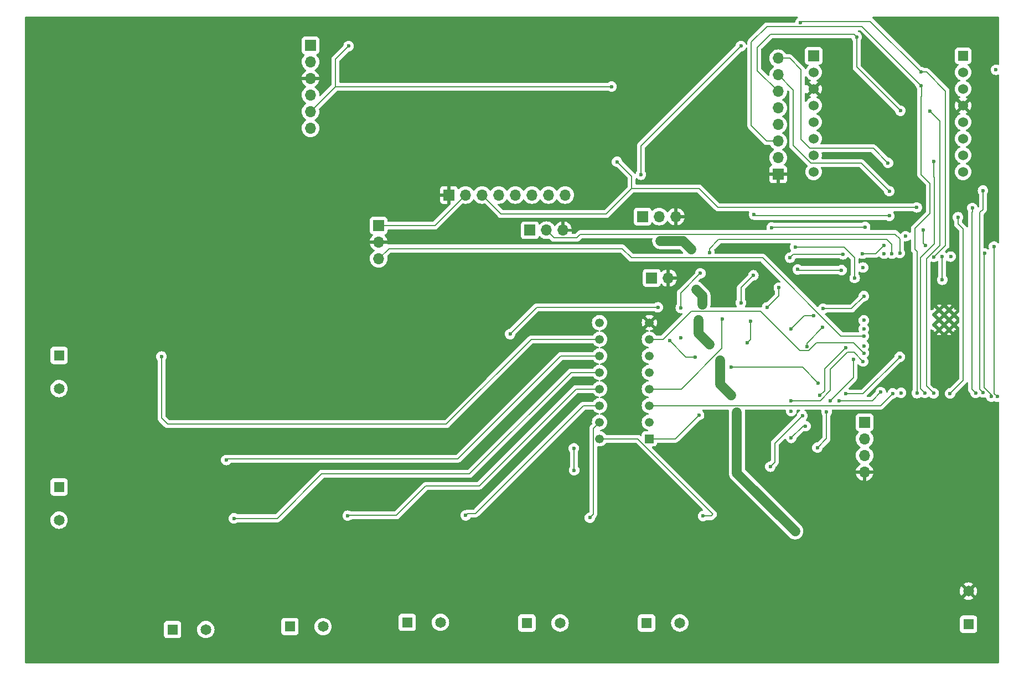
<source format=gbr>
%TF.GenerationSoftware,KiCad,Pcbnew,8.0.0*%
%TF.CreationDate,2025-03-23T20:25:23+05:30*%
%TF.ProjectId,MCU_motorcycle,4d43555f-6d6f-4746-9f72-6379636c652e,rev?*%
%TF.SameCoordinates,Original*%
%TF.FileFunction,Copper,L2,Bot*%
%TF.FilePolarity,Positive*%
%FSLAX46Y46*%
G04 Gerber Fmt 4.6, Leading zero omitted, Abs format (unit mm)*
G04 Created by KiCad (PCBNEW 8.0.0) date 2025-03-23 20:25:23*
%MOMM*%
%LPD*%
G01*
G04 APERTURE LIST*
%TA.AperFunction,ComponentPad*%
%ADD10R,1.650000X1.650000*%
%TD*%
%TA.AperFunction,ComponentPad*%
%ADD11C,1.650000*%
%TD*%
%TA.AperFunction,ComponentPad*%
%ADD12R,1.328000X1.328000*%
%TD*%
%TA.AperFunction,ComponentPad*%
%ADD13C,1.328000*%
%TD*%
%TA.AperFunction,ComponentPad*%
%ADD14R,1.700000X1.700000*%
%TD*%
%TA.AperFunction,ComponentPad*%
%ADD15O,1.700000X1.700000*%
%TD*%
%TA.AperFunction,HeatsinkPad*%
%ADD16C,0.600000*%
%TD*%
%TA.AperFunction,ComponentPad*%
%ADD17R,1.676400X1.676400*%
%TD*%
%TA.AperFunction,ComponentPad*%
%ADD18C,1.524000*%
%TD*%
%TA.AperFunction,ComponentPad*%
%ADD19R,1.524000X1.524000*%
%TD*%
%TA.AperFunction,ViaPad*%
%ADD20C,0.600000*%
%TD*%
%TA.AperFunction,Conductor*%
%ADD21C,0.200000*%
%TD*%
%TA.AperFunction,Conductor*%
%ADD22C,1.500000*%
%TD*%
G04 APERTURE END LIST*
D10*
%TO.P,J13,1,Pin_1*%
%TO.N,Net-(J13-Pin_1)*%
X111970000Y-138250000D03*
D11*
%TO.P,J13,2,Pin_2*%
%TO.N,Net-(J13-Pin_2)*%
X117050000Y-138250000D03*
%TD*%
D12*
%TO.P,U5,1,I1*%
%TO.N,/MCU_ESP32/L1*%
X149000000Y-110140000D03*
D13*
%TO.P,U5,2,I2*%
%TO.N,/MCU_ESP32/L2*%
X149000000Y-107600000D03*
%TO.P,U5,3,I3*%
%TO.N,/MCU_ESP32/L3*%
X149000000Y-105060000D03*
%TO.P,U5,4,I4*%
%TO.N,/MCU_ESP32/L4*%
X149000000Y-102520000D03*
%TO.P,U5,5,I5*%
%TO.N,/MCU_ESP32/L5*%
X149000000Y-99980000D03*
%TO.P,U5,6,I6*%
%TO.N,/MCU_ESP32/L6*%
X149000000Y-97440000D03*
%TO.P,U5,7,I7*%
%TO.N,/MCU_ESP32/L7*%
X149000000Y-94900000D03*
%TO.P,U5,8,GND*%
%TO.N,GND*%
X149000000Y-92360000D03*
%TO.P,U5,9,COM*%
%TO.N,Vcc*%
X141380000Y-92360000D03*
%TO.P,U5,10,O7*%
%TO.N,/MCU_ESP32/O7*%
X141380000Y-94900000D03*
%TO.P,U5,11,O6*%
%TO.N,/MCU_ESP32/O6*%
X141380000Y-97440000D03*
%TO.P,U5,12,O5*%
%TO.N,/MCU_ESP32/O5*%
X141380000Y-99980000D03*
%TO.P,U5,13,O4*%
%TO.N,/MCU_ESP32/O4*%
X141380000Y-102520000D03*
%TO.P,U5,14,O3*%
%TO.N,/MCU_ESP32/O3*%
X141380000Y-105060000D03*
%TO.P,U5,15,O2*%
%TO.N,/MCU_ESP32/O2*%
X141380000Y-107600000D03*
%TO.P,U5,16,O1*%
%TO.N,/MCU_ESP32/O1*%
X141380000Y-110140000D03*
%TD*%
D14*
%TO.P,J8,1,Pin_1*%
%TO.N,GND*%
X118320000Y-72800000D03*
D15*
%TO.P,J8,2,Pin_2*%
%TO.N,Vcc*%
X120860000Y-72800000D03*
%TO.P,J8,3,Pin_3*%
%TO.N,/MCU_ESP32/SCL*%
X123400000Y-72800000D03*
%TO.P,J8,4,Pin_4*%
%TO.N,/MCU_ESP32/SDA*%
X125940000Y-72800000D03*
%TO.P,J8,5,Pin_5*%
%TO.N,unconnected-(J8-Pin_5-Pad5)*%
X128480000Y-72800000D03*
%TO.P,J8,6,Pin_6*%
%TO.N,unconnected-(J8-Pin_6-Pad6)*%
X131020000Y-72800000D03*
%TO.P,J8,7,Pin_7*%
%TO.N,unconnected-(J8-Pin_7-Pad7)*%
X133560000Y-72800000D03*
%TO.P,J8,8,Pin_8*%
%TO.N,unconnected-(J8-Pin_8-Pad8)*%
X136100000Y-72800000D03*
%TD*%
D14*
%TO.P,J4,1,Pin_1*%
%TO.N,/MCU_ESP32/OUT_FS*%
X149360000Y-85500000D03*
D15*
%TO.P,J4,2,Pin_2*%
%TO.N,GND*%
X151900000Y-85500000D03*
%TD*%
D16*
%TO.P,U1,39,GND*%
%TO.N,GND*%
X194842500Y-90395000D03*
X193317500Y-90395000D03*
X195605000Y-91157500D03*
X194080000Y-91157500D03*
X192555000Y-91157500D03*
X194842500Y-91920000D03*
X193317500Y-91920000D03*
X195605000Y-92682500D03*
X194080000Y-92682500D03*
X192555000Y-92682500D03*
X194842500Y-93445000D03*
X193317500Y-93445000D03*
%TD*%
D17*
%TO.P,CON1,P1,AN*%
%TO.N,/MCU_ESP32/Vin*%
X174127500Y-51472500D03*
D18*
%TO.P,CON1,P2,RST*%
%TO.N,Vcc*%
X174127500Y-54012500D03*
%TO.P,CON1,P3,CS*%
%TO.N,GND*%
X174127500Y-56552500D03*
%TO.P,CON1,P4,SCK*%
%TO.N,/MCU_ESP32/Rx_s*%
X174127500Y-59092500D03*
%TO.P,CON1,P5,MISO*%
%TO.N,/MCU_ESP32/Tx_s*%
X174127500Y-61632500D03*
%TO.P,CON1,P6,MOSI*%
%TO.N,unconnected-(CON1-MOSI-PadP6)*%
X174127500Y-64172500D03*
%TO.P,CON1,P7,3V3*%
%TO.N,unconnected-(CON1-3V3-PadP7)*%
X174127500Y-66712500D03*
%TO.P,CON1,P8,GND1*%
%TO.N,unconnected-(CON1-GND1-PadP8)*%
X174127500Y-69252500D03*
%TO.P,CON1,P9,GND2*%
%TO.N,unconnected-(CON1-GND2-PadP9)*%
X196987500Y-69252500D03*
%TO.P,CON1,P10,5V*%
%TO.N,unconnected-(CON1-5V-PadP10)*%
X196987500Y-66712500D03*
%TO.P,CON1,P11,SDA*%
%TO.N,unconnected-(CON1-SDA-PadP11)*%
X196987500Y-64172500D03*
%TO.P,CON1,P12,SCL*%
%TO.N,unconnected-(CON1-SCL-PadP12)*%
X196987500Y-61632500D03*
%TO.P,CON1,P13,TX*%
%TO.N,GND*%
X196987500Y-59092500D03*
%TO.P,CON1,P14,RX*%
%TO.N,/MCU_ESP32/PWK*%
X196987500Y-56552500D03*
%TO.P,CON1,P15,INT*%
%TO.N,unconnected-(CON1-INT-PadP15)*%
X196987500Y-54012500D03*
D19*
%TO.P,CON1,P16,PWM*%
%TO.N,unconnected-(CON1-PWM-PadP16)*%
X196987500Y-51472500D03*
%TD*%
D14*
%TO.P,J18,1,Pin_1*%
%TO.N,Vcc*%
X130720000Y-78200000D03*
D15*
%TO.P,J18,2,Pin_2*%
%TO.N,/MCU_ESP32/OUT_L*%
X133260000Y-78200000D03*
%TO.P,J18,3,Pin_3*%
%TO.N,GND*%
X135800000Y-78200000D03*
%TD*%
D10*
%TO.P,J10,1,Pin_1*%
%TO.N,/MCU_ESP32/Vbat*%
X197800000Y-138540000D03*
D11*
%TO.P,J10,2,Pin_2*%
%TO.N,GND*%
X197800000Y-133460000D03*
%TD*%
D14*
%TO.P,J6,1,Pin_1*%
%TO.N,unconnected-(J6-Pin_1-Pad1)*%
X97150000Y-49875000D03*
D15*
%TO.P,J6,2,Pin_2*%
%TO.N,Vcc*%
X97150000Y-52415000D03*
%TO.P,J6,3,Pin_3*%
%TO.N,GND*%
X97150000Y-54955000D03*
%TO.P,J6,4,Pin_4*%
%TO.N,/MCU_ESP32/Rx_BL*%
X97150000Y-57495000D03*
%TO.P,J6,5,Pin_5*%
%TO.N,/MCU_ESP32/Tx_BL*%
X97150000Y-60035000D03*
%TO.P,J6,6,Pin_6*%
%TO.N,unconnected-(J6-Pin_6-Pad6)*%
X97150000Y-62575000D03*
%TD*%
D10*
%TO.P,J14,1,Pin_1*%
%TO.N,Net-(J14-Pin_1)*%
X94010000Y-138900000D03*
D11*
%TO.P,J14,2,Pin_2*%
%TO.N,Net-(J14-Pin_2)*%
X99090000Y-138900000D03*
%TD*%
D10*
%TO.P,J16,1,Pin_1*%
%TO.N,Net-(J16-Pin_1)*%
X58700000Y-117520000D03*
D11*
%TO.P,J16,2,Pin_2*%
%TO.N,Net-(J16-Pin_2)*%
X58700000Y-122600000D03*
%TD*%
D10*
%TO.P,J15,1,Pin_1*%
%TO.N,Net-(J15-Pin_1)*%
X76070000Y-139350000D03*
D11*
%TO.P,J15,2,Pin_2*%
%TO.N,Net-(J15-Pin_2)*%
X81150000Y-139350000D03*
%TD*%
D10*
%TO.P,J12,1,Pin_1*%
%TO.N,Net-(J12-Pin_1)*%
X130270000Y-138350000D03*
D11*
%TO.P,J12,2,Pin_2*%
%TO.N,Net-(J12-Pin_2)*%
X135350000Y-138350000D03*
%TD*%
D14*
%TO.P,J3,1,Pin_1*%
%TO.N,GND*%
X168700000Y-69640000D03*
D15*
%TO.P,J3,2,Pin_2*%
%TO.N,Vcc*%
X168700000Y-67100000D03*
%TO.P,J3,3,Pin_3*%
%TO.N,/MCU_ESP32/CS*%
X168700000Y-64560000D03*
%TO.P,J3,4,Pin_4*%
%TO.N,/MCU_ESP32/INT1*%
X168700000Y-62020000D03*
%TO.P,J3,5,Pin_5*%
%TO.N,unconnected-(J3-Pin_5-Pad5)*%
X168700000Y-59480000D03*
%TO.P,J3,6,Pin_6*%
%TO.N,/MCU_ESP32/MISO*%
X168700000Y-56940000D03*
%TO.P,J3,7,Pin_7*%
%TO.N,/MCU_ESP32/MOSI*%
X168700000Y-54400000D03*
%TO.P,J3,8,Pin_8*%
%TO.N,/MCU_ESP32/SCK*%
X168700000Y-51860000D03*
%TD*%
D14*
%TO.P,J9,1,Pin_1*%
%TO.N,/MCU_ESP32/Tx*%
X181925000Y-107620000D03*
D15*
%TO.P,J9,2,Pin_2*%
%TO.N,/MCU_ESP32/Rx*%
X181925000Y-110160000D03*
%TO.P,J9,3,Pin_3*%
%TO.N,Vcc*%
X181925000Y-112700000D03*
%TO.P,J9,4,Pin_4*%
%TO.N,GND*%
X181925000Y-115240000D03*
%TD*%
D10*
%TO.P,J11,1,Pin_1*%
%TO.N,Net-(J11-Pin_1)*%
X148570000Y-138350000D03*
D11*
%TO.P,J11,2,Pin_2*%
%TO.N,Net-(J11-Pin_2)*%
X153650000Y-138350000D03*
%TD*%
D14*
%TO.P,J2,1,Pin_1*%
%TO.N,Vcc*%
X107600000Y-77475000D03*
D15*
%TO.P,J2,2,Pin_2*%
%TO.N,GND*%
X107600000Y-80015000D03*
%TO.P,J2,3,Pin_3*%
%TO.N,/MCU_ESP32/D0*%
X107600000Y-82555000D03*
%TD*%
D14*
%TO.P,J1,1,Pin_1*%
%TO.N,/MCU_ESP32/Vin*%
X147960000Y-76100000D03*
D15*
%TO.P,J1,2,Pin_2*%
%TO.N,/MCU_ESP32/OUT*%
X150500000Y-76100000D03*
%TO.P,J1,3,Pin_3*%
%TO.N,GND*%
X153040000Y-76100000D03*
%TD*%
D10*
%TO.P,J17,1,Pin_1*%
%TO.N,Net-(J17-Pin_1)*%
X58700000Y-97370000D03*
D11*
%TO.P,J17,2,Pin_2*%
%TO.N,Net-(J17-Pin_2)*%
X58700000Y-102450000D03*
%TD*%
D20*
%TO.N,/MCU_ESP32/O1*%
X157226000Y-121970800D03*
%TO.N,/MCU_ESP32/O2*%
X139903200Y-122224800D03*
%TO.N,/MCU_ESP32/O3*%
X120904000Y-121869200D03*
%TO.N,/MCU_ESP32/O4*%
X102870000Y-121920000D03*
%TO.N,/MCU_ESP32/O5*%
X85445600Y-122326400D03*
%TO.N,/MCU_ESP32/O6*%
X84277200Y-113385600D03*
%TO.N,/MCU_ESP32/O7*%
X74371200Y-97536000D03*
%TO.N,*%
X181700000Y-83900000D03*
%TO.N,GND*%
X178750000Y-111100000D03*
X200600000Y-80300000D03*
X186250000Y-111150000D03*
X179050000Y-114150000D03*
%TO.N,Vcc*%
X202200000Y-103675000D03*
X201700000Y-80700000D03*
X137500000Y-114950000D03*
X202025000Y-53625000D03*
X137450000Y-111600000D03*
%TO.N,/MCU_ESP32/Vin*%
X147700000Y-69700000D03*
X171300000Y-124300000D03*
X155400000Y-81100000D03*
X157100000Y-89700000D03*
X156200000Y-87300000D03*
X161500000Y-103500000D03*
X158200000Y-95700000D03*
X159800000Y-98150000D03*
X163000000Y-50000000D03*
X156500000Y-92000000D03*
X150700000Y-79600000D03*
X162400000Y-106100000D03*
%TO.N,/MCU_ESP32/R*%
X174700000Y-111500000D03*
X181800000Y-95900000D03*
X180200000Y-98000000D03*
X176700000Y-104300000D03*
X176100000Y-106000000D03*
%TO.N,/MCU_ESP32/B*%
X173100000Y-96000000D03*
X181800000Y-92000000D03*
X175500000Y-93100000D03*
X167500000Y-114400000D03*
X172400000Y-106600000D03*
%TO.N,/MCU_ESP32/G*%
X175100000Y-103500000D03*
X172900000Y-108200000D03*
X179000000Y-96200000D03*
X181800000Y-93300000D03*
X170700000Y-110000000D03*
%TO.N,Net-(U1-VDD)*%
X201300000Y-103675000D03*
X200250000Y-81750000D03*
%TO.N,/MCU_ESP32/OUT*%
X191200000Y-80500000D03*
X167700000Y-77800000D03*
X195090000Y-82230000D03*
X182000000Y-77700000D03*
X190900000Y-78200000D03*
%TO.N,/MCU_ESP32/D0*%
X181800000Y-94400000D03*
%TO.N,/MCU_ESP32/CS*%
X189925000Y-103150000D03*
X190575000Y-56075000D03*
%TO.N,/MCU_ESP32/OUT_FS*%
X171300000Y-80800000D03*
X180400000Y-85500000D03*
X193800000Y-85800000D03*
X193800000Y-82230000D03*
%TO.N,/MCU_ESP32/Tx_BL*%
X103000000Y-50000000D03*
X143200000Y-56200000D03*
%TO.N,/MCU_ESP32/SCL*%
X198400000Y-74800000D03*
X144050000Y-67720000D03*
X189900000Y-74700000D03*
X198900000Y-103100000D03*
%TO.N,/MCU_ESP32/OUT_L*%
X187300000Y-81700000D03*
%TO.N,/MCU_ESP32/EN*%
X156000000Y-97600000D03*
X179000000Y-103200000D03*
X187300000Y-97600000D03*
X174800000Y-101600000D03*
X150300000Y-90000000D03*
X161500000Y-99200000D03*
X127700000Y-94100000D03*
X152100000Y-95100000D03*
%TO.N,/MCU_ESP32/BOOT*%
X178000000Y-104300000D03*
X184400000Y-103000000D03*
%TO.N,/MCU_ESP32/MISO*%
X192500000Y-103175000D03*
X191925000Y-59975000D03*
X180700000Y-48600000D03*
X187400000Y-59900000D03*
%TO.N,/MCU_ESP32/SDA*%
X185700000Y-76000000D03*
X196200000Y-76200000D03*
X165000000Y-75800000D03*
X195000000Y-103200000D03*
%TO.N,/MCU_ESP32/L5*%
X174100000Y-91300000D03*
X181800000Y-88300000D03*
X175600000Y-90200000D03*
X170700000Y-93300000D03*
%TO.N,/MCU_ESP32/L4*%
X170500000Y-82400000D03*
X160200000Y-91800000D03*
X178600000Y-81900000D03*
X164900000Y-85100000D03*
X184900000Y-81800000D03*
X163000000Y-89300000D03*
%TO.N,/MCU_ESP32/SCK*%
X192500000Y-67700000D03*
X191175000Y-103100000D03*
X185500000Y-67880000D03*
%TO.N,/MCU_ESP32/L3*%
X186200000Y-103200000D03*
%TO.N,/MCU_ESP32/L6*%
X158200000Y-81600000D03*
X186100000Y-81800000D03*
X153800000Y-94700000D03*
X153800000Y-90100000D03*
X156800000Y-84800000D03*
%TO.N,/MCU_ESP32/L2*%
X181700000Y-98300000D03*
X170700000Y-105900000D03*
X170700000Y-104300000D03*
%TO.N,/MCU_ESP32/L7*%
X181800000Y-97000000D03*
%TO.N,/MCU_ESP32/MOSI*%
X185700000Y-72220000D03*
X200025000Y-72130000D03*
X200075000Y-103050000D03*
%TO.N,/MCU_ESP32/Rx_BL*%
X187500000Y-103100000D03*
%TO.N,/MCU_ESP32/L1*%
X184900000Y-80500000D03*
X181600000Y-81800000D03*
X164000000Y-95400000D03*
X168800000Y-87000000D03*
X164500000Y-92100000D03*
X167000000Y-90000000D03*
X188200000Y-79100000D03*
X156600000Y-106500000D03*
X178400000Y-84300000D03*
X171700000Y-84200000D03*
%TO.N,/MCU_ESP32/INT1*%
X190550000Y-53975000D03*
X192525000Y-82275000D03*
X172100000Y-46400000D03*
%TD*%
D21*
%TO.N,/MCU_ESP32/O5*%
X92080000Y-122320000D02*
X85452000Y-122320000D01*
X121500000Y-115500000D02*
X98900000Y-115500000D01*
X85452000Y-122320000D02*
X85445600Y-122326400D01*
X137020000Y-99980000D02*
X121500000Y-115500000D01*
X141380000Y-99980000D02*
X137020000Y-99980000D01*
X98900000Y-115500000D02*
X92080000Y-122320000D01*
%TO.N,/MCU_ESP32/O4*%
X102920000Y-121870000D02*
X102870000Y-121920000D01*
X110280000Y-121870000D02*
X102920000Y-121870000D01*
X114800000Y-117350000D02*
X110280000Y-121870000D01*
X122950000Y-117350000D02*
X114800000Y-117350000D01*
X141380000Y-102520000D02*
X137780000Y-102520000D01*
X137780000Y-102520000D02*
X122950000Y-117350000D01*
%TO.N,/MCU_ESP32/O3*%
X121203200Y-121570000D02*
X120904000Y-121869200D01*
X122400000Y-121570000D02*
X121203200Y-121570000D01*
%TO.N,/MCU_ESP32/O2*%
X140416000Y-121712000D02*
X140416000Y-108564000D01*
X140416000Y-108564000D02*
X141380000Y-107600000D01*
X139903200Y-122224800D02*
X140416000Y-121712000D01*
%TO.N,/MCU_ESP32/O1*%
X158449200Y-121970800D02*
X157226000Y-121970800D01*
X158750000Y-121670000D02*
X158449200Y-121970800D01*
%TO.N,/MCU_ESP32/O6*%
X84462800Y-113200000D02*
X84277200Y-113385600D01*
X119700000Y-113200000D02*
X84462800Y-113200000D01*
X135460000Y-97440000D02*
X119700000Y-113200000D01*
X141380000Y-97440000D02*
X135460000Y-97440000D01*
%TO.N,/MCU_ESP32/O7*%
X74371200Y-106934000D02*
X74371200Y-97536000D01*
X117950000Y-107900000D02*
X75337200Y-107900000D01*
X130950000Y-94900000D02*
X117950000Y-107900000D01*
X75337200Y-107900000D02*
X74371200Y-106934000D01*
X141380000Y-94900000D02*
X130950000Y-94900000D01*
%TO.N,Vcc*%
X201750000Y-103225000D02*
X202200000Y-103675000D01*
X201750000Y-80750000D02*
X201750000Y-103225000D01*
X120860000Y-72800000D02*
X116185000Y-77475000D01*
X137500000Y-114950000D02*
X137450000Y-114900000D01*
X116185000Y-77475000D02*
X107600000Y-77475000D01*
X137450000Y-114900000D02*
X137450000Y-111600000D01*
X201700000Y-80700000D02*
X201750000Y-80750000D01*
D22*
%TO.N,/MCU_ESP32/Vin*%
X162400000Y-115400000D02*
X162400000Y-106110000D01*
X156500000Y-92000000D02*
X156500000Y-94000000D01*
X156200000Y-87300000D02*
X157100000Y-88200000D01*
D21*
X147700000Y-69700000D02*
X147700000Y-65300000D01*
D22*
X156500000Y-94000000D02*
X158200000Y-95700000D01*
D21*
X147700000Y-65300000D02*
X163000000Y-50000000D01*
D22*
X155400000Y-81100000D02*
X154150000Y-79850000D01*
X157100000Y-88200000D02*
X157100000Y-89550000D01*
X154150000Y-79850000D02*
X150700000Y-79850000D01*
X171300000Y-124300000D02*
X162400000Y-115400000D01*
X159800000Y-98150000D02*
X159800000Y-101800000D01*
X159800000Y-101800000D02*
X161500000Y-103500000D01*
D21*
%TO.N,/MCU_ESP32/R*%
X180200000Y-100800000D02*
X176700000Y-104300000D01*
X176100000Y-110100000D02*
X176100000Y-106000000D01*
X174700000Y-111500000D02*
X176100000Y-110100000D01*
X180200000Y-98000000D02*
X180200000Y-100800000D01*
%TO.N,/MCU_ESP32/B*%
X175500000Y-93100000D02*
X173100000Y-95500000D01*
X168175000Y-110825000D02*
X168175000Y-113725000D01*
X173100000Y-95500000D02*
X173100000Y-96000000D01*
X168175000Y-113725000D02*
X167500000Y-114400000D01*
X168250000Y-110750000D02*
X168175000Y-110825000D01*
X172400000Y-106600000D02*
X168250000Y-110750000D01*
%TO.N,/MCU_ESP32/G*%
X175800000Y-102800000D02*
X175100000Y-103500000D01*
X175800000Y-99400000D02*
X175800000Y-102800000D01*
X172500000Y-108200000D02*
X170700000Y-110000000D01*
X179000000Y-96200000D02*
X175800000Y-99400000D01*
X172900000Y-108200000D02*
X172500000Y-108200000D01*
%TO.N,Net-(U1-VDD)*%
X201300000Y-103426471D02*
X201300000Y-103675000D01*
X200200000Y-102326471D02*
X201300000Y-103426471D01*
X200200000Y-81800000D02*
X200200000Y-102326471D01*
X200250000Y-81750000D02*
X200200000Y-81800000D01*
%TO.N,/MCU_ESP32/OUT*%
X167800000Y-77700000D02*
X182000000Y-77700000D01*
X167700000Y-77800000D02*
X167800000Y-77700000D01*
X190900000Y-80200000D02*
X191200000Y-80500000D01*
X190900000Y-78200000D02*
X190900000Y-80200000D01*
%TO.N,/MCU_ESP32/D0*%
X109155000Y-81000000D02*
X107600000Y-82555000D01*
X166300000Y-82400000D02*
X146260000Y-82400000D01*
X178300000Y-94400000D02*
X166300000Y-82400000D01*
X146260000Y-82400000D02*
X144860000Y-81000000D01*
X144860000Y-81000000D02*
X109155000Y-81000000D01*
X181800000Y-94400000D02*
X178300000Y-94400000D01*
%TO.N,/MCU_ESP32/CS*%
X190590000Y-57710000D02*
X190590000Y-69690000D01*
X181500000Y-47000000D02*
X167000000Y-47000000D01*
X190600000Y-56100000D02*
X190600000Y-57700000D01*
X190575000Y-56075000D02*
X181500000Y-47000000D01*
X190575000Y-56075000D02*
X190600000Y-56100000D01*
X164600000Y-49400000D02*
X164600000Y-62200000D01*
X189925000Y-81446471D02*
X189925000Y-103150000D01*
X189600000Y-77900000D02*
X189600000Y-81121471D01*
X167000000Y-47000000D02*
X164600000Y-49400000D01*
X191920000Y-71020000D02*
X191920000Y-75580000D01*
X166960000Y-64560000D02*
X168700000Y-64560000D01*
X164600000Y-62200000D02*
X166960000Y-64560000D01*
X190600000Y-57700000D02*
X190590000Y-57710000D01*
X191920000Y-75580000D02*
X189600000Y-77900000D01*
X189600000Y-81121471D02*
X189925000Y-81446471D01*
X190590000Y-69690000D02*
X191920000Y-71020000D01*
%TO.N,/MCU_ESP32/OUT_FS*%
X178800000Y-80800000D02*
X180400000Y-82400000D01*
X180400000Y-82400000D02*
X180400000Y-85500000D01*
X171300000Y-80800000D02*
X178800000Y-80800000D01*
X193800000Y-82230000D02*
X193800000Y-85800000D01*
%TO.N,/MCU_ESP32/Tx_BL*%
X100985000Y-56200000D02*
X100985000Y-52015000D01*
X143200000Y-56200000D02*
X137100000Y-56200000D01*
X137100000Y-56200000D02*
X100985000Y-56200000D01*
X100985000Y-56200000D02*
X97150000Y-60035000D01*
X100985000Y-52015000D02*
X103000000Y-50000000D01*
%TO.N,/MCU_ESP32/SCL*%
X156600000Y-71800000D02*
X146300000Y-71800000D01*
X146300000Y-69970000D02*
X144050000Y-67720000D01*
X189900000Y-74700000D02*
X159500000Y-74700000D01*
X198350000Y-102550000D02*
X198350000Y-75450000D01*
X146300000Y-71800000D02*
X142400000Y-75700000D01*
X146300000Y-71800000D02*
X146300000Y-69970000D01*
X142400000Y-75700000D02*
X126300000Y-75700000D01*
X198400000Y-74800000D02*
X198400000Y-75400000D01*
X159500000Y-74700000D02*
X156600000Y-71800000D01*
X198900000Y-103100000D02*
X198350000Y-102550000D01*
X198400000Y-75400000D02*
X198350000Y-75450000D01*
X126300000Y-75700000D02*
X123400000Y-72800000D01*
%TO.N,/MCU_ESP32/OUT_L*%
X187300000Y-81700000D02*
X187300000Y-79500000D01*
X137880000Y-79350000D02*
X138430000Y-78800000D01*
X133260000Y-78200000D02*
X134410000Y-79350000D01*
X134410000Y-79350000D02*
X137880000Y-79350000D01*
X187300000Y-79500000D02*
X186600000Y-78800000D01*
X186600000Y-78800000D02*
X138430000Y-78800000D01*
%TO.N,/MCU_ESP32/EN*%
X150300000Y-90000000D02*
X131800000Y-90000000D01*
X154600000Y-97600000D02*
X152100000Y-95100000D01*
X181700000Y-103200000D02*
X179000000Y-103200000D01*
X172400000Y-99200000D02*
X174800000Y-101600000D01*
X187300000Y-97600000D02*
X181700000Y-103200000D01*
X131800000Y-90000000D02*
X127700000Y-94100000D01*
X156000000Y-97600000D02*
X154600000Y-97600000D01*
X161500000Y-99200000D02*
X172400000Y-99200000D01*
%TO.N,/MCU_ESP32/BOOT*%
X184400000Y-103000000D02*
X183100000Y-104300000D01*
X183100000Y-104300000D02*
X178000000Y-104300000D01*
%TO.N,/MCU_ESP32/MISO*%
X180300000Y-48200000D02*
X167500000Y-48200000D01*
X165500000Y-53740000D02*
X168700000Y-56940000D01*
X191400000Y-102075000D02*
X192500000Y-103175000D01*
X191400000Y-82551471D02*
X191400000Y-102075000D01*
X193400000Y-80551471D02*
X191400000Y-82551471D01*
X180700000Y-53200000D02*
X180700000Y-48600000D01*
X191925000Y-59975000D02*
X193400000Y-61450000D01*
X193400000Y-61450000D02*
X193400000Y-80551471D01*
X165500000Y-50200000D02*
X165500000Y-53740000D01*
X180700000Y-48600000D02*
X180300000Y-48200000D01*
X167500000Y-48200000D02*
X165500000Y-50200000D01*
X187400000Y-59900000D02*
X180700000Y-53200000D01*
%TO.N,/MCU_ESP32/SDA*%
X165200000Y-76000000D02*
X165000000Y-75800000D01*
X196200000Y-77200000D02*
X196200000Y-76200000D01*
X197000000Y-101200000D02*
X197000000Y-78000000D01*
X185700000Y-76000000D02*
X165200000Y-76000000D01*
X195000000Y-103200000D02*
X197000000Y-101200000D01*
X197000000Y-78000000D02*
X196200000Y-77200000D01*
%TO.N,/MCU_ESP32/L5*%
X172700000Y-91300000D02*
X170700000Y-93300000D01*
X174100000Y-91300000D02*
X172700000Y-91300000D01*
X179900000Y-90200000D02*
X175600000Y-90200000D01*
X181800000Y-88300000D02*
X179900000Y-90200000D01*
%TO.N,/MCU_ESP32/L4*%
X160100000Y-96300000D02*
X153880000Y-102520000D01*
X178600000Y-81900000D02*
X171000000Y-81900000D01*
X153880000Y-102520000D02*
X149000000Y-102520000D01*
X163000000Y-89300000D02*
X163000000Y-87000000D01*
X171000000Y-81900000D02*
X170500000Y-82400000D01*
X160100000Y-91900000D02*
X160100000Y-96300000D01*
X160200000Y-91800000D02*
X160100000Y-91900000D01*
X163000000Y-87000000D02*
X164900000Y-85100000D01*
%TO.N,/MCU_ESP32/SCK*%
X192500000Y-70010000D02*
X192600000Y-70110000D01*
X170460000Y-51860000D02*
X168700000Y-51860000D01*
X192600000Y-80300000D02*
X190500000Y-82400000D01*
X172200000Y-64300000D02*
X172200000Y-53600000D01*
X190500000Y-102425000D02*
X191175000Y-103100000D01*
X192600000Y-70110000D02*
X192600000Y-80300000D01*
X192500000Y-67700000D02*
X192500000Y-70010000D01*
X185500000Y-67880000D02*
X183270500Y-65650500D01*
X190500000Y-82400000D02*
X190500000Y-102425000D01*
X173550500Y-65650500D02*
X172200000Y-64300000D01*
X172200000Y-53600000D02*
X170460000Y-51860000D01*
X183270500Y-65650500D02*
X173550500Y-65650500D01*
%TO.N,/MCU_ESP32/L3*%
X186200000Y-103200000D02*
X184340000Y-105060000D01*
X184340000Y-105060000D02*
X149000000Y-105060000D01*
%TO.N,/MCU_ESP32/L6*%
X159500000Y-79700000D02*
X158200000Y-81000000D01*
X186100000Y-81800000D02*
X186100000Y-80400000D01*
X186100000Y-80400000D02*
X185300000Y-79600000D01*
X153800000Y-87800000D02*
X153800000Y-90100000D01*
X185300000Y-79600000D02*
X159600000Y-79600000D01*
X156800000Y-84800000D02*
X153800000Y-87800000D01*
X159600000Y-79600000D02*
X159500000Y-79700000D01*
X158200000Y-81000000D02*
X158200000Y-81600000D01*
%TO.N,/MCU_ESP32/L2*%
X180300000Y-96900000D02*
X179300000Y-96900000D01*
X176700000Y-102748529D02*
X175148529Y-104300000D01*
X181700000Y-98300000D02*
X180300000Y-96900000D01*
X175148529Y-104300000D02*
X170700000Y-104300000D01*
X179300000Y-96900000D02*
X176700000Y-99500000D01*
X176700000Y-99500000D02*
X176700000Y-102748529D01*
%TO.N,/MCU_ESP32/L7*%
X174548529Y-95400000D02*
X173348529Y-96600000D01*
X180200000Y-95400000D02*
X174548529Y-95400000D01*
X172000000Y-96600000D02*
X166000000Y-90600000D01*
X151100000Y-94900000D02*
X149000000Y-94900000D01*
X166000000Y-90600000D02*
X155400000Y-90600000D01*
X173348529Y-96600000D02*
X172000000Y-96600000D01*
X155400000Y-90600000D02*
X151100000Y-94900000D01*
X181800000Y-97000000D02*
X180200000Y-95400000D01*
%TO.N,/MCU_ESP32/MOSI*%
X199550000Y-75470000D02*
X199550000Y-102525000D01*
X200025000Y-72130000D02*
X200025000Y-74995000D01*
X171000000Y-56700000D02*
X168700000Y-54400000D01*
X185700000Y-72220000D02*
X181380000Y-67900000D01*
X171000000Y-65200000D02*
X171000000Y-56700000D01*
X199550000Y-102525000D02*
X200075000Y-103050000D01*
X200025000Y-74995000D02*
X199550000Y-75470000D01*
X173700000Y-67900000D02*
X171000000Y-65200000D01*
X181380000Y-67900000D02*
X173700000Y-67900000D01*
%TO.N,/MCU_ESP32/L1*%
X184900000Y-80500000D02*
X183600000Y-81800000D01*
X164500000Y-94900000D02*
X164000000Y-95400000D01*
X152960000Y-110140000D02*
X149000000Y-110140000D01*
X156600000Y-106500000D02*
X152960000Y-110140000D01*
X171800000Y-84300000D02*
X171700000Y-84200000D01*
X178400000Y-84300000D02*
X171800000Y-84300000D01*
X168800000Y-87000000D02*
X168800000Y-88200000D01*
X168800000Y-88200000D02*
X167000000Y-90000000D01*
X164500000Y-92100000D02*
X164500000Y-94900000D01*
X183600000Y-81800000D02*
X181600000Y-81800000D01*
%TO.N,/MCU_ESP32/INT1*%
X172300000Y-46200000D02*
X182775000Y-46200000D01*
X192525000Y-82275000D02*
X194300000Y-80500000D01*
X172100000Y-46400000D02*
X172300000Y-46200000D01*
X194300000Y-80500000D02*
X194300000Y-56875000D01*
X194300000Y-56875000D02*
X191400000Y-53975000D01*
X182775000Y-46200000D02*
X190550000Y-53975000D01*
X191400000Y-53975000D02*
X190550000Y-53975000D01*
%TO.N,/MCU_ESP32/O1*%
X141380000Y-110140000D02*
X147220000Y-110140000D01*
X147220000Y-110140000D02*
X158750000Y-121670000D01*
%TO.N,/MCU_ESP32/O3*%
X141380000Y-105060000D02*
X138910000Y-105060000D01*
X138910000Y-105060000D02*
X122400000Y-121570000D01*
%TD*%
%TA.AperFunction,Conductor*%
%TO.N,GND*%
G36*
X171663563Y-45520185D02*
G01*
X171709318Y-45572989D01*
X171719262Y-45642147D01*
X171690237Y-45705703D01*
X171662496Y-45729494D01*
X171597737Y-45770184D01*
X171470184Y-45897737D01*
X171374210Y-46050478D01*
X171314630Y-46220750D01*
X171306898Y-46289383D01*
X171279832Y-46353797D01*
X171222237Y-46393352D01*
X171183678Y-46399500D01*
X167086670Y-46399500D01*
X167086654Y-46399499D01*
X167079058Y-46399499D01*
X166920943Y-46399499D01*
X166844579Y-46419961D01*
X166768214Y-46440423D01*
X166768209Y-46440426D01*
X166631290Y-46519475D01*
X166631282Y-46519481D01*
X164119481Y-49031282D01*
X164119480Y-49031284D01*
X164081042Y-49097861D01*
X164040423Y-49168215D01*
X163999499Y-49320943D01*
X163999499Y-49320945D01*
X163999499Y-49489046D01*
X163999500Y-49489059D01*
X163999500Y-49702885D01*
X163979815Y-49769924D01*
X163927011Y-49815679D01*
X163857853Y-49825623D01*
X163794297Y-49796598D01*
X163758459Y-49743840D01*
X163725790Y-49650480D01*
X163725789Y-49650478D01*
X163629816Y-49497738D01*
X163502262Y-49370184D01*
X163423899Y-49320945D01*
X163349523Y-49274211D01*
X163179254Y-49214631D01*
X163179249Y-49214630D01*
X163000004Y-49194435D01*
X162999996Y-49194435D01*
X162820750Y-49214630D01*
X162820745Y-49214631D01*
X162650476Y-49274211D01*
X162497737Y-49370184D01*
X162370184Y-49497737D01*
X162274210Y-49650478D01*
X162214630Y-49820750D01*
X162204837Y-49907667D01*
X162177770Y-49972081D01*
X162169298Y-49981464D01*
X147331286Y-64819478D01*
X147219481Y-64931282D01*
X147219477Y-64931287D01*
X147174064Y-65009947D01*
X147174064Y-65009948D01*
X147140423Y-65068214D01*
X147140423Y-65068215D01*
X147099499Y-65220943D01*
X147099499Y-65220945D01*
X147099499Y-65389046D01*
X147099500Y-65389059D01*
X147099500Y-69117587D01*
X147079815Y-69184626D01*
X147072450Y-69194896D01*
X147070186Y-69197734D01*
X146974209Y-69350480D01*
X146924169Y-69493485D01*
X146883447Y-69550261D01*
X146818495Y-69576008D01*
X146749933Y-69562552D01*
X146719447Y-69540211D01*
X144880700Y-67701465D01*
X144847215Y-67640142D01*
X144845163Y-67627686D01*
X144835368Y-67540745D01*
X144775789Y-67370478D01*
X144679816Y-67217738D01*
X144552262Y-67090184D01*
X144543752Y-67084837D01*
X144399523Y-66994211D01*
X144229254Y-66934631D01*
X144229249Y-66934630D01*
X144050004Y-66914435D01*
X144049996Y-66914435D01*
X143870750Y-66934630D01*
X143870745Y-66934631D01*
X143700476Y-66994211D01*
X143547737Y-67090184D01*
X143420184Y-67217737D01*
X143324211Y-67370476D01*
X143264631Y-67540745D01*
X143264630Y-67540750D01*
X143244435Y-67719996D01*
X143244435Y-67720003D01*
X143264630Y-67899249D01*
X143264631Y-67899254D01*
X143324211Y-68069523D01*
X143410767Y-68207275D01*
X143420184Y-68222262D01*
X143547738Y-68349816D01*
X143700478Y-68445789D01*
X143870745Y-68505368D01*
X143957669Y-68515161D01*
X144022080Y-68542226D01*
X144031465Y-68550700D01*
X145663181Y-70182416D01*
X145696666Y-70243739D01*
X145699500Y-70270097D01*
X145699500Y-71499903D01*
X145679815Y-71566942D01*
X145663181Y-71587584D01*
X142187584Y-75063181D01*
X142126261Y-75096666D01*
X142099903Y-75099500D01*
X126600097Y-75099500D01*
X126533058Y-75079815D01*
X126512416Y-75063181D01*
X125813666Y-74364431D01*
X125780181Y-74303108D01*
X125785165Y-74233416D01*
X125827037Y-74177483D01*
X125892501Y-74153066D01*
X125912144Y-74153221D01*
X125940000Y-74155659D01*
X126175408Y-74135063D01*
X126403663Y-74073903D01*
X126617830Y-73974035D01*
X126811401Y-73838495D01*
X126978495Y-73671401D01*
X127108425Y-73485842D01*
X127163002Y-73442217D01*
X127232500Y-73435023D01*
X127294855Y-73466546D01*
X127311575Y-73485842D01*
X127441500Y-73671395D01*
X127441505Y-73671401D01*
X127608599Y-73838495D01*
X127685135Y-73892086D01*
X127802165Y-73974032D01*
X127802167Y-73974033D01*
X127802170Y-73974035D01*
X128016337Y-74073903D01*
X128244592Y-74135063D01*
X128415319Y-74150000D01*
X128479999Y-74155659D01*
X128480000Y-74155659D01*
X128480001Y-74155659D01*
X128544681Y-74150000D01*
X128715408Y-74135063D01*
X128943663Y-74073903D01*
X129157830Y-73974035D01*
X129351401Y-73838495D01*
X129518495Y-73671401D01*
X129648425Y-73485842D01*
X129703002Y-73442217D01*
X129772500Y-73435023D01*
X129834855Y-73466546D01*
X129851575Y-73485842D01*
X129981500Y-73671395D01*
X129981505Y-73671401D01*
X130148599Y-73838495D01*
X130225135Y-73892086D01*
X130342165Y-73974032D01*
X130342167Y-73974033D01*
X130342170Y-73974035D01*
X130556337Y-74073903D01*
X130784592Y-74135063D01*
X130955319Y-74150000D01*
X131019999Y-74155659D01*
X131020000Y-74155659D01*
X131020001Y-74155659D01*
X131084681Y-74150000D01*
X131255408Y-74135063D01*
X131483663Y-74073903D01*
X131697830Y-73974035D01*
X131891401Y-73838495D01*
X132058495Y-73671401D01*
X132188425Y-73485842D01*
X132243002Y-73442217D01*
X132312500Y-73435023D01*
X132374855Y-73466546D01*
X132391575Y-73485842D01*
X132521500Y-73671395D01*
X132521505Y-73671401D01*
X132688599Y-73838495D01*
X132765135Y-73892086D01*
X132882165Y-73974032D01*
X132882167Y-73974033D01*
X132882170Y-73974035D01*
X133096337Y-74073903D01*
X133324592Y-74135063D01*
X133495319Y-74150000D01*
X133559999Y-74155659D01*
X133560000Y-74155659D01*
X133560001Y-74155659D01*
X133624681Y-74150000D01*
X133795408Y-74135063D01*
X134023663Y-74073903D01*
X134237830Y-73974035D01*
X134431401Y-73838495D01*
X134598495Y-73671401D01*
X134728425Y-73485842D01*
X134783002Y-73442217D01*
X134852500Y-73435023D01*
X134914855Y-73466546D01*
X134931575Y-73485842D01*
X135061500Y-73671395D01*
X135061505Y-73671401D01*
X135228599Y-73838495D01*
X135305135Y-73892086D01*
X135422165Y-73974032D01*
X135422167Y-73974033D01*
X135422170Y-73974035D01*
X135636337Y-74073903D01*
X135864592Y-74135063D01*
X136035319Y-74150000D01*
X136099999Y-74155659D01*
X136100000Y-74155659D01*
X136100001Y-74155659D01*
X136164681Y-74150000D01*
X136335408Y-74135063D01*
X136563663Y-74073903D01*
X136777830Y-73974035D01*
X136971401Y-73838495D01*
X137138495Y-73671401D01*
X137274035Y-73477830D01*
X137373903Y-73263663D01*
X137435063Y-73035408D01*
X137455659Y-72800000D01*
X137435063Y-72564592D01*
X137373903Y-72336337D01*
X137274035Y-72122171D01*
X137268425Y-72114158D01*
X137138494Y-71928597D01*
X136971402Y-71761506D01*
X136971395Y-71761501D01*
X136777834Y-71625967D01*
X136777830Y-71625965D01*
X136706727Y-71592809D01*
X136563663Y-71526097D01*
X136563659Y-71526096D01*
X136563655Y-71526094D01*
X136335413Y-71464938D01*
X136335403Y-71464936D01*
X136100001Y-71444341D01*
X136099999Y-71444341D01*
X135864596Y-71464936D01*
X135864586Y-71464938D01*
X135636344Y-71526094D01*
X135636335Y-71526098D01*
X135422171Y-71625964D01*
X135422169Y-71625965D01*
X135228597Y-71761505D01*
X135061505Y-71928597D01*
X134931575Y-72114158D01*
X134876998Y-72157783D01*
X134807500Y-72164977D01*
X134745145Y-72133454D01*
X134728425Y-72114158D01*
X134598494Y-71928597D01*
X134431402Y-71761506D01*
X134431395Y-71761501D01*
X134237834Y-71625967D01*
X134237830Y-71625965D01*
X134166727Y-71592809D01*
X134023663Y-71526097D01*
X134023659Y-71526096D01*
X134023655Y-71526094D01*
X133795413Y-71464938D01*
X133795403Y-71464936D01*
X133560001Y-71444341D01*
X133559999Y-71444341D01*
X133324596Y-71464936D01*
X133324586Y-71464938D01*
X133096344Y-71526094D01*
X133096335Y-71526098D01*
X132882171Y-71625964D01*
X132882169Y-71625965D01*
X132688597Y-71761505D01*
X132521505Y-71928597D01*
X132391575Y-72114158D01*
X132336998Y-72157783D01*
X132267500Y-72164977D01*
X132205145Y-72133454D01*
X132188425Y-72114158D01*
X132058494Y-71928597D01*
X131891402Y-71761506D01*
X131891395Y-71761501D01*
X131697834Y-71625967D01*
X131697830Y-71625965D01*
X131626727Y-71592809D01*
X131483663Y-71526097D01*
X131483659Y-71526096D01*
X131483655Y-71526094D01*
X131255413Y-71464938D01*
X131255403Y-71464936D01*
X131020001Y-71444341D01*
X131019999Y-71444341D01*
X130784596Y-71464936D01*
X130784586Y-71464938D01*
X130556344Y-71526094D01*
X130556335Y-71526098D01*
X130342171Y-71625964D01*
X130342169Y-71625965D01*
X130148597Y-71761505D01*
X129981505Y-71928597D01*
X129851575Y-72114158D01*
X129796998Y-72157783D01*
X129727500Y-72164977D01*
X129665145Y-72133454D01*
X129648425Y-72114158D01*
X129518494Y-71928597D01*
X129351402Y-71761506D01*
X129351395Y-71761501D01*
X129157834Y-71625967D01*
X129157830Y-71625965D01*
X129086727Y-71592809D01*
X128943663Y-71526097D01*
X128943659Y-71526096D01*
X128943655Y-71526094D01*
X128715413Y-71464938D01*
X128715403Y-71464936D01*
X128480001Y-71444341D01*
X128479999Y-71444341D01*
X128244596Y-71464936D01*
X128244586Y-71464938D01*
X128016344Y-71526094D01*
X128016335Y-71526098D01*
X127802171Y-71625964D01*
X127802169Y-71625965D01*
X127608597Y-71761505D01*
X127441505Y-71928597D01*
X127311575Y-72114158D01*
X127256998Y-72157783D01*
X127187500Y-72164977D01*
X127125145Y-72133454D01*
X127108425Y-72114158D01*
X126978494Y-71928597D01*
X126811402Y-71761506D01*
X126811395Y-71761501D01*
X126617834Y-71625967D01*
X126617830Y-71625965D01*
X126546727Y-71592809D01*
X126403663Y-71526097D01*
X126403659Y-71526096D01*
X126403655Y-71526094D01*
X126175413Y-71464938D01*
X126175403Y-71464936D01*
X125940001Y-71444341D01*
X125939999Y-71444341D01*
X125704596Y-71464936D01*
X125704586Y-71464938D01*
X125476344Y-71526094D01*
X125476335Y-71526098D01*
X125262171Y-71625964D01*
X125262169Y-71625965D01*
X125068597Y-71761505D01*
X124901505Y-71928597D01*
X124771575Y-72114158D01*
X124716998Y-72157783D01*
X124647500Y-72164977D01*
X124585145Y-72133454D01*
X124568425Y-72114158D01*
X124438494Y-71928597D01*
X124271402Y-71761506D01*
X124271395Y-71761501D01*
X124077834Y-71625967D01*
X124077830Y-71625965D01*
X124006727Y-71592809D01*
X123863663Y-71526097D01*
X123863659Y-71526096D01*
X123863655Y-71526094D01*
X123635413Y-71464938D01*
X123635403Y-71464936D01*
X123400001Y-71444341D01*
X123399999Y-71444341D01*
X123164596Y-71464936D01*
X123164586Y-71464938D01*
X122936344Y-71526094D01*
X122936335Y-71526098D01*
X122722171Y-71625964D01*
X122722169Y-71625965D01*
X122528597Y-71761505D01*
X122361505Y-71928597D01*
X122231575Y-72114158D01*
X122176998Y-72157783D01*
X122107500Y-72164977D01*
X122045145Y-72133454D01*
X122028425Y-72114158D01*
X121898494Y-71928597D01*
X121731402Y-71761506D01*
X121731395Y-71761501D01*
X121537834Y-71625967D01*
X121537830Y-71625965D01*
X121466727Y-71592809D01*
X121323663Y-71526097D01*
X121323659Y-71526096D01*
X121323655Y-71526094D01*
X121095413Y-71464938D01*
X121095403Y-71464936D01*
X120860001Y-71444341D01*
X120859999Y-71444341D01*
X120624596Y-71464936D01*
X120624586Y-71464938D01*
X120396344Y-71526094D01*
X120396335Y-71526098D01*
X120182171Y-71625964D01*
X120182169Y-71625965D01*
X119988600Y-71761503D01*
X119866284Y-71883819D01*
X119804961Y-71917303D01*
X119735269Y-71912319D01*
X119679336Y-71870447D01*
X119662421Y-71839470D01*
X119613354Y-71707913D01*
X119613350Y-71707906D01*
X119527190Y-71592812D01*
X119527187Y-71592809D01*
X119412093Y-71506649D01*
X119412086Y-71506645D01*
X119277379Y-71456403D01*
X119277372Y-71456401D01*
X119217844Y-71450000D01*
X118570000Y-71450000D01*
X118570000Y-72366988D01*
X118512993Y-72334075D01*
X118385826Y-72300000D01*
X118254174Y-72300000D01*
X118127007Y-72334075D01*
X118070000Y-72366988D01*
X118070000Y-71450000D01*
X117422155Y-71450000D01*
X117362627Y-71456401D01*
X117362620Y-71456403D01*
X117227913Y-71506645D01*
X117227906Y-71506649D01*
X117112812Y-71592809D01*
X117112809Y-71592812D01*
X117026649Y-71707906D01*
X117026645Y-71707913D01*
X116976403Y-71842620D01*
X116976401Y-71842627D01*
X116970000Y-71902155D01*
X116970000Y-72550000D01*
X117886988Y-72550000D01*
X117854075Y-72607007D01*
X117820000Y-72734174D01*
X117820000Y-72865826D01*
X117854075Y-72992993D01*
X117886988Y-73050000D01*
X116970000Y-73050000D01*
X116970000Y-73697844D01*
X116976401Y-73757372D01*
X116976403Y-73757379D01*
X117026645Y-73892086D01*
X117026649Y-73892093D01*
X117112809Y-74007187D01*
X117112812Y-74007190D01*
X117227906Y-74093350D01*
X117227913Y-74093354D01*
X117362620Y-74143596D01*
X117362627Y-74143598D01*
X117422155Y-74149999D01*
X117422172Y-74150000D01*
X118070000Y-74150000D01*
X118070000Y-73233012D01*
X118127007Y-73265925D01*
X118254174Y-73300000D01*
X118385826Y-73300000D01*
X118512993Y-73265925D01*
X118570000Y-73233012D01*
X118570000Y-74189402D01*
X118550315Y-74256441D01*
X118533681Y-74277083D01*
X115972584Y-76838181D01*
X115911261Y-76871666D01*
X115884903Y-76874500D01*
X109074499Y-76874500D01*
X109007460Y-76854815D01*
X108961705Y-76802011D01*
X108950499Y-76750500D01*
X108950499Y-76577129D01*
X108950498Y-76577123D01*
X108950497Y-76577116D01*
X108944091Y-76517517D01*
X108938401Y-76502262D01*
X108893797Y-76382671D01*
X108893793Y-76382664D01*
X108807547Y-76267455D01*
X108807544Y-76267452D01*
X108692335Y-76181206D01*
X108692328Y-76181202D01*
X108557482Y-76130908D01*
X108557483Y-76130908D01*
X108497883Y-76124501D01*
X108497881Y-76124500D01*
X108497873Y-76124500D01*
X108497864Y-76124500D01*
X106702129Y-76124500D01*
X106702123Y-76124501D01*
X106642516Y-76130908D01*
X106507671Y-76181202D01*
X106507664Y-76181206D01*
X106392455Y-76267452D01*
X106392452Y-76267455D01*
X106306206Y-76382664D01*
X106306202Y-76382671D01*
X106255908Y-76517517D01*
X106249501Y-76577116D01*
X106249501Y-76577123D01*
X106249500Y-76577135D01*
X106249500Y-78372870D01*
X106249501Y-78372876D01*
X106255908Y-78432483D01*
X106306202Y-78567328D01*
X106306206Y-78567335D01*
X106392452Y-78682544D01*
X106392455Y-78682547D01*
X106507664Y-78768793D01*
X106507671Y-78768797D01*
X106507674Y-78768798D01*
X106639598Y-78818002D01*
X106695531Y-78859873D01*
X106719949Y-78925337D01*
X106705098Y-78993610D01*
X106683947Y-79021865D01*
X106561886Y-79143926D01*
X106426400Y-79337420D01*
X106426399Y-79337422D01*
X106326570Y-79551507D01*
X106326567Y-79551513D01*
X106269364Y-79764999D01*
X106269364Y-79765000D01*
X107166988Y-79765000D01*
X107134075Y-79822007D01*
X107100000Y-79949174D01*
X107100000Y-80080826D01*
X107134075Y-80207993D01*
X107166988Y-80265000D01*
X106269364Y-80265000D01*
X106326567Y-80478486D01*
X106326570Y-80478492D01*
X106426399Y-80692578D01*
X106561894Y-80886082D01*
X106728917Y-81053105D01*
X106914595Y-81183119D01*
X106958219Y-81237696D01*
X106965412Y-81307195D01*
X106933890Y-81369549D01*
X106914595Y-81386269D01*
X106728594Y-81516508D01*
X106561505Y-81683597D01*
X106425965Y-81877169D01*
X106425964Y-81877171D01*
X106326098Y-82091335D01*
X106326094Y-82091344D01*
X106264938Y-82319586D01*
X106264936Y-82319596D01*
X106244341Y-82554999D01*
X106244341Y-82555000D01*
X106264936Y-82790403D01*
X106264938Y-82790413D01*
X106326094Y-83018655D01*
X106326096Y-83018659D01*
X106326097Y-83018663D01*
X106403833Y-83185368D01*
X106425965Y-83232830D01*
X106425967Y-83232834D01*
X106534281Y-83387521D01*
X106561505Y-83426401D01*
X106728599Y-83593495D01*
X106825384Y-83661265D01*
X106922165Y-83729032D01*
X106922167Y-83729033D01*
X106922170Y-83729035D01*
X107136337Y-83828903D01*
X107364592Y-83890063D01*
X107552918Y-83906539D01*
X107599999Y-83910659D01*
X107600000Y-83910659D01*
X107600001Y-83910659D01*
X107639234Y-83907226D01*
X107835408Y-83890063D01*
X108063663Y-83828903D01*
X108277830Y-83729035D01*
X108471401Y-83593495D01*
X108638495Y-83426401D01*
X108774035Y-83232830D01*
X108873903Y-83018663D01*
X108935063Y-82790408D01*
X108955659Y-82555000D01*
X108953455Y-82529814D01*
X108944707Y-82429817D01*
X108935063Y-82319592D01*
X108900671Y-82191239D01*
X108902334Y-82121393D01*
X108932763Y-82071470D01*
X109367416Y-81636819D01*
X109428739Y-81603334D01*
X109455097Y-81600500D01*
X144559903Y-81600500D01*
X144626942Y-81620185D01*
X144647584Y-81636819D01*
X145775139Y-82764374D01*
X145775149Y-82764385D01*
X145779479Y-82768715D01*
X145779480Y-82768716D01*
X145891284Y-82880520D01*
X145952668Y-82915959D01*
X145978095Y-82930639D01*
X145978097Y-82930641D01*
X146016151Y-82952611D01*
X146028215Y-82959577D01*
X146180943Y-83000501D01*
X146180946Y-83000501D01*
X146346653Y-83000501D01*
X146346669Y-83000500D01*
X165999903Y-83000500D01*
X166066942Y-83020185D01*
X166087584Y-83036819D01*
X169051152Y-86000387D01*
X169084637Y-86061710D01*
X169079653Y-86131402D01*
X169037781Y-86187335D01*
X168972317Y-86211752D01*
X168949588Y-86211288D01*
X168800004Y-86194435D01*
X168799996Y-86194435D01*
X168620750Y-86214630D01*
X168620745Y-86214631D01*
X168450476Y-86274211D01*
X168297737Y-86370184D01*
X168170184Y-86497737D01*
X168074211Y-86650476D01*
X168014631Y-86820745D01*
X168014630Y-86820750D01*
X167994435Y-86999996D01*
X167994435Y-87000003D01*
X168014630Y-87179249D01*
X168014631Y-87179254D01*
X168074211Y-87349523D01*
X168125586Y-87431285D01*
X168165265Y-87494434D01*
X168170185Y-87502263D01*
X168172445Y-87505097D01*
X168173334Y-87507275D01*
X168173889Y-87508158D01*
X168173734Y-87508255D01*
X168198855Y-87569783D01*
X168199500Y-87582412D01*
X168199500Y-87899902D01*
X168179815Y-87966941D01*
X168163181Y-87987583D01*
X166981465Y-89169298D01*
X166920142Y-89202783D01*
X166907668Y-89204837D01*
X166820750Y-89214630D01*
X166650478Y-89274210D01*
X166497737Y-89370184D01*
X166370184Y-89497737D01*
X166274211Y-89650476D01*
X166214631Y-89820745D01*
X166214630Y-89820750D01*
X166206898Y-89889382D01*
X166179832Y-89953796D01*
X166122237Y-89993351D01*
X166083678Y-89999499D01*
X165913347Y-89999499D01*
X165913331Y-89999500D01*
X163730012Y-89999500D01*
X163662973Y-89979815D01*
X163617218Y-89927011D01*
X163607274Y-89857853D01*
X163628194Y-89809467D01*
X163626111Y-89808158D01*
X163695493Y-89697737D01*
X163725789Y-89649522D01*
X163785368Y-89479255D01*
X163785369Y-89479249D01*
X163805565Y-89300003D01*
X163805565Y-89299996D01*
X163785369Y-89120750D01*
X163785368Y-89120745D01*
X163725788Y-88950476D01*
X163692645Y-88897730D01*
X163629816Y-88797738D01*
X163629814Y-88797736D01*
X163629813Y-88797734D01*
X163627550Y-88794896D01*
X163626659Y-88792715D01*
X163626111Y-88791842D01*
X163626264Y-88791745D01*
X163601144Y-88730209D01*
X163600500Y-88717587D01*
X163600500Y-87300097D01*
X163620185Y-87233058D01*
X163636819Y-87212416D01*
X164263867Y-86585368D01*
X164918536Y-85930698D01*
X164979857Y-85897215D01*
X164992310Y-85895163D01*
X165079255Y-85885368D01*
X165249522Y-85825789D01*
X165402262Y-85729816D01*
X165529816Y-85602262D01*
X165625789Y-85449522D01*
X165685368Y-85279255D01*
X165686589Y-85268422D01*
X165705565Y-85100003D01*
X165705565Y-85099996D01*
X165685369Y-84920750D01*
X165685368Y-84920745D01*
X165678284Y-84900500D01*
X165625789Y-84750478D01*
X165529816Y-84597738D01*
X165402262Y-84470184D01*
X165370897Y-84450476D01*
X165249523Y-84374211D01*
X165079254Y-84314631D01*
X165079249Y-84314630D01*
X164900004Y-84294435D01*
X164899996Y-84294435D01*
X164720750Y-84314630D01*
X164720745Y-84314631D01*
X164550476Y-84374211D01*
X164397737Y-84470184D01*
X164270184Y-84597737D01*
X164174210Y-84750478D01*
X164114630Y-84920750D01*
X164104837Y-85007667D01*
X164077770Y-85072081D01*
X164069298Y-85081464D01*
X162631286Y-86519478D01*
X162519481Y-86631282D01*
X162519479Y-86631285D01*
X162475452Y-86707544D01*
X162475451Y-86707545D01*
X162451605Y-86748847D01*
X162440423Y-86768215D01*
X162399499Y-86920943D01*
X162399499Y-86920945D01*
X162399499Y-87089046D01*
X162399500Y-87089059D01*
X162399500Y-88717587D01*
X162379815Y-88784626D01*
X162372450Y-88794896D01*
X162370186Y-88797734D01*
X162274211Y-88950476D01*
X162214631Y-89120745D01*
X162214630Y-89120750D01*
X162194435Y-89299996D01*
X162194435Y-89300003D01*
X162214630Y-89479249D01*
X162214631Y-89479254D01*
X162274211Y-89649523D01*
X162373889Y-89808158D01*
X162371590Y-89809602D01*
X162393341Y-89862849D01*
X162380599Y-89931547D01*
X162332739Y-89982450D01*
X162269988Y-89999500D01*
X158439388Y-89999500D01*
X158372349Y-89979815D01*
X158326594Y-89927011D01*
X158316650Y-89857853D01*
X158318814Y-89846553D01*
X158319704Y-89842840D01*
X158319709Y-89842826D01*
X158335104Y-89745621D01*
X158350500Y-89648422D01*
X158350500Y-88101577D01*
X158326692Y-87951265D01*
X158319709Y-87907174D01*
X158310573Y-87879057D01*
X158284151Y-87797737D01*
X158258885Y-87719976D01*
X158233515Y-87670184D01*
X158169524Y-87544595D01*
X158053828Y-87385354D01*
X157014646Y-86346172D01*
X156855405Y-86230476D01*
X156846204Y-86225788D01*
X156680029Y-86141117D01*
X156591769Y-86112439D01*
X156534094Y-86073000D01*
X156506896Y-86008641D01*
X156518811Y-85939795D01*
X156542404Y-85906830D01*
X156818536Y-85630698D01*
X156879857Y-85597215D01*
X156892310Y-85595163D01*
X156979255Y-85585368D01*
X157149522Y-85525789D01*
X157302262Y-85429816D01*
X157429816Y-85302262D01*
X157525789Y-85149522D01*
X157585368Y-84979255D01*
X157590894Y-84930209D01*
X157605565Y-84800003D01*
X157605565Y-84799996D01*
X157585369Y-84620750D01*
X157585368Y-84620745D01*
X157578849Y-84602116D01*
X157525789Y-84450478D01*
X157429816Y-84297738D01*
X157302262Y-84170184D01*
X157300957Y-84169364D01*
X157149523Y-84074211D01*
X156979254Y-84014631D01*
X156979249Y-84014630D01*
X156800004Y-83994435D01*
X156799996Y-83994435D01*
X156620750Y-84014630D01*
X156620745Y-84014631D01*
X156450476Y-84074211D01*
X156297737Y-84170184D01*
X156170184Y-84297737D01*
X156074210Y-84450478D01*
X156014630Y-84620750D01*
X156004837Y-84707667D01*
X155977770Y-84772081D01*
X155969298Y-84781464D01*
X153431286Y-87319478D01*
X153319481Y-87431282D01*
X153319480Y-87431284D01*
X153283020Y-87494435D01*
X153240423Y-87568215D01*
X153199499Y-87720943D01*
X153199499Y-87720945D01*
X153199499Y-87889046D01*
X153199500Y-87889059D01*
X153199500Y-89517587D01*
X153179815Y-89584626D01*
X153172450Y-89594896D01*
X153170186Y-89597734D01*
X153074211Y-89750476D01*
X153014631Y-89920745D01*
X153014630Y-89920750D01*
X152994435Y-90099996D01*
X152994435Y-90100003D01*
X153014630Y-90279249D01*
X153014631Y-90279254D01*
X153074211Y-90449523D01*
X153169077Y-90600500D01*
X153170184Y-90602262D01*
X153297738Y-90729816D01*
X153370378Y-90775459D01*
X153440432Y-90819477D01*
X153450478Y-90825789D01*
X153620745Y-90885368D01*
X153620750Y-90885369D01*
X153799996Y-90905565D01*
X153800000Y-90905565D01*
X153800003Y-90905565D01*
X153949586Y-90888711D01*
X154018408Y-90900765D01*
X154069788Y-90948114D01*
X154087412Y-91015725D01*
X154065686Y-91082131D01*
X154051151Y-91099612D01*
X150887584Y-94263181D01*
X150826261Y-94296666D01*
X150799903Y-94299500D01*
X150067510Y-94299500D01*
X150000471Y-94279815D01*
X149968556Y-94250226D01*
X149864264Y-94112121D01*
X149864262Y-94112118D01*
X149704776Y-93966729D01*
X149704775Y-93966728D01*
X149622803Y-93915973D01*
X149521287Y-93853116D01*
X149521285Y-93853115D01*
X149342947Y-93784027D01*
X149320046Y-93775155D01*
X149194218Y-93751634D01*
X149131937Y-93719966D01*
X149096664Y-93659653D01*
X149099598Y-93589845D01*
X149139807Y-93532705D01*
X149194219Y-93507856D01*
X149319904Y-93484362D01*
X149319915Y-93484358D01*
X149521061Y-93406434D01*
X149521065Y-93406432D01*
X149627175Y-93340729D01*
X149627175Y-93340728D01*
X149055925Y-92769478D01*
X149158254Y-92742059D01*
X149251746Y-92688082D01*
X149328082Y-92611746D01*
X149382059Y-92518254D01*
X149409478Y-92415925D01*
X149983158Y-92989605D01*
X149993889Y-92975396D01*
X149993892Y-92975392D01*
X150090043Y-92782297D01*
X150090049Y-92782282D01*
X150149082Y-92574802D01*
X150149083Y-92574800D01*
X150168987Y-92360000D01*
X150168987Y-92359999D01*
X150149083Y-92145199D01*
X150149082Y-92145197D01*
X150090049Y-91937717D01*
X150090043Y-91937702D01*
X149993896Y-91744613D01*
X149993891Y-91744605D01*
X149983158Y-91730393D01*
X149409478Y-92304073D01*
X149382059Y-92201746D01*
X149328082Y-92108254D01*
X149251746Y-92031918D01*
X149158254Y-91977941D01*
X149055925Y-91950521D01*
X149627176Y-91379269D01*
X149521060Y-91313565D01*
X149521059Y-91313564D01*
X149319906Y-91235638D01*
X149107858Y-91196000D01*
X148892142Y-91196000D01*
X148680094Y-91235638D01*
X148680093Y-91235638D01*
X148478940Y-91313564D01*
X148478934Y-91313568D01*
X148372823Y-91379268D01*
X148372822Y-91379269D01*
X148944075Y-91950521D01*
X148841746Y-91977941D01*
X148748254Y-92031918D01*
X148671918Y-92108254D01*
X148617941Y-92201746D01*
X148590521Y-92304074D01*
X148016840Y-91730393D01*
X148006108Y-91744605D01*
X147909956Y-91937702D01*
X147909950Y-91937717D01*
X147850917Y-92145197D01*
X147850916Y-92145199D01*
X147831013Y-92359999D01*
X147831013Y-92360000D01*
X147850916Y-92574800D01*
X147850917Y-92574802D01*
X147909950Y-92782282D01*
X147909956Y-92782297D01*
X148006103Y-92975385D01*
X148006111Y-92975398D01*
X148016840Y-92989605D01*
X148590521Y-92415924D01*
X148617941Y-92518254D01*
X148671918Y-92611746D01*
X148748254Y-92688082D01*
X148841746Y-92742059D01*
X148944074Y-92769478D01*
X148372822Y-93340729D01*
X148478936Y-93406433D01*
X148478938Y-93406434D01*
X148680084Y-93484358D01*
X148680095Y-93484362D01*
X148805780Y-93507856D01*
X148868061Y-93539524D01*
X148903335Y-93599836D01*
X148900402Y-93669644D01*
X148860193Y-93726784D01*
X148805781Y-93751634D01*
X148760858Y-93760031D01*
X148679954Y-93775155D01*
X148679951Y-93775155D01*
X148679951Y-93775156D01*
X148478714Y-93853115D01*
X148478712Y-93853116D01*
X148295223Y-93966729D01*
X148135738Y-94112118D01*
X148005678Y-94284344D01*
X147909487Y-94477523D01*
X147909483Y-94477533D01*
X147871257Y-94611886D01*
X147853525Y-94674210D01*
X147850423Y-94685111D01*
X147830511Y-94899999D01*
X147830511Y-94900000D01*
X147850423Y-95114888D01*
X147850423Y-95114890D01*
X147850424Y-95114893D01*
X147870476Y-95185367D01*
X147909483Y-95322466D01*
X147909487Y-95322476D01*
X148005678Y-95515655D01*
X148053706Y-95579254D01*
X148135737Y-95687880D01*
X148295225Y-95833272D01*
X148478714Y-95946884D01*
X148679954Y-96024845D01*
X148804422Y-96048111D01*
X148866702Y-96079779D01*
X148901975Y-96140091D01*
X148899041Y-96209899D01*
X148858833Y-96267040D01*
X148804422Y-96291888D01*
X148679954Y-96315155D01*
X148679951Y-96315155D01*
X148679951Y-96315156D01*
X148478714Y-96393115D01*
X148478712Y-96393116D01*
X148295223Y-96506729D01*
X148135738Y-96652118D01*
X148005678Y-96824344D01*
X147909487Y-97017523D01*
X147909483Y-97017533D01*
X147850423Y-97225111D01*
X147830511Y-97439999D01*
X147830511Y-97440000D01*
X147850423Y-97654888D01*
X147850423Y-97654890D01*
X147850424Y-97654893D01*
X147879664Y-97757663D01*
X147909483Y-97862466D01*
X147909487Y-97862476D01*
X148005678Y-98055655D01*
X148043533Y-98105783D01*
X148135735Y-98227878D01*
X148135738Y-98227881D01*
X148188899Y-98276344D01*
X148295225Y-98373272D01*
X148478714Y-98486884D01*
X148679954Y-98564845D01*
X148804422Y-98588111D01*
X148866702Y-98619779D01*
X148901975Y-98680091D01*
X148899041Y-98749899D01*
X148858833Y-98807040D01*
X148804422Y-98831888D01*
X148679954Y-98855155D01*
X148679951Y-98855155D01*
X148679951Y-98855156D01*
X148478714Y-98933115D01*
X148478712Y-98933116D01*
X148295223Y-99046729D01*
X148135738Y-99192118D01*
X148005678Y-99364344D01*
X147909487Y-99557523D01*
X147909483Y-99557533D01*
X147850423Y-99765111D01*
X147830511Y-99979999D01*
X147830511Y-99980000D01*
X147850423Y-100194888D01*
X147909483Y-100402466D01*
X147909487Y-100402476D01*
X148005678Y-100595655D01*
X148031444Y-100629774D01*
X148135735Y-100767878D01*
X148135738Y-100767881D01*
X148170949Y-100799980D01*
X148295225Y-100913272D01*
X148478714Y-101026884D01*
X148679954Y-101104845D01*
X148804422Y-101128111D01*
X148866702Y-101159779D01*
X148901975Y-101220091D01*
X148899041Y-101289899D01*
X148858833Y-101347040D01*
X148804422Y-101371888D01*
X148679954Y-101395155D01*
X148679951Y-101395155D01*
X148679951Y-101395156D01*
X148478714Y-101473115D01*
X148478712Y-101473116D01*
X148295223Y-101586729D01*
X148135738Y-101732118D01*
X148005678Y-101904344D01*
X147909487Y-102097523D01*
X147909483Y-102097533D01*
X147871846Y-102229815D01*
X147853461Y-102294435D01*
X147850423Y-102305111D01*
X147830511Y-102519999D01*
X147830511Y-102520000D01*
X147850423Y-102734888D01*
X147850423Y-102734890D01*
X147850424Y-102734893D01*
X147874851Y-102820745D01*
X147909483Y-102942466D01*
X147909487Y-102942476D01*
X148005678Y-103135655D01*
X148054272Y-103200003D01*
X148135737Y-103307880D01*
X148295225Y-103453272D01*
X148410297Y-103524522D01*
X148470207Y-103561617D01*
X148478714Y-103566884D01*
X148679954Y-103644845D01*
X148804422Y-103668111D01*
X148866702Y-103699779D01*
X148901975Y-103760091D01*
X148899041Y-103829899D01*
X148858833Y-103887040D01*
X148804422Y-103911888D01*
X148679954Y-103935155D01*
X148679951Y-103935155D01*
X148679951Y-103935156D01*
X148478714Y-104013115D01*
X148478712Y-104013116D01*
X148295223Y-104126729D01*
X148135738Y-104272118D01*
X148005678Y-104444344D01*
X147909487Y-104637523D01*
X147909483Y-104637533D01*
X147850423Y-104845111D01*
X147830511Y-105059999D01*
X147830511Y-105060000D01*
X147850423Y-105274888D01*
X147909483Y-105482466D01*
X147909487Y-105482476D01*
X148005678Y-105675655D01*
X148066112Y-105755682D01*
X148135737Y-105847880D01*
X148295225Y-105993272D01*
X148478714Y-106106884D01*
X148679954Y-106184845D01*
X148804422Y-106208111D01*
X148866702Y-106239779D01*
X148901975Y-106300091D01*
X148899041Y-106369899D01*
X148858833Y-106427040D01*
X148804422Y-106451888D01*
X148679954Y-106475155D01*
X148679951Y-106475155D01*
X148679951Y-106475156D01*
X148478714Y-106553115D01*
X148478712Y-106553116D01*
X148295223Y-106666729D01*
X148135738Y-106812118D01*
X148005678Y-106984344D01*
X147909487Y-107177523D01*
X147909483Y-107177533D01*
X147850423Y-107385111D01*
X147830511Y-107599999D01*
X147830511Y-107600000D01*
X147850423Y-107814888D01*
X147850423Y-107814890D01*
X147850424Y-107814893D01*
X147860548Y-107850476D01*
X147909483Y-108022466D01*
X147909487Y-108022476D01*
X148005678Y-108215655D01*
X148053558Y-108279058D01*
X148135737Y-108387880D01*
X148295225Y-108533272D01*
X148478714Y-108646884D01*
X148679954Y-108724845D01*
X148705456Y-108729612D01*
X148767736Y-108761277D01*
X148803010Y-108821589D01*
X148800078Y-108891397D01*
X148759870Y-108948538D01*
X148695153Y-108974870D01*
X148682672Y-108975500D01*
X148288129Y-108975500D01*
X148288123Y-108975501D01*
X148228516Y-108981908D01*
X148093671Y-109032202D01*
X148093664Y-109032206D01*
X147978455Y-109118452D01*
X147978452Y-109118455D01*
X147892206Y-109233664D01*
X147892202Y-109233671D01*
X147841908Y-109368517D01*
X147835501Y-109428116D01*
X147835500Y-109428135D01*
X147835500Y-109606902D01*
X147815815Y-109673941D01*
X147763011Y-109719696D01*
X147693853Y-109729640D01*
X147630297Y-109700615D01*
X147623819Y-109694583D01*
X147588717Y-109659481D01*
X147588716Y-109659480D01*
X147501904Y-109609360D01*
X147501904Y-109609359D01*
X147501900Y-109609358D01*
X147451785Y-109580423D01*
X147299057Y-109539499D01*
X147140943Y-109539499D01*
X147133347Y-109539499D01*
X147133331Y-109539500D01*
X142447510Y-109539500D01*
X142380471Y-109519815D01*
X142348556Y-109490226D01*
X142244264Y-109352121D01*
X142244262Y-109352118D01*
X142084776Y-109206729D01*
X142084775Y-109206728D01*
X141942210Y-109118455D01*
X141901287Y-109093116D01*
X141901285Y-109093115D01*
X141700049Y-109015156D01*
X141700048Y-109015155D01*
X141700046Y-109015155D01*
X141575575Y-108991887D01*
X141513297Y-108960221D01*
X141478024Y-108899909D01*
X141480957Y-108830101D01*
X141521166Y-108772960D01*
X141575575Y-108748112D01*
X141700046Y-108724845D01*
X141901286Y-108646884D01*
X142084775Y-108533272D01*
X142244263Y-108387880D01*
X142374320Y-108215657D01*
X142470516Y-108022468D01*
X142529576Y-107814893D01*
X142549489Y-107600000D01*
X142529576Y-107385107D01*
X142470516Y-107177532D01*
X142464668Y-107165787D01*
X142374321Y-106984344D01*
X142272508Y-106849523D01*
X142244263Y-106812120D01*
X142084775Y-106666728D01*
X141977000Y-106599996D01*
X141901287Y-106553116D01*
X141901285Y-106553115D01*
X141700049Y-106475156D01*
X141700048Y-106475155D01*
X141700046Y-106475155D01*
X141575575Y-106451887D01*
X141513297Y-106420221D01*
X141478024Y-106359909D01*
X141480957Y-106290101D01*
X141521166Y-106232960D01*
X141575575Y-106208112D01*
X141700046Y-106184845D01*
X141901286Y-106106884D01*
X142084775Y-105993272D01*
X142244263Y-105847880D01*
X142374320Y-105675657D01*
X142470516Y-105482468D01*
X142529576Y-105274893D01*
X142549489Y-105060000D01*
X142529576Y-104845107D01*
X142470516Y-104637532D01*
X142470512Y-104637523D01*
X142374321Y-104444344D01*
X142276377Y-104314646D01*
X142244263Y-104272120D01*
X142233835Y-104262614D01*
X142084776Y-104126729D01*
X142084775Y-104126728D01*
X142014899Y-104083462D01*
X141901287Y-104013116D01*
X141901285Y-104013115D01*
X141700049Y-103935156D01*
X141700048Y-103935155D01*
X141700046Y-103935155D01*
X141575575Y-103911887D01*
X141513297Y-103880221D01*
X141478024Y-103819909D01*
X141480957Y-103750101D01*
X141521166Y-103692960D01*
X141575575Y-103668112D01*
X141700046Y-103644845D01*
X141901286Y-103566884D01*
X142084775Y-103453272D01*
X142244263Y-103307880D01*
X142374320Y-103135657D01*
X142470516Y-102942468D01*
X142529576Y-102734893D01*
X142549489Y-102520000D01*
X142529576Y-102305107D01*
X142470516Y-102097532D01*
X142460659Y-102077736D01*
X142374321Y-101904344D01*
X142283980Y-101784714D01*
X142244263Y-101732120D01*
X142210765Y-101701583D01*
X142084776Y-101586729D01*
X142084775Y-101586728D01*
X141985151Y-101525043D01*
X141901287Y-101473116D01*
X141901285Y-101473115D01*
X141700049Y-101395156D01*
X141700048Y-101395155D01*
X141700046Y-101395155D01*
X141575575Y-101371887D01*
X141513297Y-101340221D01*
X141478024Y-101279909D01*
X141480957Y-101210101D01*
X141521166Y-101152960D01*
X141575575Y-101128112D01*
X141700046Y-101104845D01*
X141901286Y-101026884D01*
X142084775Y-100913272D01*
X142244263Y-100767880D01*
X142374320Y-100595657D01*
X142470516Y-100402468D01*
X142529576Y-100194893D01*
X142549489Y-99980000D01*
X142529576Y-99765107D01*
X142470516Y-99557532D01*
X142470512Y-99557523D01*
X142374321Y-99364344D01*
X142330967Y-99306935D01*
X142244263Y-99192120D01*
X142218040Y-99168215D01*
X142084776Y-99046729D01*
X142084775Y-99046728D01*
X141993560Y-98990250D01*
X141901287Y-98933116D01*
X141901285Y-98933115D01*
X141700049Y-98855156D01*
X141700048Y-98855155D01*
X141700046Y-98855155D01*
X141575575Y-98831887D01*
X141513297Y-98800221D01*
X141478024Y-98739909D01*
X141480957Y-98670101D01*
X141521166Y-98612960D01*
X141575575Y-98588112D01*
X141700046Y-98564845D01*
X141901286Y-98486884D01*
X142084775Y-98373272D01*
X142244263Y-98227880D01*
X142374320Y-98055657D01*
X142470516Y-97862468D01*
X142529576Y-97654893D01*
X142549489Y-97440000D01*
X142529576Y-97225107D01*
X142470516Y-97017532D01*
X142461788Y-97000003D01*
X142374321Y-96824344D01*
X142256796Y-96668717D01*
X142244263Y-96652120D01*
X142084775Y-96506728D01*
X142014899Y-96463462D01*
X141901287Y-96393116D01*
X141901285Y-96393115D01*
X141700049Y-96315156D01*
X141700048Y-96315155D01*
X141700046Y-96315155D01*
X141575575Y-96291887D01*
X141513297Y-96260221D01*
X141478024Y-96199909D01*
X141480957Y-96130101D01*
X141521166Y-96072960D01*
X141575575Y-96048112D01*
X141700046Y-96024845D01*
X141901286Y-95946884D01*
X142084775Y-95833272D01*
X142244263Y-95687880D01*
X142374320Y-95515657D01*
X142470516Y-95322468D01*
X142529576Y-95114893D01*
X142549489Y-94900000D01*
X142529576Y-94685107D01*
X142470516Y-94477532D01*
X142470512Y-94477523D01*
X142374321Y-94284344D01*
X142288223Y-94170333D01*
X142244263Y-94112120D01*
X142237072Y-94105565D01*
X142084776Y-93966729D01*
X142084775Y-93966728D01*
X142002803Y-93915973D01*
X141901287Y-93853116D01*
X141901285Y-93853115D01*
X141700049Y-93775156D01*
X141700048Y-93775155D01*
X141700046Y-93775155D01*
X141575575Y-93751887D01*
X141513297Y-93720221D01*
X141478024Y-93659909D01*
X141480957Y-93590101D01*
X141521166Y-93532960D01*
X141575575Y-93508112D01*
X141700046Y-93484845D01*
X141901286Y-93406884D01*
X142084775Y-93293272D01*
X142244263Y-93147880D01*
X142374320Y-92975657D01*
X142470516Y-92782468D01*
X142529576Y-92574893D01*
X142549489Y-92360000D01*
X142529576Y-92145107D01*
X142470516Y-91937532D01*
X142470161Y-91936819D01*
X142374321Y-91744344D01*
X142302930Y-91649808D01*
X142244263Y-91572120D01*
X142187062Y-91519975D01*
X142084776Y-91426729D01*
X142084775Y-91426728D01*
X142004719Y-91377159D01*
X141901287Y-91313116D01*
X141901285Y-91313115D01*
X141704341Y-91236819D01*
X141700046Y-91235155D01*
X141487907Y-91195500D01*
X141272093Y-91195500D01*
X141059954Y-91235155D01*
X141059951Y-91235155D01*
X141059951Y-91235156D01*
X140858714Y-91313115D01*
X140858712Y-91313116D01*
X140675223Y-91426729D01*
X140515738Y-91572118D01*
X140385678Y-91744344D01*
X140289487Y-91937523D01*
X140289483Y-91937533D01*
X140230423Y-92145111D01*
X140210511Y-92359999D01*
X140210511Y-92360000D01*
X140230423Y-92574888D01*
X140230423Y-92574890D01*
X140230424Y-92574893D01*
X140240910Y-92611746D01*
X140289483Y-92782466D01*
X140289487Y-92782476D01*
X140385678Y-92975655D01*
X140458496Y-93072081D01*
X140515737Y-93147880D01*
X140675225Y-93293272D01*
X140808308Y-93375674D01*
X140857985Y-93406433D01*
X140858714Y-93406884D01*
X141059954Y-93484845D01*
X141184422Y-93508111D01*
X141246702Y-93539779D01*
X141281975Y-93600091D01*
X141279041Y-93669899D01*
X141238833Y-93727040D01*
X141184422Y-93751888D01*
X141059954Y-93775155D01*
X141059951Y-93775155D01*
X141059951Y-93775156D01*
X140858714Y-93853115D01*
X140858712Y-93853116D01*
X140675223Y-93966729D01*
X140515737Y-94112118D01*
X140515735Y-94112121D01*
X140411444Y-94250226D01*
X140355335Y-94291863D01*
X140312490Y-94299500D01*
X131029057Y-94299500D01*
X130870942Y-94299500D01*
X130718215Y-94340423D01*
X130718214Y-94340423D01*
X130718212Y-94340424D01*
X130718209Y-94340425D01*
X130668096Y-94369359D01*
X130668095Y-94369360D01*
X130624689Y-94394420D01*
X130581285Y-94419479D01*
X130581282Y-94419481D01*
X130523241Y-94477523D01*
X130469480Y-94531284D01*
X130469478Y-94531286D01*
X124087493Y-100913272D01*
X117737584Y-107263181D01*
X117676261Y-107296666D01*
X117649903Y-107299500D01*
X75637297Y-107299500D01*
X75570258Y-107279815D01*
X75549616Y-107263181D01*
X75008019Y-106721584D01*
X74974534Y-106660261D01*
X74971700Y-106633903D01*
X74971700Y-98118412D01*
X74991385Y-98051373D01*
X74998755Y-98041097D01*
X75001010Y-98038267D01*
X75001016Y-98038262D01*
X75096989Y-97885522D01*
X75156568Y-97715255D01*
X75161670Y-97669975D01*
X75176765Y-97536003D01*
X75176765Y-97535996D01*
X75156569Y-97356750D01*
X75156568Y-97356745D01*
X75149082Y-97335351D01*
X75096989Y-97186478D01*
X75092450Y-97179255D01*
X75037717Y-97092147D01*
X75001016Y-97033738D01*
X74873462Y-96906184D01*
X74720723Y-96810211D01*
X74550454Y-96750631D01*
X74550449Y-96750630D01*
X74371204Y-96730435D01*
X74371196Y-96730435D01*
X74191950Y-96750630D01*
X74191945Y-96750631D01*
X74021676Y-96810211D01*
X73868937Y-96906184D01*
X73741384Y-97033737D01*
X73645411Y-97186476D01*
X73585831Y-97356745D01*
X73585830Y-97356750D01*
X73565635Y-97535996D01*
X73565635Y-97536003D01*
X73585830Y-97715249D01*
X73585831Y-97715254D01*
X73645411Y-97885523D01*
X73741385Y-98038263D01*
X73743645Y-98041097D01*
X73744534Y-98043275D01*
X73745089Y-98044158D01*
X73744934Y-98044255D01*
X73770055Y-98105783D01*
X73770700Y-98118412D01*
X73770700Y-106847330D01*
X73770699Y-106847348D01*
X73770699Y-107013054D01*
X73770698Y-107013054D01*
X73811623Y-107165786D01*
X73811624Y-107165787D01*
X73838707Y-107212696D01*
X73888823Y-107299500D01*
X73890681Y-107302717D01*
X74009549Y-107421585D01*
X74009555Y-107421590D01*
X74852339Y-108264374D01*
X74852349Y-108264385D01*
X74856679Y-108268715D01*
X74856680Y-108268716D01*
X74968484Y-108380520D01*
X74968486Y-108380521D01*
X75014133Y-108406875D01*
X75014132Y-108406875D01*
X75014135Y-108406876D01*
X75105409Y-108459574D01*
X75105410Y-108459574D01*
X75105415Y-108459577D01*
X75258142Y-108500500D01*
X75258143Y-108500500D01*
X117863331Y-108500500D01*
X117863347Y-108500501D01*
X117870943Y-108500501D01*
X118029054Y-108500501D01*
X118029057Y-108500501D01*
X118181785Y-108459577D01*
X118273067Y-108406875D01*
X118318716Y-108380520D01*
X118430520Y-108268716D01*
X118430520Y-108268714D01*
X118440724Y-108258511D01*
X118440727Y-108258506D01*
X131162416Y-95536819D01*
X131223739Y-95503334D01*
X131250097Y-95500500D01*
X140312490Y-95500500D01*
X140379529Y-95520185D01*
X140411444Y-95549774D01*
X140515735Y-95687878D01*
X140515737Y-95687881D01*
X140583354Y-95749521D01*
X140675225Y-95833272D01*
X140858714Y-95946884D01*
X141059954Y-96024845D01*
X141184422Y-96048111D01*
X141246702Y-96079779D01*
X141281975Y-96140091D01*
X141279041Y-96209899D01*
X141238833Y-96267040D01*
X141184422Y-96291888D01*
X141059954Y-96315155D01*
X141059951Y-96315155D01*
X141059951Y-96315156D01*
X140858714Y-96393115D01*
X140858712Y-96393116D01*
X140675223Y-96506729D01*
X140515737Y-96652118D01*
X140515735Y-96652121D01*
X140411444Y-96790226D01*
X140355335Y-96831863D01*
X140312490Y-96839500D01*
X135546670Y-96839500D01*
X135546654Y-96839499D01*
X135539058Y-96839499D01*
X135380943Y-96839499D01*
X135308606Y-96858882D01*
X135228214Y-96880423D01*
X135228209Y-96880426D01*
X135091290Y-96959475D01*
X135091282Y-96959481D01*
X119487584Y-112563181D01*
X119426261Y-112596666D01*
X119399903Y-112599500D01*
X84549469Y-112599500D01*
X84549453Y-112599499D01*
X84541857Y-112599499D01*
X84456909Y-112599499D01*
X84443027Y-112598719D01*
X84393991Y-112593194D01*
X84277203Y-112580035D01*
X84277196Y-112580035D01*
X84097950Y-112600230D01*
X84097945Y-112600231D01*
X83927676Y-112659811D01*
X83774937Y-112755784D01*
X83647384Y-112883337D01*
X83551411Y-113036076D01*
X83491831Y-113206345D01*
X83491830Y-113206350D01*
X83471635Y-113385596D01*
X83471635Y-113385603D01*
X83491830Y-113564849D01*
X83491831Y-113564854D01*
X83551411Y-113735123D01*
X83638696Y-113874035D01*
X83647384Y-113887862D01*
X83774938Y-114015416D01*
X83777940Y-114017302D01*
X83899551Y-114093716D01*
X83927678Y-114111389D01*
X84097945Y-114170968D01*
X84097950Y-114170969D01*
X84277196Y-114191165D01*
X84277200Y-114191165D01*
X84277204Y-114191165D01*
X84456449Y-114170969D01*
X84456452Y-114170968D01*
X84456455Y-114170968D01*
X84626722Y-114111389D01*
X84779462Y-114015416D01*
X84907016Y-113887862D01*
X84917580Y-113871048D01*
X84925449Y-113858527D01*
X84977784Y-113812236D01*
X85030442Y-113800500D01*
X119613331Y-113800500D01*
X119613347Y-113800501D01*
X119620943Y-113800501D01*
X119779054Y-113800501D01*
X119779057Y-113800501D01*
X119931785Y-113759577D01*
X119981904Y-113730639D01*
X120068716Y-113680520D01*
X120180520Y-113568716D01*
X120180520Y-113568714D01*
X120190728Y-113558507D01*
X120190729Y-113558504D01*
X135672417Y-98076819D01*
X135733740Y-98043334D01*
X135760098Y-98040500D01*
X140312490Y-98040500D01*
X140379529Y-98060185D01*
X140411444Y-98089774D01*
X140515735Y-98227878D01*
X140515737Y-98227881D01*
X140623137Y-98325788D01*
X140675225Y-98373272D01*
X140858714Y-98486884D01*
X141059954Y-98564845D01*
X141184422Y-98588111D01*
X141246702Y-98619779D01*
X141281975Y-98680091D01*
X141279041Y-98749899D01*
X141238833Y-98807040D01*
X141184422Y-98831888D01*
X141059954Y-98855155D01*
X141059951Y-98855155D01*
X141059951Y-98855156D01*
X140858714Y-98933115D01*
X140858712Y-98933116D01*
X140675223Y-99046729D01*
X140515737Y-99192118D01*
X140515735Y-99192121D01*
X140411444Y-99330226D01*
X140355335Y-99371863D01*
X140312490Y-99379500D01*
X136940940Y-99379500D01*
X136900019Y-99390464D01*
X136900019Y-99390465D01*
X136862751Y-99400451D01*
X136788214Y-99420423D01*
X136788209Y-99420426D01*
X136651290Y-99499475D01*
X136651282Y-99499481D01*
X136593241Y-99557523D01*
X136539480Y-99611284D01*
X136539478Y-99611286D01*
X128898440Y-107252325D01*
X121287584Y-114863181D01*
X121226261Y-114896666D01*
X121199903Y-114899500D01*
X98820940Y-114899500D01*
X98780019Y-114910464D01*
X98780019Y-114910465D01*
X98750611Y-114918345D01*
X98668214Y-114940423D01*
X98668209Y-114940426D01*
X98531290Y-115019475D01*
X98531282Y-115019481D01*
X98419478Y-115131286D01*
X91867584Y-121683181D01*
X91806261Y-121716666D01*
X91779903Y-121719500D01*
X86019987Y-121719500D01*
X85953883Y-121700089D01*
X85953758Y-121700289D01*
X85953052Y-121699845D01*
X85952948Y-121699815D01*
X85952554Y-121699532D01*
X85795123Y-121600611D01*
X85624854Y-121541031D01*
X85624849Y-121541030D01*
X85445604Y-121520835D01*
X85445596Y-121520835D01*
X85266350Y-121541030D01*
X85266345Y-121541031D01*
X85096076Y-121600611D01*
X84943337Y-121696584D01*
X84815784Y-121824137D01*
X84719811Y-121976876D01*
X84660231Y-122147145D01*
X84660230Y-122147150D01*
X84640035Y-122326396D01*
X84640035Y-122326403D01*
X84660230Y-122505649D01*
X84660231Y-122505654D01*
X84719811Y-122675923D01*
X84798100Y-122800518D01*
X84815784Y-122828662D01*
X84943338Y-122956216D01*
X85096078Y-123052189D01*
X85266345Y-123111768D01*
X85266350Y-123111769D01*
X85445596Y-123131965D01*
X85445600Y-123131965D01*
X85445604Y-123131965D01*
X85624849Y-123111769D01*
X85624852Y-123111768D01*
X85624855Y-123111768D01*
X85795122Y-123052189D01*
X85947862Y-122956216D01*
X85947866Y-122956211D01*
X85953305Y-122951875D01*
X85954217Y-122953019D01*
X86008582Y-122923334D01*
X86034940Y-122920500D01*
X91993331Y-122920500D01*
X91993347Y-122920501D01*
X92000943Y-122920501D01*
X92159054Y-122920501D01*
X92159057Y-122920501D01*
X92311785Y-122879577D01*
X92384671Y-122837496D01*
X92448716Y-122800520D01*
X92560520Y-122688716D01*
X92560520Y-122688714D01*
X92570724Y-122678511D01*
X92570727Y-122678506D01*
X99112416Y-116136819D01*
X99173739Y-116103334D01*
X99200097Y-116100500D01*
X121413331Y-116100500D01*
X121413347Y-116100501D01*
X121420943Y-116100501D01*
X121579054Y-116100501D01*
X121579057Y-116100501D01*
X121731785Y-116059577D01*
X121781904Y-116030639D01*
X121868716Y-115980520D01*
X121980520Y-115868716D01*
X121980520Y-115868714D01*
X121990728Y-115858507D01*
X121990729Y-115858504D01*
X137232416Y-100616819D01*
X137293739Y-100583334D01*
X137320097Y-100580500D01*
X140312490Y-100580500D01*
X140379529Y-100600185D01*
X140411444Y-100629774D01*
X140515735Y-100767878D01*
X140515737Y-100767881D01*
X140637692Y-100879056D01*
X140675225Y-100913272D01*
X140858714Y-101026884D01*
X141059954Y-101104845D01*
X141184422Y-101128111D01*
X141246702Y-101159779D01*
X141281975Y-101220091D01*
X141279041Y-101289899D01*
X141238833Y-101347040D01*
X141184422Y-101371888D01*
X141059954Y-101395155D01*
X141059951Y-101395155D01*
X141059951Y-101395156D01*
X140858714Y-101473115D01*
X140858712Y-101473116D01*
X140675223Y-101586729D01*
X140515737Y-101732118D01*
X140515735Y-101732121D01*
X140411444Y-101870226D01*
X140355335Y-101911863D01*
X140312490Y-101919500D01*
X137859057Y-101919500D01*
X137700943Y-101919500D01*
X137548215Y-101960423D01*
X137548214Y-101960423D01*
X137548212Y-101960424D01*
X137548209Y-101960425D01*
X137498096Y-101989359D01*
X137498095Y-101989360D01*
X137454689Y-102014420D01*
X137411285Y-102039479D01*
X137411282Y-102039481D01*
X137299478Y-102151286D01*
X122737584Y-116713181D01*
X122676261Y-116746666D01*
X122649903Y-116749500D01*
X114879057Y-116749500D01*
X114720942Y-116749500D01*
X114568215Y-116790423D01*
X114568214Y-116790423D01*
X114568212Y-116790424D01*
X114568209Y-116790425D01*
X114518096Y-116819359D01*
X114518095Y-116819360D01*
X114474689Y-116844420D01*
X114431285Y-116869479D01*
X114431282Y-116869481D01*
X114319478Y-116981286D01*
X110067584Y-121233181D01*
X110006261Y-121266666D01*
X109979903Y-121269500D01*
X103375068Y-121269500D01*
X103309096Y-121250494D01*
X103219522Y-121194210D01*
X103219518Y-121194209D01*
X103049262Y-121134633D01*
X103049249Y-121134630D01*
X102870004Y-121114435D01*
X102869996Y-121114435D01*
X102690750Y-121134630D01*
X102690745Y-121134631D01*
X102520476Y-121194211D01*
X102367737Y-121290184D01*
X102240184Y-121417737D01*
X102144211Y-121570476D01*
X102084631Y-121740745D01*
X102084630Y-121740750D01*
X102064435Y-121919996D01*
X102064435Y-121920003D01*
X102084630Y-122099249D01*
X102084631Y-122099254D01*
X102144211Y-122269523D01*
X102214650Y-122381625D01*
X102240184Y-122422262D01*
X102367738Y-122549816D01*
X102520478Y-122645789D01*
X102665653Y-122696588D01*
X102690745Y-122705368D01*
X102690750Y-122705369D01*
X102869996Y-122725565D01*
X102870000Y-122725565D01*
X102870004Y-122725565D01*
X103049249Y-122705369D01*
X103049252Y-122705368D01*
X103049255Y-122705368D01*
X103219522Y-122645789D01*
X103372262Y-122549816D01*
X103415259Y-122506819D01*
X103476582Y-122473334D01*
X103502940Y-122470500D01*
X110193331Y-122470500D01*
X110193347Y-122470501D01*
X110200943Y-122470501D01*
X110359054Y-122470501D01*
X110359057Y-122470501D01*
X110511785Y-122429577D01*
X110594852Y-122381618D01*
X110648716Y-122350520D01*
X110760520Y-122238716D01*
X110760520Y-122238714D01*
X110770724Y-122228511D01*
X110770727Y-122228506D01*
X115012416Y-117986819D01*
X115073739Y-117953334D01*
X115100097Y-117950500D01*
X122863331Y-117950500D01*
X122863347Y-117950501D01*
X122870943Y-117950501D01*
X123029054Y-117950501D01*
X123029057Y-117950501D01*
X123181785Y-117909577D01*
X123231904Y-117880639D01*
X123318716Y-117830520D01*
X123430520Y-117718716D01*
X123430520Y-117718714D01*
X123440728Y-117708507D01*
X123440729Y-117708504D01*
X137992416Y-103156819D01*
X138053739Y-103123334D01*
X138080097Y-103120500D01*
X140312490Y-103120500D01*
X140379529Y-103140185D01*
X140411444Y-103169774D01*
X140515735Y-103307878D01*
X140515737Y-103307881D01*
X140651266Y-103431430D01*
X140675225Y-103453272D01*
X140790297Y-103524522D01*
X140850207Y-103561617D01*
X140858714Y-103566884D01*
X141059954Y-103644845D01*
X141184422Y-103668111D01*
X141246702Y-103699779D01*
X141281975Y-103760091D01*
X141279041Y-103829899D01*
X141238833Y-103887040D01*
X141184422Y-103911888D01*
X141059954Y-103935155D01*
X141059951Y-103935155D01*
X141059951Y-103935156D01*
X140858714Y-104013115D01*
X140858712Y-104013116D01*
X140675223Y-104126729D01*
X140515737Y-104272118D01*
X140515735Y-104272121D01*
X140411444Y-104410226D01*
X140355335Y-104451863D01*
X140312490Y-104459500D01*
X138996669Y-104459500D01*
X138996653Y-104459499D01*
X138989057Y-104459499D01*
X138830943Y-104459499D01*
X138723587Y-104488265D01*
X138678210Y-104500424D01*
X138678209Y-104500425D01*
X138628096Y-104529359D01*
X138628095Y-104529360D01*
X138584689Y-104554420D01*
X138541285Y-104579479D01*
X138541282Y-104579481D01*
X138429478Y-104691286D01*
X122187584Y-120933181D01*
X122126261Y-120966666D01*
X122099903Y-120969500D01*
X121289870Y-120969500D01*
X121289854Y-120969499D01*
X121282258Y-120969499D01*
X121124143Y-120969499D01*
X120971416Y-121010423D01*
X120971414Y-121010423D01*
X120971414Y-121010424D01*
X120895651Y-121054164D01*
X120847538Y-121069995D01*
X120724750Y-121083830D01*
X120554478Y-121143410D01*
X120401737Y-121239384D01*
X120274184Y-121366937D01*
X120178211Y-121519676D01*
X120118631Y-121689945D01*
X120118630Y-121689950D01*
X120098435Y-121869196D01*
X120098435Y-121869203D01*
X120118630Y-122048449D01*
X120118631Y-122048454D01*
X120178211Y-122218723D01*
X120254109Y-122339513D01*
X120274184Y-122371462D01*
X120401738Y-122499016D01*
X120451647Y-122530376D01*
X120521586Y-122574322D01*
X120554478Y-122594989D01*
X120699653Y-122645788D01*
X120724745Y-122654568D01*
X120724750Y-122654569D01*
X120903996Y-122674765D01*
X120904000Y-122674765D01*
X120904004Y-122674765D01*
X121083249Y-122654569D01*
X121083252Y-122654568D01*
X121083255Y-122654568D01*
X121253522Y-122594989D01*
X121406262Y-122499016D01*
X121533816Y-122371462D01*
X121608427Y-122252720D01*
X121623628Y-122228528D01*
X121675963Y-122182237D01*
X121728622Y-122170500D01*
X122313331Y-122170500D01*
X122313347Y-122170501D01*
X122320943Y-122170501D01*
X122479054Y-122170501D01*
X122479057Y-122170501D01*
X122631785Y-122129577D01*
X122684304Y-122099255D01*
X122684305Y-122099255D01*
X122768709Y-122050524D01*
X122768708Y-122050524D01*
X122768716Y-122050520D01*
X122880520Y-121938716D01*
X122880520Y-121938714D01*
X122890724Y-121928511D01*
X122890727Y-121928506D01*
X133219231Y-111600003D01*
X136644435Y-111600003D01*
X136664630Y-111779249D01*
X136664631Y-111779254D01*
X136724211Y-111949523D01*
X136820185Y-112102263D01*
X136822445Y-112105097D01*
X136823334Y-112107275D01*
X136823889Y-112108158D01*
X136823734Y-112108255D01*
X136848855Y-112169783D01*
X136849500Y-112182412D01*
X136849500Y-114444931D01*
X136830494Y-114510903D01*
X136774211Y-114600477D01*
X136774209Y-114600481D01*
X136714633Y-114770737D01*
X136714630Y-114770750D01*
X136694435Y-114949996D01*
X136694435Y-114950003D01*
X136714630Y-115129249D01*
X136714631Y-115129254D01*
X136774211Y-115299523D01*
X136858076Y-115432993D01*
X136870184Y-115452262D01*
X136997738Y-115579816D01*
X137150478Y-115675789D01*
X137229649Y-115703492D01*
X137320745Y-115735368D01*
X137320750Y-115735369D01*
X137499996Y-115755565D01*
X137500000Y-115755565D01*
X137500004Y-115755565D01*
X137679249Y-115735369D01*
X137679252Y-115735368D01*
X137679255Y-115735368D01*
X137849522Y-115675789D01*
X138002262Y-115579816D01*
X138129816Y-115452262D01*
X138225789Y-115299522D01*
X138285368Y-115129255D01*
X138296572Y-115029815D01*
X138305565Y-114950003D01*
X138305565Y-114949996D01*
X138285369Y-114770750D01*
X138285368Y-114770745D01*
X138225788Y-114600476D01*
X138129815Y-114447737D01*
X138086819Y-114404741D01*
X138053334Y-114343418D01*
X138050500Y-114317060D01*
X138050500Y-112182412D01*
X138070185Y-112115373D01*
X138077555Y-112105097D01*
X138079810Y-112102267D01*
X138079816Y-112102262D01*
X138175789Y-111949522D01*
X138235368Y-111779255D01*
X138235369Y-111779249D01*
X138255565Y-111600003D01*
X138255565Y-111599996D01*
X138235369Y-111420750D01*
X138235368Y-111420745D01*
X138194691Y-111304498D01*
X138175789Y-111250478D01*
X138174104Y-111247797D01*
X138112955Y-111150478D01*
X138079816Y-111097738D01*
X137952262Y-110970184D01*
X137799523Y-110874211D01*
X137629254Y-110814631D01*
X137629249Y-110814630D01*
X137450004Y-110794435D01*
X137449996Y-110794435D01*
X137270750Y-110814630D01*
X137270745Y-110814631D01*
X137100476Y-110874211D01*
X136947737Y-110970184D01*
X136820184Y-111097737D01*
X136724211Y-111250476D01*
X136664631Y-111420745D01*
X136664630Y-111420750D01*
X136644435Y-111599996D01*
X136644435Y-111600003D01*
X133219231Y-111600003D01*
X139122416Y-105696819D01*
X139183739Y-105663334D01*
X139210097Y-105660500D01*
X140312490Y-105660500D01*
X140379529Y-105680185D01*
X140411444Y-105709774D01*
X140515735Y-105847878D01*
X140515737Y-105847881D01*
X140572913Y-105900003D01*
X140675225Y-105993272D01*
X140858714Y-106106884D01*
X141059954Y-106184845D01*
X141184422Y-106208111D01*
X141246702Y-106239779D01*
X141281975Y-106300091D01*
X141279041Y-106369899D01*
X141238833Y-106427040D01*
X141184422Y-106451888D01*
X141059954Y-106475155D01*
X141059951Y-106475155D01*
X141059951Y-106475156D01*
X140858714Y-106553115D01*
X140858712Y-106553116D01*
X140675223Y-106666729D01*
X140515738Y-106812118D01*
X140385678Y-106984344D01*
X140289487Y-107177523D01*
X140289483Y-107177533D01*
X140230423Y-107385111D01*
X140210511Y-107599999D01*
X140210511Y-107600000D01*
X140230423Y-107814891D01*
X140231477Y-107820524D01*
X140229339Y-107820923D01*
X140228805Y-107881247D01*
X140197824Y-107932940D01*
X140047286Y-108083478D01*
X139935481Y-108195282D01*
X139935479Y-108195285D01*
X139923719Y-108215655D01*
X139887114Y-108279057D01*
X139856423Y-108332215D01*
X139815499Y-108484943D01*
X139815499Y-108484945D01*
X139815499Y-108653046D01*
X139815500Y-108653059D01*
X139815500Y-121319648D01*
X139795815Y-121386687D01*
X139743011Y-121432442D01*
X139730373Y-121436723D01*
X139730517Y-121437133D01*
X139723947Y-121439431D01*
X139723945Y-121439432D01*
X139661358Y-121461331D01*
X139553678Y-121499010D01*
X139400937Y-121594984D01*
X139273384Y-121722537D01*
X139177411Y-121875276D01*
X139117831Y-122045545D01*
X139117830Y-122045550D01*
X139097635Y-122224796D01*
X139097635Y-122224803D01*
X139117830Y-122404049D01*
X139117831Y-122404054D01*
X139177411Y-122574323D01*
X139259753Y-122705368D01*
X139273384Y-122727062D01*
X139400938Y-122854616D01*
X139553678Y-122950589D01*
X139723945Y-123010168D01*
X139723950Y-123010169D01*
X139903196Y-123030365D01*
X139903200Y-123030365D01*
X139903204Y-123030365D01*
X140082449Y-123010169D01*
X140082452Y-123010168D01*
X140082455Y-123010168D01*
X140252722Y-122950589D01*
X140405462Y-122854616D01*
X140533016Y-122727062D01*
X140628989Y-122574322D01*
X140688568Y-122404055D01*
X140698361Y-122317130D01*
X140725426Y-122252720D01*
X140733900Y-122243334D01*
X140748733Y-122228501D01*
X140896520Y-122080716D01*
X140975577Y-121943784D01*
X141016501Y-121791057D01*
X141016501Y-121632942D01*
X141016501Y-121625347D01*
X141016500Y-121625329D01*
X141016500Y-111406048D01*
X141036185Y-111339009D01*
X141088989Y-111293254D01*
X141158147Y-111283310D01*
X141163204Y-111284145D01*
X141272093Y-111304500D01*
X141272097Y-111304500D01*
X141487904Y-111304500D01*
X141487907Y-111304500D01*
X141700046Y-111264845D01*
X141901286Y-111186884D01*
X142084775Y-111073272D01*
X142244263Y-110927880D01*
X142348556Y-110789774D01*
X142404665Y-110748137D01*
X142447510Y-110740500D01*
X146919903Y-110740500D01*
X146986942Y-110760185D01*
X147007584Y-110776819D01*
X157196713Y-120965948D01*
X157230198Y-121027271D01*
X157225214Y-121096963D01*
X157183342Y-121152896D01*
X157122916Y-121176849D01*
X157046749Y-121185430D01*
X157046745Y-121185431D01*
X156876476Y-121245011D01*
X156723737Y-121340984D01*
X156596184Y-121468537D01*
X156500211Y-121621276D01*
X156440631Y-121791545D01*
X156440630Y-121791550D01*
X156420435Y-121970796D01*
X156420435Y-121970803D01*
X156440630Y-122150049D01*
X156440631Y-122150054D01*
X156500211Y-122320323D01*
X156582524Y-122451322D01*
X156596184Y-122473062D01*
X156723738Y-122600616D01*
X156795629Y-122645788D01*
X156843586Y-122675922D01*
X156876478Y-122696589D01*
X156959287Y-122725565D01*
X157046745Y-122756168D01*
X157046750Y-122756169D01*
X157225996Y-122776365D01*
X157226000Y-122776365D01*
X157226004Y-122776365D01*
X157405249Y-122756169D01*
X157405252Y-122756168D01*
X157405255Y-122756168D01*
X157575522Y-122696589D01*
X157728262Y-122600616D01*
X157728267Y-122600610D01*
X157731097Y-122598355D01*
X157733275Y-122597465D01*
X157734158Y-122596911D01*
X157734255Y-122597065D01*
X157795783Y-122571945D01*
X157808412Y-122571300D01*
X158362531Y-122571300D01*
X158362547Y-122571301D01*
X158370143Y-122571301D01*
X158528254Y-122571301D01*
X158528257Y-122571301D01*
X158680985Y-122530377D01*
X158735303Y-122499016D01*
X158817916Y-122451320D01*
X158929720Y-122339516D01*
X158929720Y-122339514D01*
X158939921Y-122329314D01*
X158939924Y-122329309D01*
X159230519Y-122038716D01*
X159309576Y-121901785D01*
X159350500Y-121749058D01*
X159350500Y-121590943D01*
X159350213Y-121589870D01*
X159309576Y-121438215D01*
X159230519Y-121301284D01*
X149445415Y-111516180D01*
X149411930Y-111454857D01*
X149416914Y-111385165D01*
X149458786Y-111329232D01*
X149524250Y-111304815D01*
X149533096Y-111304499D01*
X149711871Y-111304499D01*
X149711872Y-111304499D01*
X149771483Y-111298091D01*
X149906331Y-111247796D01*
X150021546Y-111161546D01*
X150107796Y-111046331D01*
X150158091Y-110911483D01*
X150158889Y-110904057D01*
X150164568Y-110851244D01*
X150191306Y-110786693D01*
X150248699Y-110746845D01*
X150287857Y-110740500D01*
X152873331Y-110740500D01*
X152873347Y-110740501D01*
X152880943Y-110740501D01*
X153039054Y-110740501D01*
X153039057Y-110740501D01*
X153191785Y-110699577D01*
X153241904Y-110670639D01*
X153328716Y-110620520D01*
X153440520Y-110508716D01*
X153440520Y-110508714D01*
X153450728Y-110498507D01*
X153450730Y-110498504D01*
X156618535Y-107330698D01*
X156679856Y-107297215D01*
X156692311Y-107295163D01*
X156779255Y-107285368D01*
X156949522Y-107225789D01*
X157102262Y-107129816D01*
X157229816Y-107002262D01*
X157325789Y-106849522D01*
X157385368Y-106679255D01*
X157385369Y-106679249D01*
X157405565Y-106500003D01*
X157405565Y-106499996D01*
X157385369Y-106320750D01*
X157385368Y-106320745D01*
X157363537Y-106258357D01*
X157325789Y-106150478D01*
X157292651Y-106097740D01*
X157238515Y-106011583D01*
X157229816Y-105997738D01*
X157104259Y-105872181D01*
X157070774Y-105810858D01*
X157075758Y-105741166D01*
X157117630Y-105685233D01*
X157183094Y-105660816D01*
X157191940Y-105660500D01*
X161060612Y-105660500D01*
X161127651Y-105680185D01*
X161173406Y-105732989D01*
X161183350Y-105802147D01*
X161181186Y-105813447D01*
X161180290Y-105817178D01*
X161149500Y-106011577D01*
X161149500Y-115498422D01*
X161180290Y-115692826D01*
X161241117Y-115880030D01*
X161330476Y-116055405D01*
X161446172Y-116214646D01*
X170485355Y-125253829D01*
X170644595Y-125369524D01*
X170727454Y-125411742D01*
X170819969Y-125458882D01*
X170819971Y-125458882D01*
X170819974Y-125458884D01*
X170920318Y-125491487D01*
X171007173Y-125519709D01*
X171201579Y-125550500D01*
X171201584Y-125550500D01*
X171398422Y-125550500D01*
X171592827Y-125519709D01*
X171780026Y-125458884D01*
X171955405Y-125369524D01*
X172114646Y-125253829D01*
X172253829Y-125114646D01*
X172369524Y-124955405D01*
X172458884Y-124780026D01*
X172519709Y-124592827D01*
X172550500Y-124398422D01*
X172550500Y-124201578D01*
X172519709Y-124007173D01*
X172458882Y-123819969D01*
X172369523Y-123644594D01*
X172351124Y-123619270D01*
X172253829Y-123485355D01*
X163686819Y-114918345D01*
X163653334Y-114857022D01*
X163650500Y-114830664D01*
X163650500Y-106011577D01*
X163631163Y-105889494D01*
X163619709Y-105817174D01*
X163619705Y-105817162D01*
X163618814Y-105813447D01*
X163622305Y-105743664D01*
X163662969Y-105686847D01*
X163727895Y-105661034D01*
X163739388Y-105660500D01*
X169782664Y-105660500D01*
X169849703Y-105680185D01*
X169895458Y-105732989D01*
X169905884Y-105798384D01*
X169894435Y-105899997D01*
X169894435Y-105900003D01*
X169914630Y-106079249D01*
X169914631Y-106079254D01*
X169974211Y-106249523D01*
X170037045Y-106349522D01*
X170070184Y-106402262D01*
X170197738Y-106529816D01*
X170350478Y-106625789D01*
X170455438Y-106662516D01*
X170520745Y-106685368D01*
X170520750Y-106685369D01*
X170699996Y-106705565D01*
X170700000Y-106705565D01*
X170700004Y-106705565D01*
X170879249Y-106685369D01*
X170879252Y-106685368D01*
X170879255Y-106685368D01*
X171049522Y-106625789D01*
X171202262Y-106529816D01*
X171329816Y-106402262D01*
X171401656Y-106287929D01*
X171453988Y-106241640D01*
X171508271Y-106233268D01*
X171474737Y-106182238D01*
X171474025Y-106112372D01*
X171476312Y-106105135D01*
X171478900Y-106097740D01*
X171485368Y-106079255D01*
X171492993Y-106011583D01*
X171505565Y-105900003D01*
X171505565Y-105899997D01*
X171494116Y-105798384D01*
X171506170Y-105729562D01*
X171553520Y-105678182D01*
X171617336Y-105660500D01*
X171960183Y-105660500D01*
X172027222Y-105680185D01*
X172072977Y-105732989D01*
X172082921Y-105802147D01*
X172053896Y-105865703D01*
X172026155Y-105889494D01*
X171897737Y-105970184D01*
X171770184Y-106097737D01*
X171770182Y-106097740D01*
X171698345Y-106212066D01*
X171646010Y-106258357D01*
X171591727Y-106266726D01*
X171625262Y-106317756D01*
X171625975Y-106387622D01*
X171623691Y-106394854D01*
X171614630Y-106420749D01*
X171604837Y-106507668D01*
X171577770Y-106572082D01*
X171569298Y-106581465D01*
X167881284Y-110269480D01*
X167881284Y-110269481D01*
X167806286Y-110344478D01*
X167806284Y-110344480D01*
X167694481Y-110456282D01*
X167694477Y-110456287D01*
X167646561Y-110539282D01*
X167615424Y-110593211D01*
X167615423Y-110593212D01*
X167595036Y-110669298D01*
X167574499Y-110745943D01*
X167574499Y-110745945D01*
X167574499Y-110914046D01*
X167574500Y-110914059D01*
X167574500Y-113424901D01*
X167554815Y-113491940D01*
X167538180Y-113512583D01*
X167481463Y-113569299D01*
X167420140Y-113602783D01*
X167407667Y-113604837D01*
X167320750Y-113614630D01*
X167150478Y-113674210D01*
X166997737Y-113770184D01*
X166870184Y-113897737D01*
X166774211Y-114050476D01*
X166714631Y-114220745D01*
X166714630Y-114220750D01*
X166694435Y-114399996D01*
X166694435Y-114400003D01*
X166714630Y-114579249D01*
X166714631Y-114579254D01*
X166774211Y-114749523D01*
X166825196Y-114830664D01*
X166870184Y-114902262D01*
X166997738Y-115029816D01*
X167150478Y-115125789D01*
X167320745Y-115185368D01*
X167320750Y-115185369D01*
X167499996Y-115205565D01*
X167500000Y-115205565D01*
X167500004Y-115205565D01*
X167679249Y-115185369D01*
X167679252Y-115185368D01*
X167679255Y-115185368D01*
X167849522Y-115125789D01*
X168002262Y-115029816D01*
X168129816Y-114902262D01*
X168225789Y-114749522D01*
X168285368Y-114579255D01*
X168295161Y-114492329D01*
X168322226Y-114427918D01*
X168330690Y-114418543D01*
X168533506Y-114215728D01*
X168533511Y-114215724D01*
X168543714Y-114205520D01*
X168543716Y-114205520D01*
X168655520Y-114093716D01*
X168717651Y-113986101D01*
X168734577Y-113956785D01*
X168775500Y-113804057D01*
X168775500Y-113645943D01*
X168775500Y-112700000D01*
X180569341Y-112700000D01*
X180589936Y-112935403D01*
X180589938Y-112935413D01*
X180651094Y-113163655D01*
X180651096Y-113163659D01*
X180651097Y-113163663D01*
X180750965Y-113377830D01*
X180750967Y-113377834D01*
X180783924Y-113424901D01*
X180881921Y-113564855D01*
X180886501Y-113571395D01*
X180886506Y-113571402D01*
X181053597Y-113738493D01*
X181053603Y-113738498D01*
X181141403Y-113799976D01*
X181225022Y-113858527D01*
X181239594Y-113868730D01*
X181283219Y-113923307D01*
X181290413Y-113992805D01*
X181258890Y-114055160D01*
X181239595Y-114071880D01*
X181053922Y-114201890D01*
X181053920Y-114201891D01*
X180886891Y-114368920D01*
X180886886Y-114368926D01*
X180751400Y-114562420D01*
X180751399Y-114562422D01*
X180651570Y-114776507D01*
X180651567Y-114776513D01*
X180594364Y-114989999D01*
X180594364Y-114990000D01*
X181491988Y-114990000D01*
X181459075Y-115047007D01*
X181425000Y-115174174D01*
X181425000Y-115305826D01*
X181459075Y-115432993D01*
X181491988Y-115490000D01*
X180594364Y-115490000D01*
X180651567Y-115703486D01*
X180651570Y-115703492D01*
X180751399Y-115917578D01*
X180886894Y-116111082D01*
X181053917Y-116278105D01*
X181247421Y-116413600D01*
X181461507Y-116513429D01*
X181461516Y-116513433D01*
X181675000Y-116570634D01*
X181675000Y-115673012D01*
X181732007Y-115705925D01*
X181859174Y-115740000D01*
X181990826Y-115740000D01*
X182117993Y-115705925D01*
X182175000Y-115673012D01*
X182175000Y-116570633D01*
X182388483Y-116513433D01*
X182388492Y-116513429D01*
X182602578Y-116413600D01*
X182796082Y-116278105D01*
X182963105Y-116111082D01*
X183098600Y-115917578D01*
X183198429Y-115703492D01*
X183198432Y-115703486D01*
X183255636Y-115490000D01*
X182358012Y-115490000D01*
X182390925Y-115432993D01*
X182425000Y-115305826D01*
X182425000Y-115174174D01*
X182390925Y-115047007D01*
X182358012Y-114990000D01*
X183255636Y-114990000D01*
X183255635Y-114989999D01*
X183198432Y-114776513D01*
X183198429Y-114776507D01*
X183098600Y-114562422D01*
X183098599Y-114562420D01*
X182963113Y-114368926D01*
X182963108Y-114368920D01*
X182796078Y-114201890D01*
X182610405Y-114071879D01*
X182566780Y-114017302D01*
X182559588Y-113947804D01*
X182591110Y-113885449D01*
X182610406Y-113868730D01*
X182796401Y-113738495D01*
X182963495Y-113571401D01*
X183099035Y-113377830D01*
X183198903Y-113163663D01*
X183260063Y-112935408D01*
X183280659Y-112700000D01*
X183260063Y-112464592D01*
X183198903Y-112236337D01*
X183099035Y-112022171D01*
X182978146Y-111849522D01*
X182963494Y-111828597D01*
X182796402Y-111661506D01*
X182796396Y-111661501D01*
X182610842Y-111531575D01*
X182567217Y-111476998D01*
X182560023Y-111407500D01*
X182591546Y-111345145D01*
X182610842Y-111328425D01*
X182701646Y-111264843D01*
X182796401Y-111198495D01*
X182963495Y-111031401D01*
X183099035Y-110837830D01*
X183198903Y-110623663D01*
X183260063Y-110395408D01*
X183280659Y-110160000D01*
X183260063Y-109924592D01*
X183198903Y-109696337D01*
X183099035Y-109482171D01*
X183061631Y-109428753D01*
X182963496Y-109288600D01*
X182908560Y-109233664D01*
X182841567Y-109166671D01*
X182808084Y-109105351D01*
X182813068Y-109035659D01*
X182854939Y-108979725D01*
X182885915Y-108962810D01*
X183017331Y-108913796D01*
X183132546Y-108827546D01*
X183218796Y-108712331D01*
X183269091Y-108577483D01*
X183275500Y-108517873D01*
X183275499Y-106722128D01*
X183269091Y-106662517D01*
X183255392Y-106625789D01*
X183218797Y-106527671D01*
X183218793Y-106527664D01*
X183132547Y-106412455D01*
X183132544Y-106412452D01*
X183017335Y-106326206D01*
X183017328Y-106326202D01*
X182882482Y-106275908D01*
X182882483Y-106275908D01*
X182822883Y-106269501D01*
X182822881Y-106269500D01*
X182822873Y-106269500D01*
X182822864Y-106269500D01*
X181027129Y-106269500D01*
X181027123Y-106269501D01*
X180967516Y-106275908D01*
X180832671Y-106326202D01*
X180832664Y-106326206D01*
X180717455Y-106412452D01*
X180717452Y-106412455D01*
X180631206Y-106527664D01*
X180631202Y-106527671D01*
X180580908Y-106662517D01*
X180574558Y-106721584D01*
X180574501Y-106722123D01*
X180574500Y-106722135D01*
X180574500Y-108517870D01*
X180574501Y-108517876D01*
X180580908Y-108577483D01*
X180631202Y-108712328D01*
X180631206Y-108712335D01*
X180717452Y-108827544D01*
X180717455Y-108827547D01*
X180832664Y-108913793D01*
X180832671Y-108913797D01*
X180964081Y-108962810D01*
X181020015Y-109004681D01*
X181044432Y-109070145D01*
X181029580Y-109138418D01*
X181008430Y-109166673D01*
X180886503Y-109288600D01*
X180750965Y-109482169D01*
X180750964Y-109482171D01*
X180651098Y-109696335D01*
X180651094Y-109696344D01*
X180589938Y-109924586D01*
X180589936Y-109924596D01*
X180569341Y-110159999D01*
X180569341Y-110160000D01*
X180589936Y-110395403D01*
X180589938Y-110395413D01*
X180651094Y-110623655D01*
X180651096Y-110623659D01*
X180651097Y-110623663D01*
X180726502Y-110785369D01*
X180750965Y-110837830D01*
X180750967Y-110837834D01*
X180886501Y-111031395D01*
X180886506Y-111031402D01*
X181053597Y-111198493D01*
X181053603Y-111198498D01*
X181239158Y-111328425D01*
X181282783Y-111383002D01*
X181289977Y-111452500D01*
X181258454Y-111514855D01*
X181239158Y-111531575D01*
X181053597Y-111661505D01*
X180886505Y-111828597D01*
X180750965Y-112022169D01*
X180750964Y-112022171D01*
X180651098Y-112236335D01*
X180651094Y-112236344D01*
X180589938Y-112464586D01*
X180589936Y-112464596D01*
X180569341Y-112699999D01*
X180569341Y-112700000D01*
X168775500Y-112700000D01*
X168775500Y-111125096D01*
X168795185Y-111058057D01*
X168811814Y-111037419D01*
X169711672Y-110137561D01*
X169772993Y-110104078D01*
X169842684Y-110109062D01*
X169898618Y-110150934D01*
X169916392Y-110184289D01*
X169974209Y-110349519D01*
X169974211Y-110349522D01*
X170070184Y-110502262D01*
X170197738Y-110629816D01*
X170262712Y-110670642D01*
X170332721Y-110714632D01*
X170350478Y-110725789D01*
X170408075Y-110745943D01*
X170520745Y-110785368D01*
X170520750Y-110785369D01*
X170699996Y-110805565D01*
X170700000Y-110805565D01*
X170700004Y-110805565D01*
X170879249Y-110785369D01*
X170879252Y-110785368D01*
X170879255Y-110785368D01*
X171049522Y-110725789D01*
X171202262Y-110629816D01*
X171329816Y-110502262D01*
X171425789Y-110349522D01*
X171485368Y-110179255D01*
X171495161Y-110092329D01*
X171522226Y-110027918D01*
X171530690Y-110018543D01*
X172549438Y-108999795D01*
X172610759Y-108966312D01*
X172678072Y-108970437D01*
X172720737Y-108985366D01*
X172720743Y-108985367D01*
X172720745Y-108985368D01*
X172720746Y-108985368D01*
X172720750Y-108985369D01*
X172899996Y-109005565D01*
X172900000Y-109005565D01*
X172900004Y-109005565D01*
X173079249Y-108985369D01*
X173079252Y-108985368D01*
X173079255Y-108985368D01*
X173249522Y-108925789D01*
X173402262Y-108829816D01*
X173529816Y-108702262D01*
X173625789Y-108549522D01*
X173685368Y-108379255D01*
X173690668Y-108332215D01*
X173705565Y-108200003D01*
X173705565Y-108199996D01*
X173685369Y-108020750D01*
X173685368Y-108020745D01*
X173636614Y-107881414D01*
X173625789Y-107850478D01*
X173603429Y-107814893D01*
X173529815Y-107697737D01*
X173402262Y-107570184D01*
X173249523Y-107474211D01*
X173079254Y-107414631D01*
X173079249Y-107414630D01*
X173009953Y-107406823D01*
X172945539Y-107379757D01*
X172905983Y-107322162D01*
X172903846Y-107252325D01*
X172936152Y-107195925D01*
X173029816Y-107102262D01*
X173125789Y-106949522D01*
X173185368Y-106779255D01*
X173191804Y-106722135D01*
X173205565Y-106600003D01*
X173205565Y-106599996D01*
X173185369Y-106420750D01*
X173185368Y-106420745D01*
X173180792Y-106407668D01*
X173125789Y-106250478D01*
X173125188Y-106249522D01*
X173062955Y-106150478D01*
X173029816Y-106097738D01*
X172902262Y-105970184D01*
X172773845Y-105889494D01*
X172727554Y-105837159D01*
X172716906Y-105768105D01*
X172745281Y-105704257D01*
X172803671Y-105665885D01*
X172839817Y-105660500D01*
X175195942Y-105660500D01*
X175262981Y-105680185D01*
X175308736Y-105732989D01*
X175318680Y-105802147D01*
X175315814Y-105813869D01*
X175316182Y-105813953D01*
X175314630Y-105820750D01*
X175294435Y-105999996D01*
X175294435Y-106000003D01*
X175314630Y-106179249D01*
X175314631Y-106179254D01*
X175374211Y-106349523D01*
X175422919Y-106427040D01*
X175468760Y-106499996D01*
X175470185Y-106502263D01*
X175472445Y-106505097D01*
X175473334Y-106507275D01*
X175473889Y-106508158D01*
X175473734Y-106508255D01*
X175498855Y-106569783D01*
X175499500Y-106582412D01*
X175499500Y-109799902D01*
X175479815Y-109866941D01*
X175463181Y-109887583D01*
X174681465Y-110669298D01*
X174620142Y-110702783D01*
X174607668Y-110704837D01*
X174520750Y-110714630D01*
X174350478Y-110774210D01*
X174197737Y-110870184D01*
X174070184Y-110997737D01*
X173974211Y-111150476D01*
X173914631Y-111320745D01*
X173914630Y-111320750D01*
X173894435Y-111499996D01*
X173894435Y-111500003D01*
X173914630Y-111679249D01*
X173914631Y-111679254D01*
X173974211Y-111849523D01*
X174037045Y-111949522D01*
X174070184Y-112002262D01*
X174197738Y-112129816D01*
X174350478Y-112225789D01*
X174520745Y-112285368D01*
X174520750Y-112285369D01*
X174699996Y-112305565D01*
X174700000Y-112305565D01*
X174700004Y-112305565D01*
X174879249Y-112285369D01*
X174879252Y-112285368D01*
X174879255Y-112285368D01*
X175049522Y-112225789D01*
X175202262Y-112129816D01*
X175329816Y-112002262D01*
X175425789Y-111849522D01*
X175485368Y-111679255D01*
X175495161Y-111592329D01*
X175522226Y-111527918D01*
X175530690Y-111518543D01*
X176458506Y-110590728D01*
X176458511Y-110590724D01*
X176468714Y-110580520D01*
X176468716Y-110580520D01*
X176580520Y-110468716D01*
X176636483Y-110371784D01*
X176659577Y-110331785D01*
X176700501Y-110179057D01*
X176700501Y-110020943D01*
X176700501Y-110013348D01*
X176700500Y-110013330D01*
X176700500Y-106582412D01*
X176720185Y-106515373D01*
X176727555Y-106505097D01*
X176729810Y-106502267D01*
X176729816Y-106502262D01*
X176825789Y-106349522D01*
X176885368Y-106179255D01*
X176885369Y-106179249D01*
X176905565Y-106000003D01*
X176905565Y-105999996D01*
X176885369Y-105820750D01*
X176883818Y-105813953D01*
X176886400Y-105813363D01*
X176883453Y-105755682D01*
X176918179Y-105695053D01*
X176980171Y-105662823D01*
X177004058Y-105660500D01*
X184253331Y-105660500D01*
X184253347Y-105660501D01*
X184260943Y-105660501D01*
X184419054Y-105660501D01*
X184419057Y-105660501D01*
X184571785Y-105619577D01*
X184621904Y-105590639D01*
X184708716Y-105540520D01*
X184820520Y-105428716D01*
X184820520Y-105428714D01*
X184830728Y-105418507D01*
X184830730Y-105418504D01*
X186218535Y-104030698D01*
X186279856Y-103997215D01*
X186292311Y-103995163D01*
X186379255Y-103985368D01*
X186549522Y-103925789D01*
X186702262Y-103829816D01*
X186812319Y-103719759D01*
X186873642Y-103686274D01*
X186943334Y-103691258D01*
X186987681Y-103719759D01*
X186997738Y-103729816D01*
X187078501Y-103780563D01*
X187105833Y-103797737D01*
X187150478Y-103825789D01*
X187235573Y-103855565D01*
X187320745Y-103885368D01*
X187320750Y-103885369D01*
X187499996Y-103905565D01*
X187500000Y-103905565D01*
X187500004Y-103905565D01*
X187679249Y-103885369D01*
X187679252Y-103885368D01*
X187679255Y-103885368D01*
X187849522Y-103825789D01*
X188002262Y-103729816D01*
X188129816Y-103602262D01*
X188225789Y-103449522D01*
X188285368Y-103279255D01*
X188288753Y-103249215D01*
X188305565Y-103100003D01*
X188305565Y-103099996D01*
X188285369Y-102920750D01*
X188285368Y-102920745D01*
X188274161Y-102888716D01*
X188225789Y-102750478D01*
X188203265Y-102714632D01*
X188176521Y-102672068D01*
X188129816Y-102597738D01*
X188002262Y-102470184D01*
X187984748Y-102459179D01*
X187849523Y-102374211D01*
X187679254Y-102314631D01*
X187679249Y-102314630D01*
X187500004Y-102294435D01*
X187499996Y-102294435D01*
X187320750Y-102314630D01*
X187320745Y-102314631D01*
X187150476Y-102374211D01*
X186997737Y-102470184D01*
X186887681Y-102580241D01*
X186826358Y-102613726D01*
X186756666Y-102608742D01*
X186712319Y-102580241D01*
X186702262Y-102570184D01*
X186549523Y-102474211D01*
X186379254Y-102414631D01*
X186379249Y-102414630D01*
X186200004Y-102394435D01*
X186199996Y-102394435D01*
X186020750Y-102414630D01*
X186020745Y-102414631D01*
X185850476Y-102474211D01*
X185697737Y-102570184D01*
X185570184Y-102697737D01*
X185474210Y-102850478D01*
X185437690Y-102954849D01*
X185396968Y-103011625D01*
X185332016Y-103037373D01*
X185263454Y-103023917D01*
X185213051Y-102975530D01*
X185197428Y-102927778D01*
X185185369Y-102820750D01*
X185185368Y-102820745D01*
X185169085Y-102774210D01*
X185125789Y-102650478D01*
X185124067Y-102647738D01*
X185073705Y-102567587D01*
X185029816Y-102497738D01*
X184902262Y-102370184D01*
X184831608Y-102325789D01*
X184749523Y-102274211D01*
X184579254Y-102214631D01*
X184579249Y-102214630D01*
X184400004Y-102194435D01*
X184399996Y-102194435D01*
X184220750Y-102214630D01*
X184220745Y-102214631D01*
X184050476Y-102274211D01*
X183897737Y-102370184D01*
X183770184Y-102497737D01*
X183674210Y-102650478D01*
X183614630Y-102820750D01*
X183604837Y-102907668D01*
X183577770Y-102972082D01*
X183569298Y-102981465D01*
X182887584Y-103663181D01*
X182826261Y-103696666D01*
X182799903Y-103699500D01*
X182349096Y-103699500D01*
X182282057Y-103679815D01*
X182236302Y-103627011D01*
X182226358Y-103557853D01*
X182255383Y-103494297D01*
X182261415Y-103487819D01*
X184782293Y-100966941D01*
X187318535Y-98430698D01*
X187379856Y-98397215D01*
X187392311Y-98395163D01*
X187479255Y-98385368D01*
X187649522Y-98325789D01*
X187802262Y-98229816D01*
X187929816Y-98102262D01*
X188025789Y-97949522D01*
X188085368Y-97779255D01*
X188097681Y-97669975D01*
X188105565Y-97600003D01*
X188105565Y-97599996D01*
X188085369Y-97420750D01*
X188085368Y-97420745D01*
X188025788Y-97250476D01*
X187968671Y-97159575D01*
X187929816Y-97097738D01*
X187802262Y-96970184D01*
X187793033Y-96964385D01*
X187649523Y-96874211D01*
X187479254Y-96814631D01*
X187479249Y-96814630D01*
X187300004Y-96794435D01*
X187299996Y-96794435D01*
X187120750Y-96814630D01*
X187120745Y-96814631D01*
X186950476Y-96874211D01*
X186797737Y-96970184D01*
X186670184Y-97097737D01*
X186574210Y-97250478D01*
X186514630Y-97420750D01*
X186504837Y-97507668D01*
X186477770Y-97572082D01*
X186469298Y-97581465D01*
X181487584Y-102563181D01*
X181426261Y-102596666D01*
X181399903Y-102599500D01*
X179582412Y-102599500D01*
X179515373Y-102579815D01*
X179505091Y-102572441D01*
X179502259Y-102570182D01*
X179496841Y-102566778D01*
X179450550Y-102514444D01*
X179439900Y-102445390D01*
X179468275Y-102381542D01*
X179475119Y-102374114D01*
X180558506Y-101290728D01*
X180558511Y-101290724D01*
X180568714Y-101280520D01*
X180568716Y-101280520D01*
X180680520Y-101168716D01*
X180759577Y-101031784D01*
X180800500Y-100879057D01*
X180800500Y-98803476D01*
X180820185Y-98736437D01*
X180872989Y-98690682D01*
X180942147Y-98680738D01*
X181005703Y-98709763D01*
X181029493Y-98737503D01*
X181070184Y-98802262D01*
X181197738Y-98929816D01*
X181350478Y-99025789D01*
X181520742Y-99085367D01*
X181520745Y-99085368D01*
X181520750Y-99085369D01*
X181699996Y-99105565D01*
X181700000Y-99105565D01*
X181700004Y-99105565D01*
X181879249Y-99085369D01*
X181879252Y-99085368D01*
X181879255Y-99085368D01*
X182049522Y-99025789D01*
X182202262Y-98929816D01*
X182329816Y-98802262D01*
X182425789Y-98649522D01*
X182485368Y-98479255D01*
X182485369Y-98479249D01*
X182505565Y-98300003D01*
X182505565Y-98299996D01*
X182485369Y-98120750D01*
X182485368Y-98120745D01*
X182480133Y-98105783D01*
X182425789Y-97950478D01*
X182425188Y-97949522D01*
X182370494Y-97862476D01*
X182329816Y-97797738D01*
X182319759Y-97787681D01*
X182286274Y-97726358D01*
X182291258Y-97656666D01*
X182319759Y-97612319D01*
X182359996Y-97572082D01*
X182429816Y-97502262D01*
X182525789Y-97349522D01*
X182585368Y-97179255D01*
X182587585Y-97159577D01*
X182605565Y-97000003D01*
X182605565Y-96999996D01*
X182585369Y-96820750D01*
X182585368Y-96820745D01*
X182525788Y-96650475D01*
X182451212Y-96531790D01*
X182441272Y-96515970D01*
X182422272Y-96448736D01*
X182441272Y-96384029D01*
X182514782Y-96267040D01*
X182525788Y-96249524D01*
X182538855Y-96212181D01*
X182585368Y-96079255D01*
X182586074Y-96072989D01*
X182605565Y-95900003D01*
X182605565Y-95899996D01*
X182585369Y-95720750D01*
X182585368Y-95720745D01*
X182573867Y-95687878D01*
X182525789Y-95550478D01*
X182517206Y-95536819D01*
X182449278Y-95428712D01*
X182429816Y-95397738D01*
X182302262Y-95270184D01*
X182278084Y-95254992D01*
X182231796Y-95202661D01*
X182221146Y-95133607D01*
X182249521Y-95069758D01*
X182278082Y-95045009D01*
X182302262Y-95029816D01*
X182429816Y-94902262D01*
X182525789Y-94749522D01*
X182585368Y-94579255D01*
X182591960Y-94520749D01*
X182605565Y-94400003D01*
X182605565Y-94399996D01*
X182585369Y-94220750D01*
X182585368Y-94220745D01*
X182525788Y-94050475D01*
X182450527Y-93930700D01*
X182441272Y-93915970D01*
X182422272Y-93848736D01*
X182441272Y-93784029D01*
X182512985Y-93669899D01*
X182525788Y-93649524D01*
X182542326Y-93602262D01*
X182585368Y-93479255D01*
X182585369Y-93479249D01*
X182605565Y-93300003D01*
X182605565Y-93299996D01*
X182585369Y-93120750D01*
X182585368Y-93120745D01*
X182525789Y-92950478D01*
X182507106Y-92920745D01*
X182429815Y-92797737D01*
X182369759Y-92737681D01*
X182336274Y-92676358D01*
X182341258Y-92606666D01*
X182369759Y-92562319D01*
X182429816Y-92502262D01*
X182525789Y-92349522D01*
X182585368Y-92179255D01*
X182589205Y-92145199D01*
X182605565Y-92000003D01*
X182605565Y-91999996D01*
X182585369Y-91820750D01*
X182585368Y-91820745D01*
X182582103Y-91811415D01*
X182525789Y-91650478D01*
X182507106Y-91620745D01*
X182429815Y-91497737D01*
X182302262Y-91370184D01*
X182149523Y-91274211D01*
X181979254Y-91214631D01*
X181979249Y-91214630D01*
X181800004Y-91194435D01*
X181799996Y-91194435D01*
X181620750Y-91214630D01*
X181620745Y-91214631D01*
X181450476Y-91274211D01*
X181297737Y-91370184D01*
X181170184Y-91497737D01*
X181074211Y-91650476D01*
X181014631Y-91820745D01*
X181014630Y-91820750D01*
X180994435Y-91999996D01*
X180994435Y-92000003D01*
X181014630Y-92179249D01*
X181014631Y-92179254D01*
X181074211Y-92349523D01*
X181170184Y-92502262D01*
X181230241Y-92562319D01*
X181263726Y-92623642D01*
X181258742Y-92693334D01*
X181230241Y-92737681D01*
X181170184Y-92797737D01*
X181074211Y-92950476D01*
X181014631Y-93120745D01*
X181014630Y-93120750D01*
X180994435Y-93299996D01*
X180994435Y-93300003D01*
X181014630Y-93479249D01*
X181014632Y-93479257D01*
X181068970Y-93634546D01*
X181072531Y-93704324D01*
X181037802Y-93764952D01*
X180975809Y-93797179D01*
X180951928Y-93799500D01*
X178600098Y-93799500D01*
X178533059Y-93779815D01*
X178512417Y-93763181D01*
X175885722Y-91136486D01*
X175852237Y-91075163D01*
X175857221Y-91005471D01*
X175899093Y-90949538D01*
X175932450Y-90931763D01*
X175936927Y-90930195D01*
X175949522Y-90925789D01*
X176102262Y-90829816D01*
X176102267Y-90829810D01*
X176105097Y-90827555D01*
X176107275Y-90826665D01*
X176108158Y-90826111D01*
X176108255Y-90826265D01*
X176169783Y-90801145D01*
X176182412Y-90800500D01*
X179813331Y-90800500D01*
X179813347Y-90800501D01*
X179820943Y-90800501D01*
X179979054Y-90800501D01*
X179979057Y-90800501D01*
X180131785Y-90759577D01*
X180190307Y-90725789D01*
X180268716Y-90680520D01*
X180380520Y-90568716D01*
X180380520Y-90568714D01*
X180390724Y-90558511D01*
X180390727Y-90558506D01*
X181818536Y-89130698D01*
X181879857Y-89097215D01*
X181892310Y-89095163D01*
X181979255Y-89085368D01*
X182149522Y-89025789D01*
X182302262Y-88929816D01*
X182429816Y-88802262D01*
X182525789Y-88649522D01*
X182585368Y-88479255D01*
X182605565Y-88300000D01*
X182603205Y-88279058D01*
X182585369Y-88120750D01*
X182585368Y-88120745D01*
X182578143Y-88100096D01*
X182525789Y-87950478D01*
X182429816Y-87797738D01*
X182302262Y-87670184D01*
X182179148Y-87592826D01*
X182149523Y-87574211D01*
X181979254Y-87514631D01*
X181979249Y-87514630D01*
X181800004Y-87494435D01*
X181799996Y-87494435D01*
X181620750Y-87514630D01*
X181620745Y-87514631D01*
X181450476Y-87574211D01*
X181297737Y-87670184D01*
X181170184Y-87797737D01*
X181074210Y-87950478D01*
X181014630Y-88120750D01*
X181004837Y-88207667D01*
X180977770Y-88272081D01*
X180969298Y-88281464D01*
X179687584Y-89563181D01*
X179626261Y-89596666D01*
X179599903Y-89599500D01*
X176182412Y-89599500D01*
X176115373Y-89579815D01*
X176105097Y-89572445D01*
X176102263Y-89570185D01*
X176102262Y-89570184D01*
X176021559Y-89519475D01*
X175949523Y-89474211D01*
X175779254Y-89414631D01*
X175779249Y-89414630D01*
X175600004Y-89394435D01*
X175599996Y-89394435D01*
X175420750Y-89414630D01*
X175420745Y-89414631D01*
X175250476Y-89474211D01*
X175097737Y-89570184D01*
X174970184Y-89697737D01*
X174874209Y-89850480D01*
X174868234Y-89867555D01*
X174827511Y-89924329D01*
X174762557Y-89950074D01*
X174693996Y-89936616D01*
X174663513Y-89914277D01*
X168949238Y-84200003D01*
X170894435Y-84200003D01*
X170914630Y-84379249D01*
X170914631Y-84379254D01*
X170974211Y-84549523D01*
X171024100Y-84628920D01*
X171070184Y-84702262D01*
X171197738Y-84829816D01*
X171288080Y-84886582D01*
X171350474Y-84925787D01*
X171350478Y-84925789D01*
X171361984Y-84929815D01*
X171520745Y-84985368D01*
X171520750Y-84985369D01*
X171699996Y-85005565D01*
X171700000Y-85005565D01*
X171700004Y-85005565D01*
X171879249Y-84985369D01*
X171879252Y-84985368D01*
X171879255Y-84985368D01*
X172049522Y-84925789D01*
X172050488Y-84925181D01*
X172059523Y-84919506D01*
X172125494Y-84900500D01*
X177817588Y-84900500D01*
X177884627Y-84920185D01*
X177894903Y-84927555D01*
X177897736Y-84929814D01*
X177897738Y-84929816D01*
X178050478Y-85025789D01*
X178121907Y-85050783D01*
X178220745Y-85085368D01*
X178220750Y-85085369D01*
X178399996Y-85105565D01*
X178400000Y-85105565D01*
X178400004Y-85105565D01*
X178579249Y-85085369D01*
X178579252Y-85085368D01*
X178579255Y-85085368D01*
X178749522Y-85025789D01*
X178902262Y-84929816D01*
X179029816Y-84802262D01*
X179125789Y-84649522D01*
X179185368Y-84479255D01*
X179187325Y-84461886D01*
X179205565Y-84300003D01*
X179205565Y-84299996D01*
X179185369Y-84120750D01*
X179185368Y-84120745D01*
X179125788Y-83950476D01*
X179062955Y-83850478D01*
X179029816Y-83797738D01*
X178902262Y-83670184D01*
X178891118Y-83663182D01*
X178749523Y-83574211D01*
X178579254Y-83514631D01*
X178579249Y-83514630D01*
X178400004Y-83494435D01*
X178399996Y-83494435D01*
X178220750Y-83514630D01*
X178220745Y-83514631D01*
X178050476Y-83574211D01*
X177897736Y-83670185D01*
X177894903Y-83672445D01*
X177892724Y-83673334D01*
X177891842Y-83673889D01*
X177891744Y-83673734D01*
X177830217Y-83698855D01*
X177817588Y-83699500D01*
X172382941Y-83699500D01*
X172315902Y-83679815D01*
X172295260Y-83663182D01*
X172202262Y-83570184D01*
X172113850Y-83514631D01*
X172049523Y-83474211D01*
X171879254Y-83414631D01*
X171879249Y-83414630D01*
X171700004Y-83394435D01*
X171699996Y-83394435D01*
X171520750Y-83414630D01*
X171520745Y-83414631D01*
X171350476Y-83474211D01*
X171197737Y-83570184D01*
X171070184Y-83697737D01*
X170974211Y-83850476D01*
X170914631Y-84020745D01*
X170914630Y-84020750D01*
X170894435Y-84199996D01*
X170894435Y-84200003D01*
X168949238Y-84200003D01*
X166787590Y-82038355D01*
X166787588Y-82038352D01*
X166668717Y-81919481D01*
X166668709Y-81919475D01*
X166566936Y-81860717D01*
X166566934Y-81860716D01*
X166531790Y-81840425D01*
X166531789Y-81840424D01*
X166519263Y-81837067D01*
X166379057Y-81799499D01*
X166220943Y-81799499D01*
X166213347Y-81799499D01*
X166213331Y-81799500D01*
X159121843Y-81799500D01*
X159054804Y-81779815D01*
X159009049Y-81727011D01*
X158998623Y-81661617D01*
X159005565Y-81600003D01*
X159005565Y-81599996D01*
X158985369Y-81420750D01*
X158985368Y-81420745D01*
X158964930Y-81362337D01*
X158925789Y-81250478D01*
X158925788Y-81250476D01*
X158925786Y-81250470D01*
X158922769Y-81244205D01*
X158925674Y-81242805D01*
X158910377Y-81189400D01*
X158930505Y-81122492D01*
X158946688Y-81102546D01*
X159812417Y-80236819D01*
X159873740Y-80203334D01*
X159900098Y-80200500D01*
X170506921Y-80200500D01*
X170573960Y-80220185D01*
X170619715Y-80272989D01*
X170629659Y-80342147D01*
X170611915Y-80390472D01*
X170574211Y-80450476D01*
X170514631Y-80620745D01*
X170514630Y-80620750D01*
X170494435Y-80799996D01*
X170494435Y-80800003D01*
X170514630Y-80979249D01*
X170514631Y-80979254D01*
X170574211Y-81149523D01*
X170647794Y-81266629D01*
X170666794Y-81333866D01*
X170646426Y-81400701D01*
X170630481Y-81420282D01*
X170481465Y-81569298D01*
X170420142Y-81602783D01*
X170407668Y-81604837D01*
X170320750Y-81614630D01*
X170150478Y-81674210D01*
X169997737Y-81770184D01*
X169870184Y-81897737D01*
X169774211Y-82050476D01*
X169714631Y-82220745D01*
X169714630Y-82220750D01*
X169694435Y-82399996D01*
X169694435Y-82400003D01*
X169714630Y-82579249D01*
X169714631Y-82579254D01*
X169774211Y-82749523D01*
X169857816Y-82882578D01*
X169870184Y-82902262D01*
X169997738Y-83029816D01*
X170088080Y-83086582D01*
X170132721Y-83114632D01*
X170150478Y-83125789D01*
X170276789Y-83169987D01*
X170320745Y-83185368D01*
X170320750Y-83185369D01*
X170499996Y-83205565D01*
X170500000Y-83205565D01*
X170500004Y-83205565D01*
X170679249Y-83185369D01*
X170679252Y-83185368D01*
X170679255Y-83185368D01*
X170849522Y-83125789D01*
X171002262Y-83029816D01*
X171129816Y-82902262D01*
X171225789Y-82749522D01*
X171283867Y-82583545D01*
X171324589Y-82526769D01*
X171389542Y-82501022D01*
X171400909Y-82500500D01*
X178017588Y-82500500D01*
X178084627Y-82520185D01*
X178094903Y-82527555D01*
X178097736Y-82529814D01*
X178097738Y-82529816D01*
X178250478Y-82625789D01*
X178316054Y-82648735D01*
X178420745Y-82685368D01*
X178420750Y-82685369D01*
X178599996Y-82705565D01*
X178600000Y-82705565D01*
X178600004Y-82705565D01*
X178779249Y-82685369D01*
X178779252Y-82685368D01*
X178779255Y-82685368D01*
X178949522Y-82625789D01*
X179102262Y-82529816D01*
X179229816Y-82402262D01*
X179231236Y-82400003D01*
X179271809Y-82335430D01*
X179324143Y-82289138D01*
X179393196Y-82278489D01*
X179457045Y-82306864D01*
X179464484Y-82313720D01*
X179763181Y-82612416D01*
X179796666Y-82673739D01*
X179799500Y-82700097D01*
X179799500Y-84917587D01*
X179779815Y-84984626D01*
X179772450Y-84994896D01*
X179770186Y-84997734D01*
X179674211Y-85150476D01*
X179614631Y-85320745D01*
X179614630Y-85320750D01*
X179594435Y-85499996D01*
X179594435Y-85500003D01*
X179614630Y-85679249D01*
X179614631Y-85679254D01*
X179674211Y-85849523D01*
X179730933Y-85939795D01*
X179770184Y-86002262D01*
X179897738Y-86129816D01*
X179973751Y-86177578D01*
X180032721Y-86214632D01*
X180050478Y-86225789D01*
X180063873Y-86230476D01*
X180220745Y-86285368D01*
X180220750Y-86285369D01*
X180399996Y-86305565D01*
X180400000Y-86305565D01*
X180400004Y-86305565D01*
X180579249Y-86285369D01*
X180579252Y-86285368D01*
X180579255Y-86285368D01*
X180749522Y-86225789D01*
X180902262Y-86129816D01*
X181029816Y-86002262D01*
X181125789Y-85849522D01*
X181185368Y-85679255D01*
X181191960Y-85620750D01*
X181205565Y-85500003D01*
X181205565Y-85499996D01*
X181185369Y-85320750D01*
X181185368Y-85320745D01*
X181180561Y-85307007D01*
X181125789Y-85150478D01*
X181125188Y-85149522D01*
X181052648Y-85034075D01*
X181029816Y-84997738D01*
X181029814Y-84997736D01*
X181029813Y-84997734D01*
X181027550Y-84994896D01*
X181026659Y-84992715D01*
X181026111Y-84991842D01*
X181026264Y-84991745D01*
X181001144Y-84930209D01*
X181000500Y-84917587D01*
X181000500Y-84630012D01*
X181020185Y-84562973D01*
X181072989Y-84517218D01*
X181142147Y-84507274D01*
X181190532Y-84528194D01*
X181191842Y-84526111D01*
X181197737Y-84529815D01*
X181197738Y-84529816D01*
X181250507Y-84562973D01*
X181342450Y-84620745D01*
X181350478Y-84625789D01*
X181418306Y-84649523D01*
X181520745Y-84685368D01*
X181520750Y-84685369D01*
X181699996Y-84705565D01*
X181700000Y-84705565D01*
X181700004Y-84705565D01*
X181879249Y-84685369D01*
X181879252Y-84685368D01*
X181879255Y-84685368D01*
X182049522Y-84625789D01*
X182202262Y-84529816D01*
X182329816Y-84402262D01*
X182425789Y-84249522D01*
X182485368Y-84079255D01*
X182485369Y-84079249D01*
X182505565Y-83900003D01*
X182505565Y-83899996D01*
X182485369Y-83720750D01*
X182485368Y-83720745D01*
X182477708Y-83698855D01*
X182425789Y-83550478D01*
X182403265Y-83514632D01*
X182340431Y-83414632D01*
X182329816Y-83397738D01*
X182202262Y-83270184D01*
X182099422Y-83205565D01*
X182049523Y-83174211D01*
X181879254Y-83114631D01*
X181879249Y-83114630D01*
X181700004Y-83094435D01*
X181699996Y-83094435D01*
X181520750Y-83114630D01*
X181520745Y-83114631D01*
X181350476Y-83174211D01*
X181191842Y-83273889D01*
X181190402Y-83271598D01*
X181137096Y-83293346D01*
X181068404Y-83280573D01*
X181017522Y-83232690D01*
X181000500Y-83169987D01*
X181000500Y-82593078D01*
X181020185Y-82526039D01*
X181072989Y-82480284D01*
X181142147Y-82470340D01*
X181190471Y-82488084D01*
X181206458Y-82498129D01*
X181250475Y-82525788D01*
X181420745Y-82585368D01*
X181420750Y-82585369D01*
X181599996Y-82605565D01*
X181600000Y-82605565D01*
X181600004Y-82605565D01*
X181779249Y-82585369D01*
X181779252Y-82585368D01*
X181779255Y-82585368D01*
X181949522Y-82525789D01*
X182102262Y-82429816D01*
X182102267Y-82429810D01*
X182105097Y-82427555D01*
X182107275Y-82426665D01*
X182108158Y-82426111D01*
X182108255Y-82426265D01*
X182169783Y-82401145D01*
X182182412Y-82400500D01*
X183513331Y-82400500D01*
X183513347Y-82400501D01*
X183520943Y-82400501D01*
X183679054Y-82400501D01*
X183679057Y-82400501D01*
X183831785Y-82359577D01*
X183894765Y-82323215D01*
X183968716Y-82280520D01*
X184035518Y-82213717D01*
X184096837Y-82180235D01*
X184166529Y-82185219D01*
X184222463Y-82227090D01*
X184228190Y-82235429D01*
X184270184Y-82302262D01*
X184397738Y-82429816D01*
X184397740Y-82429817D01*
X184511061Y-82501022D01*
X184550478Y-82525789D01*
X184703258Y-82579249D01*
X184720745Y-82585368D01*
X184720750Y-82585369D01*
X184899996Y-82605565D01*
X184900000Y-82605565D01*
X184900004Y-82605565D01*
X185079249Y-82585369D01*
X185079252Y-82585368D01*
X185079255Y-82585368D01*
X185249522Y-82525789D01*
X185402262Y-82429816D01*
X185412319Y-82419759D01*
X185473642Y-82386274D01*
X185543334Y-82391258D01*
X185587681Y-82419759D01*
X185597738Y-82429816D01*
X185597740Y-82429817D01*
X185711061Y-82501022D01*
X185750478Y-82525789D01*
X185903258Y-82579249D01*
X185920745Y-82585368D01*
X185920750Y-82585369D01*
X186099996Y-82605565D01*
X186100000Y-82605565D01*
X186100004Y-82605565D01*
X186279249Y-82585369D01*
X186279252Y-82585368D01*
X186279255Y-82585368D01*
X186449522Y-82525789D01*
X186602262Y-82429816D01*
X186669183Y-82362894D01*
X186730502Y-82329412D01*
X186800194Y-82334396D01*
X186822831Y-82345583D01*
X186950478Y-82425789D01*
X187102712Y-82479058D01*
X187120745Y-82485368D01*
X187120750Y-82485369D01*
X187299996Y-82505565D01*
X187300000Y-82505565D01*
X187300004Y-82505565D01*
X187479249Y-82485369D01*
X187479252Y-82485368D01*
X187479255Y-82485368D01*
X187649522Y-82425789D01*
X187802262Y-82329816D01*
X187929816Y-82202262D01*
X188025789Y-82049522D01*
X188085368Y-81879255D01*
X188089743Y-81840424D01*
X188105565Y-81700003D01*
X188105565Y-81699996D01*
X188085369Y-81520750D01*
X188085368Y-81520745D01*
X188083884Y-81516505D01*
X188025789Y-81350478D01*
X187998592Y-81307195D01*
X187962955Y-81250478D01*
X187929816Y-81197738D01*
X187929814Y-81197736D01*
X187929813Y-81197734D01*
X187927550Y-81194896D01*
X187926659Y-81192715D01*
X187926111Y-81191842D01*
X187926264Y-81191745D01*
X187901144Y-81130209D01*
X187900500Y-81117587D01*
X187900500Y-80010576D01*
X187920185Y-79943537D01*
X187972989Y-79897782D01*
X188038383Y-79887356D01*
X188199996Y-79905565D01*
X188200000Y-79905565D01*
X188200004Y-79905565D01*
X188379249Y-79885369D01*
X188379252Y-79885368D01*
X188379255Y-79885368D01*
X188549522Y-79825789D01*
X188702262Y-79729816D01*
X188787819Y-79644259D01*
X188849142Y-79610774D01*
X188918834Y-79615758D01*
X188974767Y-79657630D01*
X188999184Y-79723094D01*
X188999500Y-79731940D01*
X188999500Y-81034801D01*
X188999499Y-81034819D01*
X188999499Y-81200525D01*
X188999498Y-81200525D01*
X189003293Y-81214687D01*
X189040423Y-81353256D01*
X189044044Y-81359528D01*
X189049347Y-81368714D01*
X189049349Y-81368716D01*
X189119477Y-81490183D01*
X189119481Y-81490188D01*
X189238349Y-81609056D01*
X189238355Y-81609061D01*
X189288181Y-81658887D01*
X189321666Y-81720210D01*
X189324500Y-81746568D01*
X189324500Y-102567587D01*
X189304815Y-102634626D01*
X189297450Y-102644896D01*
X189295186Y-102647734D01*
X189199211Y-102800476D01*
X189139631Y-102970745D01*
X189139630Y-102970750D01*
X189119435Y-103149996D01*
X189119435Y-103150003D01*
X189139630Y-103329249D01*
X189139631Y-103329254D01*
X189199211Y-103499523D01*
X189246141Y-103574211D01*
X189295184Y-103652262D01*
X189422738Y-103779816D01*
X189575478Y-103875789D01*
X189646924Y-103900789D01*
X189745745Y-103935368D01*
X189745750Y-103935369D01*
X189924996Y-103955565D01*
X189925000Y-103955565D01*
X189925004Y-103955565D01*
X190104249Y-103935369D01*
X190104252Y-103935368D01*
X190104255Y-103935368D01*
X190274522Y-103875789D01*
X190427262Y-103779816D01*
X190487319Y-103719759D01*
X190548642Y-103686274D01*
X190618334Y-103691258D01*
X190662681Y-103719759D01*
X190672738Y-103729816D01*
X190753501Y-103780563D01*
X190780833Y-103797737D01*
X190825478Y-103825789D01*
X190910573Y-103855565D01*
X190995745Y-103885368D01*
X190995750Y-103885369D01*
X191174996Y-103905565D01*
X191175000Y-103905565D01*
X191175004Y-103905565D01*
X191354249Y-103885369D01*
X191354252Y-103885368D01*
X191354255Y-103885368D01*
X191524522Y-103825789D01*
X191677262Y-103729816D01*
X191712319Y-103694759D01*
X191773642Y-103661274D01*
X191843334Y-103666258D01*
X191887681Y-103694759D01*
X191997738Y-103804816D01*
X192088080Y-103861582D01*
X192142060Y-103895500D01*
X192150478Y-103900789D01*
X192249299Y-103935368D01*
X192320745Y-103960368D01*
X192320750Y-103960369D01*
X192499996Y-103980565D01*
X192500000Y-103980565D01*
X192500004Y-103980565D01*
X192679249Y-103960369D01*
X192679252Y-103960368D01*
X192679255Y-103960368D01*
X192849522Y-103900789D01*
X193002262Y-103804816D01*
X193129816Y-103677262D01*
X193225789Y-103524522D01*
X193285368Y-103354255D01*
X193285369Y-103354249D01*
X193305565Y-103175003D01*
X193305565Y-103174996D01*
X193285369Y-102995750D01*
X193285368Y-102995745D01*
X193266728Y-102942476D01*
X193225789Y-102825478D01*
X193210080Y-102800478D01*
X193178662Y-102750476D01*
X193129816Y-102672738D01*
X193002262Y-102545184D01*
X192926751Y-102497737D01*
X192849521Y-102449210D01*
X192679249Y-102389630D01*
X192592330Y-102379837D01*
X192527916Y-102352770D01*
X192518533Y-102344298D01*
X192036819Y-101862584D01*
X192003334Y-101801261D01*
X192000500Y-101774903D01*
X192000500Y-94161661D01*
X192954392Y-94161661D01*
X192968192Y-94170333D01*
X192968191Y-94170333D01*
X193138361Y-94229878D01*
X193317497Y-94250062D01*
X193317503Y-94250062D01*
X193496638Y-94229878D01*
X193496641Y-94229877D01*
X193666805Y-94170334D01*
X193666806Y-94170334D01*
X193680606Y-94161661D01*
X194479392Y-94161661D01*
X194493192Y-94170333D01*
X194493191Y-94170333D01*
X194663361Y-94229878D01*
X194842497Y-94250062D01*
X194842503Y-94250062D01*
X195021638Y-94229878D01*
X195021641Y-94229877D01*
X195191805Y-94170334D01*
X195191806Y-94170334D01*
X195205606Y-94161661D01*
X195205606Y-94161660D01*
X194842501Y-93798553D01*
X194842500Y-93798553D01*
X194479392Y-94161660D01*
X194479392Y-94161661D01*
X193680606Y-94161661D01*
X193680606Y-94161660D01*
X193317501Y-93798553D01*
X193317500Y-93798553D01*
X192954392Y-94161660D01*
X192954392Y-94161661D01*
X192000500Y-94161661D01*
X192000500Y-93503263D01*
X192020185Y-93436224D01*
X192072989Y-93390469D01*
X192142147Y-93380525D01*
X192190473Y-93398270D01*
X192205696Y-93407835D01*
X192375859Y-93467377D01*
X192418482Y-93472180D01*
X192482896Y-93499246D01*
X192522451Y-93556840D01*
X192527819Y-93581515D01*
X192532621Y-93624138D01*
X192592165Y-93794304D01*
X192600838Y-93808107D01*
X192944055Y-93464891D01*
X193217500Y-93464891D01*
X193232724Y-93501645D01*
X193260855Y-93529776D01*
X193297609Y-93545000D01*
X193337391Y-93545000D01*
X193374145Y-93529776D01*
X193402276Y-93501645D01*
X193417500Y-93464891D01*
X193417500Y-93445000D01*
X193671053Y-93445000D01*
X194034160Y-93808106D01*
X194066122Y-93804506D01*
X194093885Y-93804507D01*
X194125838Y-93808107D01*
X194469055Y-93464891D01*
X194742500Y-93464891D01*
X194757724Y-93501645D01*
X194785855Y-93529776D01*
X194822609Y-93545000D01*
X194862391Y-93545000D01*
X194899145Y-93529776D01*
X194927276Y-93501645D01*
X194942500Y-93464891D01*
X194942500Y-93445000D01*
X195196053Y-93445000D01*
X195559161Y-93808106D01*
X195567834Y-93794306D01*
X195567834Y-93794305D01*
X195627378Y-93624139D01*
X195632180Y-93581518D01*
X195659246Y-93517103D01*
X195716840Y-93477548D01*
X195741518Y-93472180D01*
X195784139Y-93467378D01*
X195954305Y-93407834D01*
X195954306Y-93407834D01*
X195968106Y-93399161D01*
X195968106Y-93399160D01*
X195605000Y-93036053D01*
X195549608Y-93091446D01*
X195549607Y-93091448D01*
X195196053Y-93444999D01*
X195196053Y-93445000D01*
X194942500Y-93445000D01*
X194942500Y-93425109D01*
X194927276Y-93388355D01*
X194899145Y-93360224D01*
X194862391Y-93345000D01*
X194822609Y-93345000D01*
X194785855Y-93360224D01*
X194757724Y-93388355D01*
X194742500Y-93425109D01*
X194742500Y-93464891D01*
X194469055Y-93464891D01*
X194488946Y-93445000D01*
X194135392Y-93091446D01*
X194080000Y-93036053D01*
X194024608Y-93091446D01*
X194024607Y-93091448D01*
X193671053Y-93444999D01*
X193671053Y-93445000D01*
X193417500Y-93445000D01*
X193417500Y-93425109D01*
X193402276Y-93388355D01*
X193374145Y-93360224D01*
X193337391Y-93345000D01*
X193297609Y-93345000D01*
X193260855Y-93360224D01*
X193232724Y-93388355D01*
X193217500Y-93425109D01*
X193217500Y-93464891D01*
X192944055Y-93464891D01*
X192963946Y-93445000D01*
X192562073Y-93043127D01*
X192562071Y-93043124D01*
X192289127Y-92770180D01*
X192255642Y-92708857D01*
X192256104Y-92702391D01*
X192455000Y-92702391D01*
X192470224Y-92739145D01*
X192498355Y-92767276D01*
X192535109Y-92782500D01*
X192574891Y-92782500D01*
X192611645Y-92767276D01*
X192639776Y-92739145D01*
X192655000Y-92702391D01*
X192655000Y-92682499D01*
X192908553Y-92682499D01*
X193317500Y-93091446D01*
X193706555Y-92702391D01*
X193980000Y-92702391D01*
X193995224Y-92739145D01*
X194023355Y-92767276D01*
X194060109Y-92782500D01*
X194099891Y-92782500D01*
X194136645Y-92767276D01*
X194164776Y-92739145D01*
X194180000Y-92702391D01*
X194180000Y-92682499D01*
X194433553Y-92682499D01*
X194842500Y-93091446D01*
X195231555Y-92702391D01*
X195505000Y-92702391D01*
X195520224Y-92739145D01*
X195548355Y-92767276D01*
X195585109Y-92782500D01*
X195624891Y-92782500D01*
X195661645Y-92767276D01*
X195689776Y-92739145D01*
X195705000Y-92702391D01*
X195705000Y-92662609D01*
X195689776Y-92625855D01*
X195661645Y-92597724D01*
X195624891Y-92582500D01*
X195585109Y-92582500D01*
X195548355Y-92597724D01*
X195520224Y-92625855D01*
X195505000Y-92662609D01*
X195505000Y-92702391D01*
X195231555Y-92702391D01*
X195251446Y-92682500D01*
X194879055Y-92310109D01*
X194842500Y-92273553D01*
X194805945Y-92310109D01*
X194805944Y-92310110D01*
X194433553Y-92682499D01*
X194180000Y-92682499D01*
X194180000Y-92662609D01*
X194164776Y-92625855D01*
X194136645Y-92597724D01*
X194099891Y-92582500D01*
X194060109Y-92582500D01*
X194023355Y-92597724D01*
X193995224Y-92625855D01*
X193980000Y-92662609D01*
X193980000Y-92702391D01*
X193706555Y-92702391D01*
X193726446Y-92682500D01*
X193354055Y-92310109D01*
X193317500Y-92273553D01*
X193280945Y-92310109D01*
X193280944Y-92310110D01*
X192908553Y-92682499D01*
X192655000Y-92682499D01*
X192655000Y-92662609D01*
X192639776Y-92625855D01*
X192611645Y-92597724D01*
X192574891Y-92582500D01*
X192535109Y-92582500D01*
X192498355Y-92597724D01*
X192470224Y-92625855D01*
X192455000Y-92662609D01*
X192455000Y-92702391D01*
X192256104Y-92702391D01*
X192260626Y-92639165D01*
X192289127Y-92594818D01*
X192544632Y-92339314D01*
X192944055Y-91939891D01*
X193217500Y-91939891D01*
X193232724Y-91976645D01*
X193260855Y-92004776D01*
X193297609Y-92020000D01*
X193337391Y-92020000D01*
X193374145Y-92004776D01*
X193402276Y-91976645D01*
X193417500Y-91939891D01*
X193417500Y-91920000D01*
X193671053Y-91920000D01*
X193708217Y-91957163D01*
X194080000Y-92328946D01*
X194469055Y-91939891D01*
X194742500Y-91939891D01*
X194757724Y-91976645D01*
X194785855Y-92004776D01*
X194822609Y-92020000D01*
X194862391Y-92020000D01*
X194899145Y-92004776D01*
X194927276Y-91976645D01*
X194942500Y-91939891D01*
X194942500Y-91920000D01*
X195196053Y-91920000D01*
X195233217Y-91957163D01*
X195605000Y-92328946D01*
X195605001Y-92328946D01*
X195968107Y-91965838D01*
X195964507Y-91933885D01*
X195964506Y-91906122D01*
X195968106Y-91874160D01*
X195605000Y-91511053D01*
X195549608Y-91566446D01*
X195549607Y-91566447D01*
X195196053Y-91920000D01*
X194942500Y-91920000D01*
X194942500Y-91900109D01*
X194927276Y-91863355D01*
X194899145Y-91835224D01*
X194862391Y-91820000D01*
X194822609Y-91820000D01*
X194785855Y-91835224D01*
X194757724Y-91863355D01*
X194742500Y-91900109D01*
X194742500Y-91939891D01*
X194469055Y-91939891D01*
X194488946Y-91920000D01*
X194135392Y-91566446D01*
X194080000Y-91511053D01*
X194024608Y-91566446D01*
X194024607Y-91566447D01*
X193671053Y-91920000D01*
X193417500Y-91920000D01*
X193417500Y-91900109D01*
X193402276Y-91863355D01*
X193374145Y-91835224D01*
X193337391Y-91820000D01*
X193297609Y-91820000D01*
X193260855Y-91835224D01*
X193232724Y-91863355D01*
X193217500Y-91900109D01*
X193217500Y-91939891D01*
X192944055Y-91939891D01*
X192963946Y-91920000D01*
X192562073Y-91518127D01*
X192562071Y-91518124D01*
X192289127Y-91245180D01*
X192255642Y-91183857D01*
X192256104Y-91177391D01*
X192455000Y-91177391D01*
X192470224Y-91214145D01*
X192498355Y-91242276D01*
X192535109Y-91257500D01*
X192574891Y-91257500D01*
X192611645Y-91242276D01*
X192639776Y-91214145D01*
X192655000Y-91177391D01*
X192655000Y-91157500D01*
X192908553Y-91157500D01*
X192945488Y-91194434D01*
X193317500Y-91566446D01*
X193706555Y-91177391D01*
X193980000Y-91177391D01*
X193995224Y-91214145D01*
X194023355Y-91242276D01*
X194060109Y-91257500D01*
X194099891Y-91257500D01*
X194136645Y-91242276D01*
X194164776Y-91214145D01*
X194180000Y-91177391D01*
X194180000Y-91157500D01*
X194433553Y-91157500D01*
X194470488Y-91194434D01*
X194842500Y-91566446D01*
X195231555Y-91177391D01*
X195505000Y-91177391D01*
X195520224Y-91214145D01*
X195548355Y-91242276D01*
X195585109Y-91257500D01*
X195624891Y-91257500D01*
X195661645Y-91242276D01*
X195689776Y-91214145D01*
X195705000Y-91177391D01*
X195705000Y-91137609D01*
X195689776Y-91100855D01*
X195661645Y-91072724D01*
X195624891Y-91057500D01*
X195585109Y-91057500D01*
X195548355Y-91072724D01*
X195520224Y-91100855D01*
X195505000Y-91137609D01*
X195505000Y-91177391D01*
X195231555Y-91177391D01*
X195251446Y-91157500D01*
X194879313Y-90785367D01*
X194842500Y-90748553D01*
X194805687Y-90785367D01*
X194805686Y-90785368D01*
X194433553Y-91157500D01*
X194180000Y-91157500D01*
X194180000Y-91137609D01*
X194164776Y-91100855D01*
X194136645Y-91072724D01*
X194099891Y-91057500D01*
X194060109Y-91057500D01*
X194023355Y-91072724D01*
X193995224Y-91100855D01*
X193980000Y-91137609D01*
X193980000Y-91177391D01*
X193706555Y-91177391D01*
X193726446Y-91157500D01*
X193354313Y-90785367D01*
X193317500Y-90748553D01*
X193280687Y-90785367D01*
X193280686Y-90785368D01*
X192908553Y-91157500D01*
X192655000Y-91157500D01*
X192655000Y-91137609D01*
X192639776Y-91100855D01*
X192611645Y-91072724D01*
X192574891Y-91057500D01*
X192535109Y-91057500D01*
X192498355Y-91072724D01*
X192470224Y-91100855D01*
X192455000Y-91137609D01*
X192455000Y-91177391D01*
X192256104Y-91177391D01*
X192260626Y-91114165D01*
X192289127Y-91069818D01*
X192544632Y-90814314D01*
X192926783Y-90432164D01*
X192944055Y-90414891D01*
X193217500Y-90414891D01*
X193232724Y-90451645D01*
X193260855Y-90479776D01*
X193297609Y-90495000D01*
X193337391Y-90495000D01*
X193374145Y-90479776D01*
X193402276Y-90451645D01*
X193417500Y-90414891D01*
X193417500Y-90394999D01*
X193671053Y-90394999D01*
X194080000Y-90803946D01*
X194451783Y-90432164D01*
X194469055Y-90414891D01*
X194742500Y-90414891D01*
X194757724Y-90451645D01*
X194785855Y-90479776D01*
X194822609Y-90495000D01*
X194862391Y-90495000D01*
X194899145Y-90479776D01*
X194927276Y-90451645D01*
X194942500Y-90414891D01*
X194942500Y-90394999D01*
X195196053Y-90394999D01*
X195605000Y-90803946D01*
X195605001Y-90803946D01*
X195968107Y-90440838D01*
X195954304Y-90432165D01*
X195784138Y-90372621D01*
X195741515Y-90367819D01*
X195677102Y-90340752D01*
X195637547Y-90283157D01*
X195632180Y-90258482D01*
X195627378Y-90215861D01*
X195567833Y-90045692D01*
X195559161Y-90031892D01*
X195559160Y-90031892D01*
X195196053Y-90394998D01*
X195196053Y-90394999D01*
X194942500Y-90394999D01*
X194942500Y-90375109D01*
X194927276Y-90338355D01*
X194899145Y-90310224D01*
X194862391Y-90295000D01*
X194822609Y-90295000D01*
X194785855Y-90310224D01*
X194757724Y-90338355D01*
X194742500Y-90375109D01*
X194742500Y-90414891D01*
X194469055Y-90414891D01*
X194488946Y-90394999D01*
X194488946Y-90394998D01*
X194125837Y-90031890D01*
X194093885Y-90035491D01*
X194066122Y-90035492D01*
X194034160Y-90031891D01*
X193671053Y-90394998D01*
X193671053Y-90394999D01*
X193417500Y-90394999D01*
X193417500Y-90375109D01*
X193402276Y-90338355D01*
X193374145Y-90310224D01*
X193337391Y-90295000D01*
X193297609Y-90295000D01*
X193260855Y-90310224D01*
X193232724Y-90338355D01*
X193217500Y-90375109D01*
X193217500Y-90414891D01*
X192944055Y-90414891D01*
X192963946Y-90394999D01*
X192963946Y-90394998D01*
X192600838Y-90031891D01*
X192600837Y-90031891D01*
X192592167Y-90045691D01*
X192592162Y-90045701D01*
X192532622Y-90215858D01*
X192527819Y-90258484D01*
X192500752Y-90322898D01*
X192443156Y-90362452D01*
X192418484Y-90367819D01*
X192375858Y-90372622D01*
X192205697Y-90432163D01*
X192190469Y-90441732D01*
X192123232Y-90460730D01*
X192056397Y-90440360D01*
X192011185Y-90387091D01*
X192000500Y-90336736D01*
X192000500Y-89678338D01*
X192954391Y-89678338D01*
X193317500Y-90041446D01*
X193317501Y-90041446D01*
X193680607Y-89678338D01*
X194479391Y-89678338D01*
X194842500Y-90041446D01*
X194842501Y-90041446D01*
X195205607Y-89678338D01*
X195191804Y-89669665D01*
X195021638Y-89610121D01*
X194842503Y-89589938D01*
X194842497Y-89589938D01*
X194663361Y-89610121D01*
X194663358Y-89610122D01*
X194493201Y-89669662D01*
X194493191Y-89669667D01*
X194479391Y-89678337D01*
X194479391Y-89678338D01*
X193680607Y-89678338D01*
X193666804Y-89669665D01*
X193496638Y-89610121D01*
X193317503Y-89589938D01*
X193317497Y-89589938D01*
X193138361Y-89610121D01*
X193138358Y-89610122D01*
X192968201Y-89669662D01*
X192968191Y-89669667D01*
X192954391Y-89678337D01*
X192954391Y-89678338D01*
X192000500Y-89678338D01*
X192000500Y-83113869D01*
X192020185Y-83046830D01*
X192072989Y-83001075D01*
X192142147Y-82991131D01*
X192168652Y-82999210D01*
X192168905Y-82998489D01*
X192345745Y-83060368D01*
X192345750Y-83060369D01*
X192524996Y-83080565D01*
X192525000Y-83080565D01*
X192525004Y-83080565D01*
X192704249Y-83060369D01*
X192704252Y-83060368D01*
X192704255Y-83060368D01*
X192874522Y-83000789D01*
X192874981Y-83000501D01*
X192922579Y-82970593D01*
X193009528Y-82915958D01*
X193076764Y-82896958D01*
X193143599Y-82917325D01*
X193188814Y-82970593D01*
X193199500Y-83020952D01*
X193199500Y-85217587D01*
X193179815Y-85284626D01*
X193172450Y-85294896D01*
X193170186Y-85297734D01*
X193074211Y-85450476D01*
X193014631Y-85620745D01*
X193014630Y-85620750D01*
X192994435Y-85799996D01*
X192994435Y-85800003D01*
X193014630Y-85979249D01*
X193014631Y-85979254D01*
X193074211Y-86149523D01*
X193125078Y-86230476D01*
X193170184Y-86302262D01*
X193297738Y-86429816D01*
X193388080Y-86486582D01*
X193405833Y-86497737D01*
X193450478Y-86525789D01*
X193620745Y-86585368D01*
X193620750Y-86585369D01*
X193799996Y-86605565D01*
X193800000Y-86605565D01*
X193800004Y-86605565D01*
X193979249Y-86585369D01*
X193979252Y-86585368D01*
X193979255Y-86585368D01*
X194149522Y-86525789D01*
X194302262Y-86429816D01*
X194429816Y-86302262D01*
X194525789Y-86149522D01*
X194585368Y-85979255D01*
X194594843Y-85895160D01*
X194605565Y-85800003D01*
X194605565Y-85799996D01*
X194585369Y-85620750D01*
X194585368Y-85620745D01*
X194525789Y-85450478D01*
X194525188Y-85449522D01*
X194435640Y-85307007D01*
X194429816Y-85297738D01*
X194429814Y-85297736D01*
X194429813Y-85297734D01*
X194427550Y-85294896D01*
X194426659Y-85292715D01*
X194426111Y-85291842D01*
X194426264Y-85291745D01*
X194401144Y-85230209D01*
X194400500Y-85217587D01*
X194400500Y-82966527D01*
X194420185Y-82899488D01*
X194472989Y-82853733D01*
X194542147Y-82843789D01*
X194590471Y-82861533D01*
X194645728Y-82896253D01*
X194740475Y-82955788D01*
X194910745Y-83015368D01*
X194910750Y-83015369D01*
X195089996Y-83035565D01*
X195090000Y-83035565D01*
X195090004Y-83035565D01*
X195269249Y-83015369D01*
X195269252Y-83015368D01*
X195269255Y-83015368D01*
X195439522Y-82955789D01*
X195592262Y-82859816D01*
X195719816Y-82732262D01*
X195815789Y-82579522D01*
X195875368Y-82409255D01*
X195876156Y-82402262D01*
X195895565Y-82230003D01*
X195895565Y-82229996D01*
X195875369Y-82050750D01*
X195875368Y-82050745D01*
X195871033Y-82038355D01*
X195815789Y-81880478D01*
X195803372Y-81860717D01*
X195764906Y-81799499D01*
X195719816Y-81727738D01*
X195592262Y-81600184D01*
X195568417Y-81585201D01*
X195439523Y-81504211D01*
X195269254Y-81444631D01*
X195269249Y-81444630D01*
X195090004Y-81424435D01*
X195089996Y-81424435D01*
X194910750Y-81444630D01*
X194910745Y-81444631D01*
X194740476Y-81504211D01*
X194587737Y-81600184D01*
X194532681Y-81655241D01*
X194471358Y-81688726D01*
X194401666Y-81683742D01*
X194357319Y-81655241D01*
X194302262Y-81600184D01*
X194282583Y-81587819D01*
X194278415Y-81585199D01*
X194232125Y-81532867D01*
X194221476Y-81463813D01*
X194249851Y-81399965D01*
X194256695Y-81392538D01*
X194658506Y-80990728D01*
X194658511Y-80990724D01*
X194668714Y-80980520D01*
X194668716Y-80980520D01*
X194780520Y-80868716D01*
X194832284Y-80779057D01*
X194859577Y-80731785D01*
X194900500Y-80579057D01*
X194900500Y-80420943D01*
X194900500Y-80420942D01*
X194900500Y-69252502D01*
X195720177Y-69252502D01*
X195739429Y-69472562D01*
X195739430Y-69472570D01*
X195796604Y-69685945D01*
X195796605Y-69685947D01*
X195796606Y-69685950D01*
X195865173Y-69832993D01*
X195889966Y-69886162D01*
X195889968Y-69886166D01*
X196016670Y-70067115D01*
X196016675Y-70067121D01*
X196172878Y-70223324D01*
X196172884Y-70223329D01*
X196353833Y-70350031D01*
X196353835Y-70350032D01*
X196353838Y-70350034D01*
X196554050Y-70443394D01*
X196767432Y-70500570D01*
X196924623Y-70514322D01*
X196987498Y-70519823D01*
X196987500Y-70519823D01*
X196987502Y-70519823D01*
X197042517Y-70515009D01*
X197207568Y-70500570D01*
X197420950Y-70443394D01*
X197621162Y-70350034D01*
X197802120Y-70223326D01*
X197958326Y-70067120D01*
X198085034Y-69886162D01*
X198178394Y-69685950D01*
X198235570Y-69472568D01*
X198254823Y-69252500D01*
X198249783Y-69194896D01*
X198235570Y-69032437D01*
X198235570Y-69032432D01*
X198178394Y-68819050D01*
X198085034Y-68618839D01*
X197958326Y-68437880D01*
X197802120Y-68281674D01*
X197802116Y-68281671D01*
X197802115Y-68281670D01*
X197621166Y-68154968D01*
X197621158Y-68154964D01*
X197492311Y-68094882D01*
X197439871Y-68048710D01*
X197420719Y-67981517D01*
X197440935Y-67914635D01*
X197492311Y-67870118D01*
X197498302Y-67867324D01*
X197621162Y-67810034D01*
X197802120Y-67683326D01*
X197958326Y-67527120D01*
X198085034Y-67346162D01*
X198178394Y-67145950D01*
X198235570Y-66932568D01*
X198254823Y-66712500D01*
X198235570Y-66492432D01*
X198178394Y-66279050D01*
X198085034Y-66078839D01*
X197994465Y-65949492D01*
X197958327Y-65897881D01*
X197890446Y-65830000D01*
X197802120Y-65741674D01*
X197802116Y-65741671D01*
X197802115Y-65741670D01*
X197621166Y-65614968D01*
X197621158Y-65614964D01*
X197492311Y-65554882D01*
X197439871Y-65508710D01*
X197420719Y-65441517D01*
X197440935Y-65374635D01*
X197492311Y-65330118D01*
X197498302Y-65327324D01*
X197621162Y-65270034D01*
X197802120Y-65143326D01*
X197958326Y-64987120D01*
X198085034Y-64806162D01*
X198178394Y-64605950D01*
X198235570Y-64392568D01*
X198254823Y-64172500D01*
X198235570Y-63952432D01*
X198178394Y-63739050D01*
X198085034Y-63538839D01*
X198020304Y-63446395D01*
X197958327Y-63357881D01*
X197890446Y-63290000D01*
X197802120Y-63201674D01*
X197802116Y-63201671D01*
X197802115Y-63201670D01*
X197621166Y-63074968D01*
X197621158Y-63074964D01*
X197492311Y-63014882D01*
X197439871Y-62968710D01*
X197420719Y-62901517D01*
X197440935Y-62834635D01*
X197492311Y-62790118D01*
X197498302Y-62787324D01*
X197621162Y-62730034D01*
X197802120Y-62603326D01*
X197958326Y-62447120D01*
X198085034Y-62266162D01*
X198178394Y-62065950D01*
X198235570Y-61852568D01*
X198254823Y-61632500D01*
X198235570Y-61412432D01*
X198178394Y-61199050D01*
X198085034Y-60998839D01*
X198016012Y-60900265D01*
X197958327Y-60817881D01*
X197890446Y-60750000D01*
X197802120Y-60661674D01*
X197802116Y-60661671D01*
X197802115Y-60661670D01*
X197621166Y-60534968D01*
X197621162Y-60534966D01*
X197491718Y-60474605D01*
X197439279Y-60428432D01*
X197420127Y-60361239D01*
X197440343Y-60294358D01*
X197491719Y-60249840D01*
X197620916Y-60189595D01*
X197620917Y-60189594D01*
X197685688Y-60144241D01*
X197071595Y-59530147D01*
X197159071Y-59506708D01*
X197260430Y-59448189D01*
X197343189Y-59365430D01*
X197401708Y-59264071D01*
X197425147Y-59176594D01*
X198039241Y-59790688D01*
X198084594Y-59725917D01*
X198084600Y-59725907D01*
X198177919Y-59525784D01*
X198177924Y-59525770D01*
X198235073Y-59312486D01*
X198235075Y-59312476D01*
X198254321Y-59092500D01*
X198254321Y-59092499D01*
X198235075Y-58872523D01*
X198235073Y-58872513D01*
X198177924Y-58659229D01*
X198177920Y-58659220D01*
X198084596Y-58459086D01*
X198039241Y-58394311D01*
X198039240Y-58394310D01*
X197425147Y-59008404D01*
X197401708Y-58920929D01*
X197343189Y-58819570D01*
X197260430Y-58736811D01*
X197159071Y-58678292D01*
X197071595Y-58654852D01*
X197685688Y-58040759D01*
X197685687Y-58040758D01*
X197620911Y-57995401D01*
X197620905Y-57995398D01*
X197491719Y-57935158D01*
X197439279Y-57888986D01*
X197420127Y-57821793D01*
X197440343Y-57754911D01*
X197491719Y-57710394D01*
X197492907Y-57709840D01*
X197621162Y-57650034D01*
X197802120Y-57523326D01*
X197958326Y-57367120D01*
X198085034Y-57186162D01*
X198178394Y-56985950D01*
X198235570Y-56772568D01*
X198254823Y-56552500D01*
X198254562Y-56549522D01*
X198243627Y-56424524D01*
X198235570Y-56332432D01*
X198178394Y-56119050D01*
X198085034Y-55918839D01*
X197958326Y-55737880D01*
X197802120Y-55581674D01*
X197802116Y-55581671D01*
X197802115Y-55581670D01*
X197621166Y-55454968D01*
X197621158Y-55454964D01*
X197492311Y-55394882D01*
X197439871Y-55348710D01*
X197420719Y-55281517D01*
X197440935Y-55214635D01*
X197492311Y-55170118D01*
X197539758Y-55147993D01*
X197621162Y-55110034D01*
X197802120Y-54983326D01*
X197958326Y-54827120D01*
X198085034Y-54646162D01*
X198178394Y-54445950D01*
X198235570Y-54232568D01*
X198254823Y-54012500D01*
X198251500Y-53974522D01*
X198242683Y-53873739D01*
X198235570Y-53792432D01*
X198178394Y-53579050D01*
X198085034Y-53378839D01*
X197994268Y-53249211D01*
X197958327Y-53197881D01*
X197881385Y-53120939D01*
X197802120Y-53041674D01*
X197802116Y-53041671D01*
X197802115Y-53041670D01*
X197686297Y-52960574D01*
X197642672Y-52905997D01*
X197635478Y-52836499D01*
X197667001Y-52774144D01*
X197727230Y-52738730D01*
X197757419Y-52734999D01*
X197797372Y-52734999D01*
X197856983Y-52728591D01*
X197991831Y-52678296D01*
X198107046Y-52592046D01*
X198193296Y-52476831D01*
X198243591Y-52341983D01*
X198250000Y-52282373D01*
X198249999Y-50662628D01*
X198243591Y-50603017D01*
X198237406Y-50586435D01*
X198193297Y-50468171D01*
X198193293Y-50468164D01*
X198107047Y-50352955D01*
X198107044Y-50352952D01*
X197991835Y-50266706D01*
X197991828Y-50266702D01*
X197856982Y-50216408D01*
X197856983Y-50216408D01*
X197797383Y-50210001D01*
X197797381Y-50210000D01*
X197797373Y-50210000D01*
X197797364Y-50210000D01*
X196177629Y-50210000D01*
X196177623Y-50210001D01*
X196118016Y-50216408D01*
X195983171Y-50266702D01*
X195983164Y-50266706D01*
X195867955Y-50352952D01*
X195867952Y-50352955D01*
X195781706Y-50468164D01*
X195781702Y-50468171D01*
X195731408Y-50603017D01*
X195725001Y-50662616D01*
X195725001Y-50662623D01*
X195725000Y-50662635D01*
X195725000Y-52282370D01*
X195725001Y-52282376D01*
X195731408Y-52341983D01*
X195781702Y-52476828D01*
X195781706Y-52476835D01*
X195867952Y-52592044D01*
X195867955Y-52592047D01*
X195983164Y-52678293D01*
X195983171Y-52678297D01*
X196118017Y-52728591D01*
X196118016Y-52728591D01*
X196124944Y-52729335D01*
X196177627Y-52735000D01*
X196217579Y-52734999D01*
X196284616Y-52754682D01*
X196330372Y-52807485D01*
X196340317Y-52876643D01*
X196311294Y-52940200D01*
X196288703Y-52960574D01*
X196172875Y-53041677D01*
X196016675Y-53197877D01*
X195889966Y-53378838D01*
X195889965Y-53378840D01*
X195796607Y-53579048D01*
X195796604Y-53579054D01*
X195739430Y-53792429D01*
X195739429Y-53792437D01*
X195720177Y-54012497D01*
X195720177Y-54012502D01*
X195739429Y-54232562D01*
X195739430Y-54232570D01*
X195796604Y-54445945D01*
X195796605Y-54445947D01*
X195796606Y-54445950D01*
X195880202Y-54625223D01*
X195889966Y-54646162D01*
X195889968Y-54646166D01*
X196016670Y-54827115D01*
X196016675Y-54827121D01*
X196172878Y-54983324D01*
X196172884Y-54983329D01*
X196353833Y-55110031D01*
X196353835Y-55110032D01*
X196353838Y-55110034D01*
X196435242Y-55147993D01*
X196482689Y-55170118D01*
X196535128Y-55216290D01*
X196554280Y-55283484D01*
X196534064Y-55350365D01*
X196482689Y-55394882D01*
X196353840Y-55454965D01*
X196353838Y-55454966D01*
X196172877Y-55581675D01*
X196016675Y-55737877D01*
X195889966Y-55918838D01*
X195889965Y-55918840D01*
X195796607Y-56119048D01*
X195796604Y-56119054D01*
X195739430Y-56332429D01*
X195739429Y-56332437D01*
X195720177Y-56552497D01*
X195720177Y-56552502D01*
X195739429Y-56772562D01*
X195739430Y-56772570D01*
X195796604Y-56985945D01*
X195796605Y-56985947D01*
X195796606Y-56985950D01*
X195876261Y-57156771D01*
X195889966Y-57186162D01*
X195889968Y-57186166D01*
X196016670Y-57367115D01*
X196016675Y-57367121D01*
X196172878Y-57523324D01*
X196172884Y-57523329D01*
X196353833Y-57650031D01*
X196353835Y-57650032D01*
X196353838Y-57650034D01*
X196482093Y-57709840D01*
X196483281Y-57710394D01*
X196535720Y-57756566D01*
X196554872Y-57823760D01*
X196534656Y-57890641D01*
X196483281Y-57935158D01*
X196354090Y-57995401D01*
X196289311Y-58040758D01*
X196903405Y-58654852D01*
X196815929Y-58678292D01*
X196714570Y-58736811D01*
X196631811Y-58819570D01*
X196573292Y-58920929D01*
X196549852Y-59008405D01*
X195935758Y-58394311D01*
X195890401Y-58459090D01*
X195797079Y-58659220D01*
X195797075Y-58659229D01*
X195739926Y-58872513D01*
X195739924Y-58872523D01*
X195720679Y-59092499D01*
X195720679Y-59092500D01*
X195739924Y-59312476D01*
X195739926Y-59312486D01*
X195797075Y-59525770D01*
X195797080Y-59525784D01*
X195890398Y-59725905D01*
X195890401Y-59725911D01*
X195935758Y-59790687D01*
X195935759Y-59790688D01*
X196549852Y-59176594D01*
X196573292Y-59264071D01*
X196631811Y-59365430D01*
X196714570Y-59448189D01*
X196815929Y-59506708D01*
X196903405Y-59530147D01*
X196289310Y-60144240D01*
X196354089Y-60189598D01*
X196483281Y-60249842D01*
X196535720Y-60296014D01*
X196554872Y-60363208D01*
X196534656Y-60430089D01*
X196483281Y-60474606D01*
X196353840Y-60534965D01*
X196353838Y-60534966D01*
X196172877Y-60661675D01*
X196016675Y-60817877D01*
X195889966Y-60998838D01*
X195889965Y-60998840D01*
X195796607Y-61199048D01*
X195796604Y-61199054D01*
X195739430Y-61412429D01*
X195739429Y-61412437D01*
X195720177Y-61632497D01*
X195720177Y-61632502D01*
X195739429Y-61852562D01*
X195739430Y-61852570D01*
X195796604Y-62065945D01*
X195796605Y-62065947D01*
X195796606Y-62065950D01*
X195884949Y-62255403D01*
X195889966Y-62266162D01*
X195889968Y-62266166D01*
X196016670Y-62447115D01*
X196016675Y-62447121D01*
X196172878Y-62603324D01*
X196172884Y-62603329D01*
X196353833Y-62730031D01*
X196353835Y-62730032D01*
X196353838Y-62730034D01*
X196473248Y-62785715D01*
X196482689Y-62790118D01*
X196535128Y-62836290D01*
X196554280Y-62903484D01*
X196534064Y-62970365D01*
X196482689Y-63014882D01*
X196353840Y-63074965D01*
X196353838Y-63074966D01*
X196172877Y-63201675D01*
X196016675Y-63357877D01*
X195889966Y-63538838D01*
X195889965Y-63538840D01*
X195796607Y-63739048D01*
X195796604Y-63739054D01*
X195739430Y-63952429D01*
X195739429Y-63952437D01*
X195720177Y-64172497D01*
X195720177Y-64172502D01*
X195739429Y-64392562D01*
X195739430Y-64392570D01*
X195796604Y-64605945D01*
X195796605Y-64605947D01*
X195796606Y-64605950D01*
X195878727Y-64782059D01*
X195889966Y-64806162D01*
X195889968Y-64806166D01*
X196016670Y-64987115D01*
X196016675Y-64987121D01*
X196172878Y-65143324D01*
X196172884Y-65143329D01*
X196353833Y-65270031D01*
X196353835Y-65270032D01*
X196353838Y-65270034D01*
X196473248Y-65325715D01*
X196482689Y-65330118D01*
X196535128Y-65376290D01*
X196554280Y-65443484D01*
X196534064Y-65510365D01*
X196482689Y-65554882D01*
X196353840Y-65614965D01*
X196353838Y-65614966D01*
X196172877Y-65741675D01*
X196016675Y-65897877D01*
X195889966Y-66078838D01*
X195889965Y-66078840D01*
X195796607Y-66279048D01*
X195796604Y-66279054D01*
X195739430Y-66492429D01*
X195739429Y-66492437D01*
X195720177Y-66712497D01*
X195720177Y-66712502D01*
X195739429Y-66932562D01*
X195739430Y-66932570D01*
X195796604Y-67145945D01*
X195796605Y-67145947D01*
X195796606Y-67145950D01*
X195845211Y-67250184D01*
X195889966Y-67346162D01*
X195889968Y-67346166D01*
X196016670Y-67527115D01*
X196016675Y-67527121D01*
X196172878Y-67683324D01*
X196172884Y-67683329D01*
X196353833Y-67810031D01*
X196353835Y-67810032D01*
X196353838Y-67810034D01*
X196473248Y-67865715D01*
X196482689Y-67870118D01*
X196535128Y-67916290D01*
X196554280Y-67983484D01*
X196534064Y-68050365D01*
X196482689Y-68094882D01*
X196353840Y-68154965D01*
X196353838Y-68154966D01*
X196172877Y-68281675D01*
X196016675Y-68437877D01*
X195889966Y-68618838D01*
X195889965Y-68618840D01*
X195796607Y-68819048D01*
X195796604Y-68819054D01*
X195739430Y-69032429D01*
X195739429Y-69032437D01*
X195720177Y-69252497D01*
X195720177Y-69252502D01*
X194900500Y-69252502D01*
X194900500Y-56795943D01*
X194895975Y-56779057D01*
X194876993Y-56708215D01*
X194876993Y-56708214D01*
X194859578Y-56643218D01*
X194859576Y-56643213D01*
X194780524Y-56506290D01*
X194780521Y-56506286D01*
X194780520Y-56506284D01*
X194668716Y-56394480D01*
X194668715Y-56394479D01*
X194664385Y-56390149D01*
X194664374Y-56390139D01*
X191887590Y-53613355D01*
X191887588Y-53613352D01*
X191768717Y-53494481D01*
X191768709Y-53494475D01*
X191666936Y-53435717D01*
X191666934Y-53435716D01*
X191631790Y-53415425D01*
X191631789Y-53415424D01*
X191619263Y-53412067D01*
X191479057Y-53374499D01*
X191320943Y-53374499D01*
X191313347Y-53374499D01*
X191313331Y-53374500D01*
X191132412Y-53374500D01*
X191065373Y-53354815D01*
X191055097Y-53347445D01*
X191052263Y-53345185D01*
X191052262Y-53345184D01*
X190958711Y-53286402D01*
X190899521Y-53249210D01*
X190729249Y-53189630D01*
X190642330Y-53179837D01*
X190577916Y-53152770D01*
X190568533Y-53144298D01*
X183262590Y-45838355D01*
X183262588Y-45838352D01*
X183137969Y-45713733D01*
X183139987Y-45711714D01*
X183106933Y-45666431D01*
X183102788Y-45596684D01*
X183137009Y-45535769D01*
X183198731Y-45503025D01*
X183223628Y-45500500D01*
X202375500Y-45500500D01*
X202442539Y-45520185D01*
X202488294Y-45572989D01*
X202499500Y-45624500D01*
X202499500Y-52768180D01*
X202479815Y-52835219D01*
X202427011Y-52880974D01*
X202357853Y-52890918D01*
X202334546Y-52885222D01*
X202204257Y-52839632D01*
X202204249Y-52839630D01*
X202025004Y-52819435D01*
X202024996Y-52819435D01*
X201845750Y-52839630D01*
X201845745Y-52839631D01*
X201675476Y-52899211D01*
X201522737Y-52995184D01*
X201395184Y-53122737D01*
X201299211Y-53275476D01*
X201239631Y-53445745D01*
X201239630Y-53445750D01*
X201219435Y-53624996D01*
X201219435Y-53625003D01*
X201239630Y-53804249D01*
X201239631Y-53804254D01*
X201299211Y-53974523D01*
X201311156Y-53993533D01*
X201395184Y-54127262D01*
X201522738Y-54254816D01*
X201675478Y-54350789D01*
X201804524Y-54395944D01*
X201845745Y-54410368D01*
X201845750Y-54410369D01*
X202024996Y-54430565D01*
X202025000Y-54430565D01*
X202025004Y-54430565D01*
X202204249Y-54410369D01*
X202204251Y-54410368D01*
X202204255Y-54410368D01*
X202204258Y-54410366D01*
X202204262Y-54410366D01*
X202334545Y-54364778D01*
X202404324Y-54361216D01*
X202464951Y-54395944D01*
X202497179Y-54457938D01*
X202499500Y-54481819D01*
X202499500Y-80068060D01*
X202479815Y-80135099D01*
X202427011Y-80180854D01*
X202357853Y-80190798D01*
X202294297Y-80161773D01*
X202287819Y-80155741D01*
X202202262Y-80070184D01*
X202049523Y-79974211D01*
X201879254Y-79914631D01*
X201879249Y-79914630D01*
X201700004Y-79894435D01*
X201699996Y-79894435D01*
X201520750Y-79914630D01*
X201520745Y-79914631D01*
X201350476Y-79974211D01*
X201197737Y-80070184D01*
X201070184Y-80197737D01*
X200974211Y-80350476D01*
X200914631Y-80520745D01*
X200914630Y-80520750D01*
X200894435Y-80699996D01*
X200894435Y-80700003D01*
X200914630Y-80879249D01*
X200914632Y-80879257D01*
X200952277Y-80986841D01*
X200955838Y-81056620D01*
X200921109Y-81117247D01*
X200859115Y-81149474D01*
X200789540Y-81143068D01*
X200758949Y-81122964D01*
X200757705Y-81124525D01*
X200752262Y-81120184D01*
X200599523Y-81024211D01*
X200429254Y-80964631D01*
X200429250Y-80964630D01*
X200260616Y-80945630D01*
X200196202Y-80918563D01*
X200156647Y-80860968D01*
X200150500Y-80822410D01*
X200150500Y-75770096D01*
X200170185Y-75703057D01*
X200186815Y-75682419D01*
X200383506Y-75485727D01*
X200383511Y-75485724D01*
X200393714Y-75475520D01*
X200393716Y-75475520D01*
X200505520Y-75363716D01*
X200584577Y-75226784D01*
X200625500Y-75074057D01*
X200625500Y-72712412D01*
X200645185Y-72645373D01*
X200652555Y-72635097D01*
X200654810Y-72632267D01*
X200654816Y-72632262D01*
X200750789Y-72479522D01*
X200810368Y-72309255D01*
X200811427Y-72299857D01*
X200830565Y-72130003D01*
X200830565Y-72129996D01*
X200810369Y-71950750D01*
X200810368Y-71950745D01*
X200793366Y-71902155D01*
X200750789Y-71780478D01*
X200738867Y-71761505D01*
X200654815Y-71627737D01*
X200527262Y-71500184D01*
X200374523Y-71404211D01*
X200204254Y-71344631D01*
X200204249Y-71344630D01*
X200025004Y-71324435D01*
X200024996Y-71324435D01*
X199845750Y-71344630D01*
X199845745Y-71344631D01*
X199675476Y-71404211D01*
X199522737Y-71500184D01*
X199395184Y-71627737D01*
X199299211Y-71780476D01*
X199239631Y-71950745D01*
X199239630Y-71950750D01*
X199219435Y-72129996D01*
X199219435Y-72130003D01*
X199239630Y-72309249D01*
X199239631Y-72309254D01*
X199299211Y-72479523D01*
X199395185Y-72632263D01*
X199397445Y-72635097D01*
X199398334Y-72637275D01*
X199398889Y-72638158D01*
X199398734Y-72638255D01*
X199423855Y-72699783D01*
X199424500Y-72712412D01*
X199424500Y-74574331D01*
X199404815Y-74641370D01*
X199352011Y-74687125D01*
X199282853Y-74697069D01*
X199219297Y-74668044D01*
X199183459Y-74615286D01*
X199125790Y-74450480D01*
X199125789Y-74450478D01*
X199029816Y-74297738D01*
X198902262Y-74170184D01*
X198875019Y-74153066D01*
X198749523Y-74074211D01*
X198579254Y-74014631D01*
X198579249Y-74014630D01*
X198400004Y-73994435D01*
X198399996Y-73994435D01*
X198220750Y-74014630D01*
X198220745Y-74014631D01*
X198050476Y-74074211D01*
X197897737Y-74170184D01*
X197770184Y-74297737D01*
X197674211Y-74450476D01*
X197614631Y-74620745D01*
X197614630Y-74620750D01*
X197594435Y-74799996D01*
X197594435Y-74800003D01*
X197614630Y-74979249D01*
X197614633Y-74979262D01*
X197674209Y-75149518D01*
X197674210Y-75149522D01*
X197739801Y-75253908D01*
X197758801Y-75321145D01*
X197754582Y-75351972D01*
X197749499Y-75370941D01*
X197749499Y-75539046D01*
X197749500Y-75539059D01*
X197749500Y-77634398D01*
X197729815Y-77701437D01*
X197677011Y-77747192D01*
X197607853Y-77757136D01*
X197544297Y-77728111D01*
X197518113Y-77696399D01*
X197480520Y-77631284D01*
X197368716Y-77519480D01*
X197364385Y-77515149D01*
X197364374Y-77515139D01*
X196836819Y-76987584D01*
X196803334Y-76926261D01*
X196800500Y-76899903D01*
X196800500Y-76782412D01*
X196820185Y-76715373D01*
X196827555Y-76705097D01*
X196829810Y-76702267D01*
X196829816Y-76702262D01*
X196925789Y-76549522D01*
X196985368Y-76379255D01*
X196985369Y-76379249D01*
X197005565Y-76200003D01*
X197005565Y-76199996D01*
X196985369Y-76020750D01*
X196985368Y-76020745D01*
X196945569Y-75907007D01*
X196925789Y-75850478D01*
X196907106Y-75820745D01*
X196829815Y-75697737D01*
X196702262Y-75570184D01*
X196549523Y-75474211D01*
X196379254Y-75414631D01*
X196379249Y-75414630D01*
X196200004Y-75394435D01*
X196199996Y-75394435D01*
X196020750Y-75414630D01*
X196020745Y-75414631D01*
X195850476Y-75474211D01*
X195697737Y-75570184D01*
X195570184Y-75697737D01*
X195474211Y-75850476D01*
X195414631Y-76020745D01*
X195414630Y-76020750D01*
X195394435Y-76199996D01*
X195394435Y-76200003D01*
X195414630Y-76379249D01*
X195414631Y-76379254D01*
X195474211Y-76549523D01*
X195570185Y-76702263D01*
X195572445Y-76705097D01*
X195573334Y-76707275D01*
X195573889Y-76708158D01*
X195573734Y-76708255D01*
X195598855Y-76769783D01*
X195599500Y-76782412D01*
X195599500Y-77113330D01*
X195599499Y-77113348D01*
X195599499Y-77279054D01*
X195599498Y-77279054D01*
X195612862Y-77328926D01*
X195640423Y-77431785D01*
X195654206Y-77455657D01*
X195654207Y-77455660D01*
X195719475Y-77568709D01*
X195719481Y-77568717D01*
X195838349Y-77687585D01*
X195838355Y-77687590D01*
X196363181Y-78212416D01*
X196396666Y-78273739D01*
X196399500Y-78300097D01*
X196399500Y-90665191D01*
X196379815Y-90732230D01*
X196363181Y-90752872D01*
X195958553Y-91157500D01*
X196363181Y-91562127D01*
X196396666Y-91623450D01*
X196399500Y-91649808D01*
X196399500Y-92190191D01*
X196379815Y-92257230D01*
X196363181Y-92277872D01*
X195958553Y-92682500D01*
X196363181Y-93087127D01*
X196396666Y-93148450D01*
X196399500Y-93174808D01*
X196399500Y-100899902D01*
X196379815Y-100966941D01*
X196363181Y-100987583D01*
X194981465Y-102369298D01*
X194920142Y-102402783D01*
X194907668Y-102404837D01*
X194820750Y-102414630D01*
X194650478Y-102474210D01*
X194497737Y-102570184D01*
X194370184Y-102697737D01*
X194274211Y-102850476D01*
X194214631Y-103020745D01*
X194214630Y-103020750D01*
X194194435Y-103199996D01*
X194194435Y-103200003D01*
X194214630Y-103379249D01*
X194214631Y-103379254D01*
X194274211Y-103549523D01*
X194368964Y-103700320D01*
X194370184Y-103702262D01*
X194497738Y-103829816D01*
X194650478Y-103925789D01*
X194805490Y-103980030D01*
X194820745Y-103985368D01*
X194820750Y-103985369D01*
X194999996Y-104005565D01*
X195000000Y-104005565D01*
X195000004Y-104005565D01*
X195179249Y-103985369D01*
X195179252Y-103985368D01*
X195179255Y-103985368D01*
X195349522Y-103925789D01*
X195502262Y-103829816D01*
X195629816Y-103702262D01*
X195725789Y-103549522D01*
X195785368Y-103379255D01*
X195795161Y-103292329D01*
X195822226Y-103227918D01*
X195830690Y-103218543D01*
X197358506Y-101690728D01*
X197358511Y-101690724D01*
X197368714Y-101680520D01*
X197368716Y-101680520D01*
X197480520Y-101568716D01*
X197518113Y-101503601D01*
X197568678Y-101455386D01*
X197637285Y-101442162D01*
X197702150Y-101468129D01*
X197742679Y-101525043D01*
X197749500Y-101565601D01*
X197749500Y-102463330D01*
X197749499Y-102463348D01*
X197749499Y-102629054D01*
X197749498Y-102629054D01*
X197790424Y-102781789D01*
X197790425Y-102781790D01*
X197815933Y-102825970D01*
X197815934Y-102825972D01*
X197869475Y-102918709D01*
X197869481Y-102918717D01*
X197988349Y-103037585D01*
X197988355Y-103037590D01*
X198069298Y-103118533D01*
X198102783Y-103179856D01*
X198104837Y-103192330D01*
X198114630Y-103279249D01*
X198174210Y-103449521D01*
X198249104Y-103568713D01*
X198270184Y-103602262D01*
X198397738Y-103729816D01*
X198478501Y-103780563D01*
X198505833Y-103797737D01*
X198550478Y-103825789D01*
X198635573Y-103855565D01*
X198720745Y-103885368D01*
X198720750Y-103885369D01*
X198899996Y-103905565D01*
X198900000Y-103905565D01*
X198900004Y-103905565D01*
X199079249Y-103885369D01*
X199079252Y-103885368D01*
X199079255Y-103885368D01*
X199249522Y-103825789D01*
X199402262Y-103729816D01*
X199428829Y-103703248D01*
X199490148Y-103669765D01*
X199559840Y-103674749D01*
X199582477Y-103685935D01*
X199725478Y-103775789D01*
X199895739Y-103835366D01*
X199895745Y-103835368D01*
X199895750Y-103835369D01*
X200074996Y-103855565D01*
X200075000Y-103855565D01*
X200075004Y-103855565D01*
X200254249Y-103835369D01*
X200254251Y-103835368D01*
X200254255Y-103835368D01*
X200254258Y-103835366D01*
X200254262Y-103835366D01*
X200363299Y-103797212D01*
X200433077Y-103793649D01*
X200493705Y-103828378D01*
X200521296Y-103873299D01*
X200574210Y-104024521D01*
X200574211Y-104024522D01*
X200670184Y-104177262D01*
X200797738Y-104304816D01*
X200950478Y-104400789D01*
X201000499Y-104418292D01*
X201120745Y-104460368D01*
X201120750Y-104460369D01*
X201299996Y-104480565D01*
X201300000Y-104480565D01*
X201300004Y-104480565D01*
X201479249Y-104460369D01*
X201479252Y-104460368D01*
X201479255Y-104460368D01*
X201649522Y-104400789D01*
X201671450Y-104387011D01*
X201684027Y-104379108D01*
X201751263Y-104360107D01*
X201815973Y-104379108D01*
X201850475Y-104400788D01*
X202020745Y-104460368D01*
X202020750Y-104460369D01*
X202199996Y-104480565D01*
X202200000Y-104480565D01*
X202200004Y-104480565D01*
X202361617Y-104462356D01*
X202430439Y-104474411D01*
X202481818Y-104521760D01*
X202499500Y-104585576D01*
X202499500Y-144375500D01*
X202479815Y-144442539D01*
X202427011Y-144488294D01*
X202375500Y-144499500D01*
X53624500Y-144499500D01*
X53557461Y-144479815D01*
X53511706Y-144427011D01*
X53500500Y-144375500D01*
X53500500Y-140222870D01*
X74744500Y-140222870D01*
X74744501Y-140222876D01*
X74750908Y-140282483D01*
X74801202Y-140417328D01*
X74801206Y-140417335D01*
X74887452Y-140532544D01*
X74887455Y-140532547D01*
X75002664Y-140618793D01*
X75002671Y-140618797D01*
X75137517Y-140669091D01*
X75137516Y-140669091D01*
X75144444Y-140669835D01*
X75197127Y-140675500D01*
X76942872Y-140675499D01*
X77002483Y-140669091D01*
X77137331Y-140618796D01*
X77252546Y-140532546D01*
X77338796Y-140417331D01*
X77389091Y-140282483D01*
X77395500Y-140222873D01*
X77395500Y-139350001D01*
X79819437Y-139350001D01*
X79839650Y-139581044D01*
X79839651Y-139581051D01*
X79899678Y-139805074D01*
X79899679Y-139805076D01*
X79899680Y-139805079D01*
X79997699Y-140015282D01*
X80130730Y-140205269D01*
X80294731Y-140369270D01*
X80484718Y-140502301D01*
X80694921Y-140600320D01*
X80918950Y-140660349D01*
X81083985Y-140674787D01*
X81149998Y-140680563D01*
X81150000Y-140680563D01*
X81150002Y-140680563D01*
X81207894Y-140675498D01*
X81381050Y-140660349D01*
X81605079Y-140600320D01*
X81815282Y-140502301D01*
X82005269Y-140369270D01*
X82169270Y-140205269D01*
X82302301Y-140015282D01*
X82400320Y-139805079D01*
X82408950Y-139772870D01*
X92684500Y-139772870D01*
X92684501Y-139772876D01*
X92690908Y-139832483D01*
X92741202Y-139967328D01*
X92741206Y-139967335D01*
X92827452Y-140082544D01*
X92827455Y-140082547D01*
X92942664Y-140168793D01*
X92942671Y-140168797D01*
X93077517Y-140219091D01*
X93077516Y-140219091D01*
X93084444Y-140219835D01*
X93137127Y-140225500D01*
X94882872Y-140225499D01*
X94942483Y-140219091D01*
X95077331Y-140168796D01*
X95192546Y-140082546D01*
X95278796Y-139967331D01*
X95329091Y-139832483D01*
X95335500Y-139772873D01*
X95335500Y-138900001D01*
X97759437Y-138900001D01*
X97779650Y-139131044D01*
X97779651Y-139131051D01*
X97839678Y-139355074D01*
X97839679Y-139355076D01*
X97839680Y-139355079D01*
X97937699Y-139565282D01*
X98070730Y-139755269D01*
X98234731Y-139919270D01*
X98424718Y-140052301D01*
X98634921Y-140150320D01*
X98858950Y-140210349D01*
X99023985Y-140224787D01*
X99089998Y-140230563D01*
X99090000Y-140230563D01*
X99090002Y-140230563D01*
X99147894Y-140225498D01*
X99321050Y-140210349D01*
X99545079Y-140150320D01*
X99755282Y-140052301D01*
X99945269Y-139919270D01*
X100109270Y-139755269D01*
X100242301Y-139565282D01*
X100340320Y-139355079D01*
X100400349Y-139131050D01*
X100401065Y-139122870D01*
X110644500Y-139122870D01*
X110644501Y-139122876D01*
X110650908Y-139182483D01*
X110701202Y-139317328D01*
X110701206Y-139317335D01*
X110787452Y-139432544D01*
X110787455Y-139432547D01*
X110902664Y-139518793D01*
X110902671Y-139518797D01*
X111037517Y-139569091D01*
X111037516Y-139569091D01*
X111044444Y-139569835D01*
X111097127Y-139575500D01*
X112842872Y-139575499D01*
X112902483Y-139569091D01*
X113037331Y-139518796D01*
X113152546Y-139432546D01*
X113238796Y-139317331D01*
X113289091Y-139182483D01*
X113295500Y-139122873D01*
X113295500Y-138250001D01*
X115719437Y-138250001D01*
X115739650Y-138481044D01*
X115739651Y-138481051D01*
X115799678Y-138705074D01*
X115799679Y-138705076D01*
X115799680Y-138705079D01*
X115897699Y-138915282D01*
X116030730Y-139105269D01*
X116194731Y-139269270D01*
X116384718Y-139402301D01*
X116594921Y-139500320D01*
X116818950Y-139560349D01*
X116983985Y-139574787D01*
X117049998Y-139580563D01*
X117050000Y-139580563D01*
X117050002Y-139580563D01*
X117107894Y-139575498D01*
X117281050Y-139560349D01*
X117505079Y-139500320D01*
X117715282Y-139402301D01*
X117905269Y-139269270D01*
X117951669Y-139222870D01*
X128944500Y-139222870D01*
X128944501Y-139222876D01*
X128950908Y-139282483D01*
X129001202Y-139417328D01*
X129001206Y-139417335D01*
X129087452Y-139532544D01*
X129087455Y-139532547D01*
X129202664Y-139618793D01*
X129202671Y-139618797D01*
X129337517Y-139669091D01*
X129337516Y-139669091D01*
X129344444Y-139669835D01*
X129397127Y-139675500D01*
X131142872Y-139675499D01*
X131202483Y-139669091D01*
X131337331Y-139618796D01*
X131452546Y-139532546D01*
X131538796Y-139417331D01*
X131589091Y-139282483D01*
X131595500Y-139222873D01*
X131595500Y-138350001D01*
X134019437Y-138350001D01*
X134039650Y-138581044D01*
X134039651Y-138581051D01*
X134099678Y-138805074D01*
X134099679Y-138805076D01*
X134099680Y-138805079D01*
X134197699Y-139015282D01*
X134330730Y-139205269D01*
X134494731Y-139369270D01*
X134684718Y-139502301D01*
X134894921Y-139600320D01*
X135118950Y-139660349D01*
X135283985Y-139674787D01*
X135349998Y-139680563D01*
X135350000Y-139680563D01*
X135350002Y-139680563D01*
X135407894Y-139675498D01*
X135581050Y-139660349D01*
X135805079Y-139600320D01*
X136015282Y-139502301D01*
X136205269Y-139369270D01*
X136351669Y-139222870D01*
X147244500Y-139222870D01*
X147244501Y-139222876D01*
X147250908Y-139282483D01*
X147301202Y-139417328D01*
X147301206Y-139417335D01*
X147387452Y-139532544D01*
X147387455Y-139532547D01*
X147502664Y-139618793D01*
X147502671Y-139618797D01*
X147637517Y-139669091D01*
X147637516Y-139669091D01*
X147644444Y-139669835D01*
X147697127Y-139675500D01*
X149442872Y-139675499D01*
X149502483Y-139669091D01*
X149637331Y-139618796D01*
X149752546Y-139532546D01*
X149838796Y-139417331D01*
X149889091Y-139282483D01*
X149895500Y-139222873D01*
X149895500Y-138350001D01*
X152319437Y-138350001D01*
X152339650Y-138581044D01*
X152339651Y-138581051D01*
X152399678Y-138805074D01*
X152399679Y-138805076D01*
X152399680Y-138805079D01*
X152497699Y-139015282D01*
X152630730Y-139205269D01*
X152794731Y-139369270D01*
X152984718Y-139502301D01*
X153194921Y-139600320D01*
X153418950Y-139660349D01*
X153583985Y-139674787D01*
X153649998Y-139680563D01*
X153650000Y-139680563D01*
X153650002Y-139680563D01*
X153707894Y-139675498D01*
X153881050Y-139660349D01*
X154105079Y-139600320D01*
X154315282Y-139502301D01*
X154443002Y-139412870D01*
X196474500Y-139412870D01*
X196474501Y-139412876D01*
X196480908Y-139472483D01*
X196531202Y-139607328D01*
X196531206Y-139607335D01*
X196617452Y-139722544D01*
X196617455Y-139722547D01*
X196732664Y-139808793D01*
X196732671Y-139808797D01*
X196867517Y-139859091D01*
X196867516Y-139859091D01*
X196874444Y-139859835D01*
X196927127Y-139865500D01*
X198672872Y-139865499D01*
X198732483Y-139859091D01*
X198867331Y-139808796D01*
X198982546Y-139722546D01*
X199068796Y-139607331D01*
X199119091Y-139472483D01*
X199125500Y-139412873D01*
X199125499Y-137667128D01*
X199119091Y-137607517D01*
X199112427Y-137589651D01*
X199068797Y-137472671D01*
X199068793Y-137472664D01*
X198982547Y-137357455D01*
X198982544Y-137357452D01*
X198867335Y-137271206D01*
X198867328Y-137271202D01*
X198732482Y-137220908D01*
X198732483Y-137220908D01*
X198672883Y-137214501D01*
X198672881Y-137214500D01*
X198672873Y-137214500D01*
X198672864Y-137214500D01*
X196927129Y-137214500D01*
X196927123Y-137214501D01*
X196867516Y-137220908D01*
X196732671Y-137271202D01*
X196732664Y-137271206D01*
X196617455Y-137357452D01*
X196617452Y-137357455D01*
X196531206Y-137472664D01*
X196531202Y-137472671D01*
X196480908Y-137607517D01*
X196474501Y-137667116D01*
X196474501Y-137667123D01*
X196474500Y-137667135D01*
X196474500Y-139412870D01*
X154443002Y-139412870D01*
X154505269Y-139369270D01*
X154669270Y-139205269D01*
X154802301Y-139015282D01*
X154900320Y-138805079D01*
X154960349Y-138581050D01*
X154980563Y-138350000D01*
X154960349Y-138118950D01*
X154900320Y-137894921D01*
X154802301Y-137684719D01*
X154802299Y-137684716D01*
X154802298Y-137684714D01*
X154669273Y-137494735D01*
X154669268Y-137494729D01*
X154505269Y-137330730D01*
X154486399Y-137317517D01*
X154315282Y-137197699D01*
X154105079Y-137099680D01*
X154105076Y-137099679D01*
X154105074Y-137099678D01*
X153881051Y-137039651D01*
X153881044Y-137039650D01*
X153650002Y-137019437D01*
X153649998Y-137019437D01*
X153418955Y-137039650D01*
X153418948Y-137039651D01*
X153194917Y-137099681D01*
X152984718Y-137197699D01*
X152984714Y-137197701D01*
X152794735Y-137330726D01*
X152794729Y-137330731D01*
X152630731Y-137494729D01*
X152630726Y-137494735D01*
X152497701Y-137684714D01*
X152497699Y-137684718D01*
X152399681Y-137894917D01*
X152339651Y-138118948D01*
X152339650Y-138118955D01*
X152319437Y-138349998D01*
X152319437Y-138350001D01*
X149895500Y-138350001D01*
X149895499Y-137477128D01*
X149889091Y-137417517D01*
X149880592Y-137394731D01*
X149838797Y-137282671D01*
X149838793Y-137282664D01*
X149752547Y-137167455D01*
X149752544Y-137167452D01*
X149637335Y-137081206D01*
X149637328Y-137081202D01*
X149502482Y-137030908D01*
X149502483Y-137030908D01*
X149442883Y-137024501D01*
X149442881Y-137024500D01*
X149442873Y-137024500D01*
X149442864Y-137024500D01*
X147697129Y-137024500D01*
X147697123Y-137024501D01*
X147637516Y-137030908D01*
X147502671Y-137081202D01*
X147502664Y-137081206D01*
X147387455Y-137167452D01*
X147387452Y-137167455D01*
X147301206Y-137282664D01*
X147301202Y-137282671D01*
X147250908Y-137417517D01*
X147244980Y-137472664D01*
X147244501Y-137477123D01*
X147244500Y-137477135D01*
X147244500Y-139222870D01*
X136351669Y-139222870D01*
X136369270Y-139205269D01*
X136502301Y-139015282D01*
X136600320Y-138805079D01*
X136660349Y-138581050D01*
X136680563Y-138350000D01*
X136660349Y-138118950D01*
X136600320Y-137894921D01*
X136502301Y-137684719D01*
X136502299Y-137684716D01*
X136502298Y-137684714D01*
X136369273Y-137494735D01*
X136369268Y-137494729D01*
X136205269Y-137330730D01*
X136186399Y-137317517D01*
X136015282Y-137197699D01*
X135805079Y-137099680D01*
X135805076Y-137099679D01*
X135805074Y-137099678D01*
X135581051Y-137039651D01*
X135581044Y-137039650D01*
X135350002Y-137019437D01*
X135349998Y-137019437D01*
X135118955Y-137039650D01*
X135118948Y-137039651D01*
X134894917Y-137099681D01*
X134684718Y-137197699D01*
X134684714Y-137197701D01*
X134494735Y-137330726D01*
X134494729Y-137330731D01*
X134330731Y-137494729D01*
X134330726Y-137494735D01*
X134197701Y-137684714D01*
X134197699Y-137684718D01*
X134099681Y-137894917D01*
X134039651Y-138118948D01*
X134039650Y-138118955D01*
X134019437Y-138349998D01*
X134019437Y-138350001D01*
X131595500Y-138350001D01*
X131595499Y-137477128D01*
X131589091Y-137417517D01*
X131580592Y-137394731D01*
X131538797Y-137282671D01*
X131538793Y-137282664D01*
X131452547Y-137167455D01*
X131452544Y-137167452D01*
X131337335Y-137081206D01*
X131337328Y-137081202D01*
X131202482Y-137030908D01*
X131202483Y-137030908D01*
X131142883Y-137024501D01*
X131142881Y-137024500D01*
X131142873Y-137024500D01*
X131142864Y-137024500D01*
X129397129Y-137024500D01*
X129397123Y-137024501D01*
X129337516Y-137030908D01*
X129202671Y-137081202D01*
X129202664Y-137081206D01*
X129087455Y-137167452D01*
X129087452Y-137167455D01*
X129001206Y-137282664D01*
X129001202Y-137282671D01*
X128950908Y-137417517D01*
X128944980Y-137472664D01*
X128944501Y-137477123D01*
X128944500Y-137477135D01*
X128944500Y-139222870D01*
X117951669Y-139222870D01*
X118069270Y-139105269D01*
X118202301Y-138915282D01*
X118300320Y-138705079D01*
X118360349Y-138481050D01*
X118380563Y-138250000D01*
X118375987Y-138197701D01*
X118369098Y-138118950D01*
X118360349Y-138018950D01*
X118300320Y-137794921D01*
X118202301Y-137584719D01*
X118202299Y-137584716D01*
X118202298Y-137584714D01*
X118069273Y-137394735D01*
X118069268Y-137394729D01*
X117905269Y-137230730D01*
X117814903Y-137167455D01*
X117715282Y-137097699D01*
X117505079Y-136999680D01*
X117505076Y-136999679D01*
X117505074Y-136999678D01*
X117281051Y-136939651D01*
X117281044Y-136939650D01*
X117050002Y-136919437D01*
X117049998Y-136919437D01*
X116818955Y-136939650D01*
X116818948Y-136939651D01*
X116594917Y-136999681D01*
X116384718Y-137097699D01*
X116384714Y-137097701D01*
X116194735Y-137230726D01*
X116194729Y-137230731D01*
X116030731Y-137394729D01*
X116030726Y-137394735D01*
X115897701Y-137584714D01*
X115897699Y-137584718D01*
X115799681Y-137794917D01*
X115739651Y-138018948D01*
X115739650Y-138018955D01*
X115719437Y-138249998D01*
X115719437Y-138250001D01*
X113295500Y-138250001D01*
X113295499Y-137377128D01*
X113289091Y-137317517D01*
X113276094Y-137282671D01*
X113238797Y-137182671D01*
X113238793Y-137182664D01*
X113152547Y-137067455D01*
X113152544Y-137067452D01*
X113037335Y-136981206D01*
X113037328Y-136981202D01*
X112902482Y-136930908D01*
X112902483Y-136930908D01*
X112842883Y-136924501D01*
X112842881Y-136924500D01*
X112842873Y-136924500D01*
X112842864Y-136924500D01*
X111097129Y-136924500D01*
X111097123Y-136924501D01*
X111037516Y-136930908D01*
X110902671Y-136981202D01*
X110902664Y-136981206D01*
X110787455Y-137067452D01*
X110787452Y-137067455D01*
X110701206Y-137182664D01*
X110701202Y-137182671D01*
X110650908Y-137317517D01*
X110646615Y-137357452D01*
X110644501Y-137377123D01*
X110644500Y-137377135D01*
X110644500Y-139122870D01*
X100401065Y-139122870D01*
X100420563Y-138900000D01*
X100400349Y-138668950D01*
X100340320Y-138444921D01*
X100242301Y-138234719D01*
X100242299Y-138234716D01*
X100242298Y-138234714D01*
X100109273Y-138044735D01*
X100109268Y-138044729D01*
X99945269Y-137880730D01*
X99876624Y-137832664D01*
X99755282Y-137747699D01*
X99545079Y-137649680D01*
X99545076Y-137649679D01*
X99545074Y-137649678D01*
X99321051Y-137589651D01*
X99321044Y-137589650D01*
X99090002Y-137569437D01*
X99089998Y-137569437D01*
X98858955Y-137589650D01*
X98858948Y-137589651D01*
X98634917Y-137649681D01*
X98424718Y-137747699D01*
X98424714Y-137747701D01*
X98234735Y-137880726D01*
X98234729Y-137880731D01*
X98070731Y-138044729D01*
X98070726Y-138044735D01*
X97937701Y-138234714D01*
X97937699Y-138234718D01*
X97839681Y-138444917D01*
X97779651Y-138668948D01*
X97779650Y-138668955D01*
X97759437Y-138899998D01*
X97759437Y-138900001D01*
X95335500Y-138900001D01*
X95335499Y-138027128D01*
X95329091Y-137967517D01*
X95302014Y-137894921D01*
X95278797Y-137832671D01*
X95278793Y-137832664D01*
X95192547Y-137717455D01*
X95192544Y-137717452D01*
X95077335Y-137631206D01*
X95077328Y-137631202D01*
X94942482Y-137580908D01*
X94942483Y-137580908D01*
X94882883Y-137574501D01*
X94882881Y-137574500D01*
X94882873Y-137574500D01*
X94882864Y-137574500D01*
X93137129Y-137574500D01*
X93137123Y-137574501D01*
X93077516Y-137580908D01*
X92942671Y-137631202D01*
X92942664Y-137631206D01*
X92827455Y-137717452D01*
X92827452Y-137717455D01*
X92741206Y-137832664D01*
X92741202Y-137832671D01*
X92690908Y-137967517D01*
X92685327Y-138019437D01*
X92684501Y-138027123D01*
X92684500Y-138027135D01*
X92684500Y-139772870D01*
X82408950Y-139772870D01*
X82460349Y-139581050D01*
X82480563Y-139350000D01*
X82460349Y-139118950D01*
X82400320Y-138894921D01*
X82302301Y-138684719D01*
X82302299Y-138684716D01*
X82302298Y-138684714D01*
X82169273Y-138494735D01*
X82169268Y-138494729D01*
X82005269Y-138330730D01*
X81936624Y-138282664D01*
X81815282Y-138197699D01*
X81605079Y-138099680D01*
X81605076Y-138099679D01*
X81605074Y-138099678D01*
X81381051Y-138039651D01*
X81381044Y-138039650D01*
X81150002Y-138019437D01*
X81149998Y-138019437D01*
X80918955Y-138039650D01*
X80918948Y-138039651D01*
X80694917Y-138099681D01*
X80484718Y-138197699D01*
X80484714Y-138197701D01*
X80294735Y-138330726D01*
X80294729Y-138330731D01*
X80130731Y-138494729D01*
X80130726Y-138494735D01*
X79997701Y-138684714D01*
X79997699Y-138684718D01*
X79899681Y-138894917D01*
X79839651Y-139118948D01*
X79839650Y-139118955D01*
X79819437Y-139349998D01*
X79819437Y-139350001D01*
X77395500Y-139350001D01*
X77395499Y-138477128D01*
X77389091Y-138417517D01*
X77338796Y-138282669D01*
X77338795Y-138282668D01*
X77338793Y-138282664D01*
X77252547Y-138167455D01*
X77252544Y-138167452D01*
X77137335Y-138081206D01*
X77137328Y-138081202D01*
X77002482Y-138030908D01*
X77002483Y-138030908D01*
X76942883Y-138024501D01*
X76942881Y-138024500D01*
X76942873Y-138024500D01*
X76942864Y-138024500D01*
X75197129Y-138024500D01*
X75197123Y-138024501D01*
X75137516Y-138030908D01*
X75002671Y-138081202D01*
X75002664Y-138081206D01*
X74887455Y-138167452D01*
X74887452Y-138167455D01*
X74801206Y-138282664D01*
X74801202Y-138282671D01*
X74750908Y-138417517D01*
X74744501Y-138477116D01*
X74744501Y-138477123D01*
X74744500Y-138477135D01*
X74744500Y-140222870D01*
X53500500Y-140222870D01*
X53500500Y-133460000D01*
X196469939Y-133460000D01*
X196490145Y-133690958D01*
X196490147Y-133690968D01*
X196550148Y-133914900D01*
X196550152Y-133914909D01*
X196648133Y-134125030D01*
X196703023Y-134203422D01*
X197276212Y-133630233D01*
X197287482Y-133672292D01*
X197359890Y-133797708D01*
X197462292Y-133900110D01*
X197587708Y-133972518D01*
X197629765Y-133983787D01*
X197056576Y-134556975D01*
X197134969Y-134611867D01*
X197345090Y-134709847D01*
X197345099Y-134709851D01*
X197569031Y-134769852D01*
X197569041Y-134769854D01*
X197799999Y-134790061D01*
X197800001Y-134790061D01*
X198030958Y-134769854D01*
X198030968Y-134769852D01*
X198254900Y-134709851D01*
X198254909Y-134709847D01*
X198465030Y-134611867D01*
X198465034Y-134611865D01*
X198543422Y-134556976D01*
X198543422Y-134556975D01*
X197970235Y-133983787D01*
X198012292Y-133972518D01*
X198137708Y-133900110D01*
X198240110Y-133797708D01*
X198312518Y-133672292D01*
X198323787Y-133630234D01*
X198896975Y-134203422D01*
X198896976Y-134203422D01*
X198951865Y-134125034D01*
X198951867Y-134125030D01*
X199049847Y-133914909D01*
X199049851Y-133914900D01*
X199109852Y-133690968D01*
X199109854Y-133690958D01*
X199130061Y-133460000D01*
X199130061Y-133459999D01*
X199109854Y-133229041D01*
X199109852Y-133229031D01*
X199049851Y-133005099D01*
X199049847Y-133005090D01*
X198951867Y-132794971D01*
X198951866Y-132794969D01*
X198896975Y-132716577D01*
X198896975Y-132716576D01*
X198323787Y-133289764D01*
X198312518Y-133247708D01*
X198240110Y-133122292D01*
X198137708Y-133019890D01*
X198012292Y-132947482D01*
X197970234Y-132936212D01*
X198543422Y-132363023D01*
X198465030Y-132308133D01*
X198254909Y-132210152D01*
X198254900Y-132210148D01*
X198030968Y-132150147D01*
X198030958Y-132150145D01*
X197800001Y-132129939D01*
X197799999Y-132129939D01*
X197569041Y-132150145D01*
X197569031Y-132150147D01*
X197345099Y-132210148D01*
X197345090Y-132210152D01*
X197134967Y-132308134D01*
X197056576Y-132363022D01*
X197629766Y-132936212D01*
X197587708Y-132947482D01*
X197462292Y-133019890D01*
X197359890Y-133122292D01*
X197287482Y-133247708D01*
X197276212Y-133289765D01*
X196703023Y-132716576D01*
X196703022Y-132716576D01*
X196648134Y-132794967D01*
X196550152Y-133005090D01*
X196550148Y-133005099D01*
X196490147Y-133229031D01*
X196490145Y-133229041D01*
X196469939Y-133459999D01*
X196469939Y-133460000D01*
X53500500Y-133460000D01*
X53500500Y-122600001D01*
X57369437Y-122600001D01*
X57389650Y-122831044D01*
X57389651Y-122831051D01*
X57449678Y-123055074D01*
X57449679Y-123055076D01*
X57449680Y-123055079D01*
X57547699Y-123265282D01*
X57680730Y-123455269D01*
X57844731Y-123619270D01*
X58034718Y-123752301D01*
X58244921Y-123850320D01*
X58468950Y-123910349D01*
X58633985Y-123924787D01*
X58699998Y-123930563D01*
X58700000Y-123930563D01*
X58700002Y-123930563D01*
X58757762Y-123925509D01*
X58931050Y-123910349D01*
X59155079Y-123850320D01*
X59365282Y-123752301D01*
X59555269Y-123619270D01*
X59719270Y-123455269D01*
X59852301Y-123265282D01*
X59950320Y-123055079D01*
X60010349Y-122831050D01*
X60030563Y-122600000D01*
X60028316Y-122574322D01*
X60022308Y-122505649D01*
X60010349Y-122368950D01*
X59950320Y-122144921D01*
X59852301Y-121934719D01*
X59852299Y-121934716D01*
X59852298Y-121934714D01*
X59719273Y-121744735D01*
X59719268Y-121744729D01*
X59555269Y-121580730D01*
X59540625Y-121570476D01*
X59365282Y-121447699D01*
X59155079Y-121349680D01*
X59155076Y-121349679D01*
X59155074Y-121349678D01*
X58931051Y-121289651D01*
X58931044Y-121289650D01*
X58700002Y-121269437D01*
X58699998Y-121269437D01*
X58468955Y-121289650D01*
X58468948Y-121289651D01*
X58244917Y-121349681D01*
X58034718Y-121447699D01*
X58034714Y-121447701D01*
X57844735Y-121580726D01*
X57844729Y-121580731D01*
X57680731Y-121744729D01*
X57680726Y-121744735D01*
X57547701Y-121934714D01*
X57547699Y-121934718D01*
X57449681Y-122144917D01*
X57389651Y-122368948D01*
X57389650Y-122368955D01*
X57369437Y-122599998D01*
X57369437Y-122600001D01*
X53500500Y-122600001D01*
X53500500Y-118392870D01*
X57374500Y-118392870D01*
X57374501Y-118392876D01*
X57380908Y-118452483D01*
X57431202Y-118587328D01*
X57431206Y-118587335D01*
X57517452Y-118702544D01*
X57517455Y-118702547D01*
X57632664Y-118788793D01*
X57632671Y-118788797D01*
X57767517Y-118839091D01*
X57767516Y-118839091D01*
X57774444Y-118839835D01*
X57827127Y-118845500D01*
X59572872Y-118845499D01*
X59632483Y-118839091D01*
X59767331Y-118788796D01*
X59882546Y-118702546D01*
X59968796Y-118587331D01*
X60019091Y-118452483D01*
X60025500Y-118392873D01*
X60025499Y-116647128D01*
X60019091Y-116587517D01*
X59991459Y-116513433D01*
X59968797Y-116452671D01*
X59968793Y-116452664D01*
X59882547Y-116337455D01*
X59882544Y-116337452D01*
X59767335Y-116251206D01*
X59767328Y-116251202D01*
X59632482Y-116200908D01*
X59632483Y-116200908D01*
X59572883Y-116194501D01*
X59572881Y-116194500D01*
X59572873Y-116194500D01*
X59572864Y-116194500D01*
X57827129Y-116194500D01*
X57827123Y-116194501D01*
X57767516Y-116200908D01*
X57632671Y-116251202D01*
X57632664Y-116251206D01*
X57517455Y-116337452D01*
X57517452Y-116337455D01*
X57431206Y-116452664D01*
X57431202Y-116452671D01*
X57380908Y-116587517D01*
X57374501Y-116647116D01*
X57374501Y-116647123D01*
X57374500Y-116647135D01*
X57374500Y-118392870D01*
X53500500Y-118392870D01*
X53500500Y-102450001D01*
X57369437Y-102450001D01*
X57389650Y-102681044D01*
X57389651Y-102681051D01*
X57449678Y-102905074D01*
X57449679Y-102905076D01*
X57449680Y-102905079D01*
X57547699Y-103115282D01*
X57680730Y-103305269D01*
X57844731Y-103469270D01*
X58034718Y-103602301D01*
X58244921Y-103700320D01*
X58468950Y-103760349D01*
X58633985Y-103774787D01*
X58699998Y-103780563D01*
X58700000Y-103780563D01*
X58700002Y-103780563D01*
X58757762Y-103775509D01*
X58931050Y-103760349D01*
X59155079Y-103700320D01*
X59365282Y-103602301D01*
X59555269Y-103469270D01*
X59719270Y-103305269D01*
X59852301Y-103115282D01*
X59950320Y-102905079D01*
X60010349Y-102681050D01*
X60030563Y-102450000D01*
X60026675Y-102405565D01*
X60017887Y-102305111D01*
X60010349Y-102218950D01*
X59950320Y-101994921D01*
X59852301Y-101784719D01*
X59852299Y-101784716D01*
X59852298Y-101784714D01*
X59719273Y-101594735D01*
X59719268Y-101594729D01*
X59555269Y-101430730D01*
X59504463Y-101395155D01*
X59365282Y-101297699D01*
X59155079Y-101199680D01*
X59155076Y-101199679D01*
X59155074Y-101199678D01*
X58931051Y-101139651D01*
X58931044Y-101139650D01*
X58700002Y-101119437D01*
X58699998Y-101119437D01*
X58468955Y-101139650D01*
X58468948Y-101139651D01*
X58244917Y-101199681D01*
X58034718Y-101297699D01*
X58034714Y-101297701D01*
X57844735Y-101430726D01*
X57844729Y-101430731D01*
X57680731Y-101594729D01*
X57680726Y-101594735D01*
X57547701Y-101784714D01*
X57547699Y-101784718D01*
X57449681Y-101994917D01*
X57389651Y-102218948D01*
X57389650Y-102218955D01*
X57369437Y-102449998D01*
X57369437Y-102450001D01*
X53500500Y-102450001D01*
X53500500Y-98242870D01*
X57374500Y-98242870D01*
X57374501Y-98242876D01*
X57380908Y-98302483D01*
X57431202Y-98437328D01*
X57431206Y-98437335D01*
X57517452Y-98552544D01*
X57517455Y-98552547D01*
X57632664Y-98638793D01*
X57632671Y-98638797D01*
X57767517Y-98689091D01*
X57767516Y-98689091D01*
X57774444Y-98689835D01*
X57827127Y-98695500D01*
X59572872Y-98695499D01*
X59632483Y-98689091D01*
X59767331Y-98638796D01*
X59882546Y-98552546D01*
X59968796Y-98437331D01*
X60019091Y-98302483D01*
X60025500Y-98242873D01*
X60025499Y-96497128D01*
X60019091Y-96437517D01*
X59997286Y-96379056D01*
X59968797Y-96302671D01*
X59968793Y-96302664D01*
X59882547Y-96187455D01*
X59882544Y-96187452D01*
X59767335Y-96101206D01*
X59767328Y-96101202D01*
X59632482Y-96050908D01*
X59632483Y-96050908D01*
X59572883Y-96044501D01*
X59572881Y-96044500D01*
X59572873Y-96044500D01*
X59572864Y-96044500D01*
X57827129Y-96044500D01*
X57827123Y-96044501D01*
X57767516Y-96050908D01*
X57632671Y-96101202D01*
X57632664Y-96101206D01*
X57517455Y-96187452D01*
X57517452Y-96187455D01*
X57431206Y-96302664D01*
X57431202Y-96302671D01*
X57380908Y-96437517D01*
X57374501Y-96497116D01*
X57374501Y-96497123D01*
X57374500Y-96497135D01*
X57374500Y-98242870D01*
X53500500Y-98242870D01*
X53500500Y-94100003D01*
X126894435Y-94100003D01*
X126914630Y-94279249D01*
X126914631Y-94279254D01*
X126974211Y-94449523D01*
X127047481Y-94566131D01*
X127070184Y-94602262D01*
X127197738Y-94729816D01*
X127261983Y-94770184D01*
X127342757Y-94820938D01*
X127350478Y-94825789D01*
X127503258Y-94879249D01*
X127520745Y-94885368D01*
X127520750Y-94885369D01*
X127699996Y-94905565D01*
X127700000Y-94905565D01*
X127700004Y-94905565D01*
X127879249Y-94885369D01*
X127879252Y-94885368D01*
X127879255Y-94885368D01*
X128049522Y-94825789D01*
X128202262Y-94729816D01*
X128329816Y-94602262D01*
X128425789Y-94449522D01*
X128485368Y-94279255D01*
X128495161Y-94192329D01*
X128522226Y-94127918D01*
X128530690Y-94118543D01*
X132012417Y-90636819D01*
X132073740Y-90603334D01*
X132100098Y-90600500D01*
X149717588Y-90600500D01*
X149784627Y-90620185D01*
X149794903Y-90627555D01*
X149797736Y-90629814D01*
X149797738Y-90629816D01*
X149950478Y-90725789D01*
X149992300Y-90740423D01*
X150120745Y-90785368D01*
X150120750Y-90785369D01*
X150299996Y-90805565D01*
X150300000Y-90805565D01*
X150300004Y-90805565D01*
X150479249Y-90785369D01*
X150479252Y-90785368D01*
X150479255Y-90785368D01*
X150649522Y-90725789D01*
X150802262Y-90629816D01*
X150929816Y-90502262D01*
X151025789Y-90349522D01*
X151085368Y-90179255D01*
X151092103Y-90119479D01*
X151105565Y-90000003D01*
X151105565Y-89999996D01*
X151085369Y-89820750D01*
X151085368Y-89820745D01*
X151080964Y-89808158D01*
X151025789Y-89650478D01*
X151025188Y-89649522D01*
X150976758Y-89572445D01*
X150929816Y-89497738D01*
X150802262Y-89370184D01*
X150690570Y-89300003D01*
X150649523Y-89274211D01*
X150479254Y-89214631D01*
X150479249Y-89214630D01*
X150300004Y-89194435D01*
X150299996Y-89194435D01*
X150120750Y-89214630D01*
X150120745Y-89214631D01*
X149950476Y-89274211D01*
X149797736Y-89370185D01*
X149794903Y-89372445D01*
X149792724Y-89373334D01*
X149791842Y-89373889D01*
X149791744Y-89373734D01*
X149730217Y-89398855D01*
X149717588Y-89399500D01*
X131886670Y-89399500D01*
X131886654Y-89399499D01*
X131879058Y-89399499D01*
X131720943Y-89399499D01*
X131644579Y-89419961D01*
X131568214Y-89440423D01*
X131568209Y-89440426D01*
X131431290Y-89519475D01*
X131431282Y-89519481D01*
X127681465Y-93269298D01*
X127620142Y-93302783D01*
X127607668Y-93304837D01*
X127520750Y-93314630D01*
X127350478Y-93374210D01*
X127197737Y-93470184D01*
X127070184Y-93597737D01*
X126974211Y-93750476D01*
X126914631Y-93920745D01*
X126914630Y-93920750D01*
X126894435Y-94099996D01*
X126894435Y-94100003D01*
X53500500Y-94100003D01*
X53500500Y-86397870D01*
X148009500Y-86397870D01*
X148009501Y-86397876D01*
X148015908Y-86457483D01*
X148066202Y-86592328D01*
X148066206Y-86592335D01*
X148152452Y-86707544D01*
X148152455Y-86707547D01*
X148267664Y-86793793D01*
X148267671Y-86793797D01*
X148402517Y-86844091D01*
X148402516Y-86844091D01*
X148409444Y-86844835D01*
X148462127Y-86850500D01*
X150257872Y-86850499D01*
X150317483Y-86844091D01*
X150452331Y-86793796D01*
X150567546Y-86707546D01*
X150653796Y-86592331D01*
X150703002Y-86460401D01*
X150744872Y-86404468D01*
X150810337Y-86380050D01*
X150878610Y-86394901D01*
X150906865Y-86416053D01*
X151028917Y-86538105D01*
X151222421Y-86673600D01*
X151436507Y-86773429D01*
X151436516Y-86773433D01*
X151650000Y-86830634D01*
X151650000Y-85933012D01*
X151707007Y-85965925D01*
X151834174Y-86000000D01*
X151965826Y-86000000D01*
X152092993Y-85965925D01*
X152150000Y-85933012D01*
X152150000Y-86830633D01*
X152363483Y-86773433D01*
X152363492Y-86773429D01*
X152577578Y-86673600D01*
X152771082Y-86538105D01*
X152938105Y-86371082D01*
X153073600Y-86177578D01*
X153173429Y-85963492D01*
X153173432Y-85963486D01*
X153230636Y-85750000D01*
X152333012Y-85750000D01*
X152365925Y-85692993D01*
X152400000Y-85565826D01*
X152400000Y-85434174D01*
X152365925Y-85307007D01*
X152333012Y-85250000D01*
X153230636Y-85250000D01*
X153230635Y-85249999D01*
X153173432Y-85036513D01*
X153173429Y-85036507D01*
X153073600Y-84822422D01*
X153073599Y-84822420D01*
X152938113Y-84628926D01*
X152938108Y-84628920D01*
X152771082Y-84461894D01*
X152577578Y-84326399D01*
X152363492Y-84226570D01*
X152363486Y-84226567D01*
X152150000Y-84169364D01*
X152150000Y-85066988D01*
X152092993Y-85034075D01*
X151965826Y-85000000D01*
X151834174Y-85000000D01*
X151707007Y-85034075D01*
X151650000Y-85066988D01*
X151650000Y-84169364D01*
X151649999Y-84169364D01*
X151436513Y-84226567D01*
X151436507Y-84226570D01*
X151222422Y-84326399D01*
X151222420Y-84326400D01*
X151028926Y-84461886D01*
X150906865Y-84583947D01*
X150845542Y-84617431D01*
X150775850Y-84612447D01*
X150719917Y-84570575D01*
X150703002Y-84539598D01*
X150653797Y-84407671D01*
X150653793Y-84407664D01*
X150567547Y-84292455D01*
X150567544Y-84292452D01*
X150452335Y-84206206D01*
X150452328Y-84206202D01*
X150317482Y-84155908D01*
X150317483Y-84155908D01*
X150257883Y-84149501D01*
X150257881Y-84149500D01*
X150257873Y-84149500D01*
X150257864Y-84149500D01*
X148462129Y-84149500D01*
X148462123Y-84149501D01*
X148402516Y-84155908D01*
X148267671Y-84206202D01*
X148267664Y-84206206D01*
X148152455Y-84292452D01*
X148152452Y-84292455D01*
X148066206Y-84407664D01*
X148066202Y-84407671D01*
X148015908Y-84542517D01*
X148009501Y-84602116D01*
X148009500Y-84602135D01*
X148009500Y-86397870D01*
X53500500Y-86397870D01*
X53500500Y-62575000D01*
X95794341Y-62575000D01*
X95814936Y-62810403D01*
X95814938Y-62810413D01*
X95876094Y-63038655D01*
X95876096Y-63038659D01*
X95876097Y-63038663D01*
X95952111Y-63201675D01*
X95975965Y-63252830D01*
X95975967Y-63252834D01*
X96061408Y-63374855D01*
X96111505Y-63446401D01*
X96278599Y-63613495D01*
X96375384Y-63681265D01*
X96472165Y-63749032D01*
X96472167Y-63749033D01*
X96472170Y-63749035D01*
X96686337Y-63848903D01*
X96914592Y-63910063D01*
X97102918Y-63926539D01*
X97149999Y-63930659D01*
X97150000Y-63930659D01*
X97150001Y-63930659D01*
X97189234Y-63927226D01*
X97385408Y-63910063D01*
X97613663Y-63848903D01*
X97827830Y-63749035D01*
X98021401Y-63613495D01*
X98188495Y-63446401D01*
X98324035Y-63252830D01*
X98423903Y-63038663D01*
X98485063Y-62810408D01*
X98505659Y-62575000D01*
X98485063Y-62339592D01*
X98423903Y-62111337D01*
X98324035Y-61897171D01*
X98292806Y-61852570D01*
X98188494Y-61703597D01*
X98021402Y-61536506D01*
X98021396Y-61536501D01*
X97835842Y-61406575D01*
X97792217Y-61351998D01*
X97785023Y-61282500D01*
X97816546Y-61220145D01*
X97835842Y-61203425D01*
X97914144Y-61148597D01*
X98021401Y-61073495D01*
X98188495Y-60906401D01*
X98324035Y-60712830D01*
X98423903Y-60498663D01*
X98485063Y-60270408D01*
X98505659Y-60035000D01*
X98485063Y-59799592D01*
X98450671Y-59671239D01*
X98452334Y-59601393D01*
X98482763Y-59551470D01*
X101197416Y-56836819D01*
X101258739Y-56803334D01*
X101285097Y-56800500D01*
X137020943Y-56800500D01*
X142617588Y-56800500D01*
X142684627Y-56820185D01*
X142694903Y-56827555D01*
X142697736Y-56829814D01*
X142697738Y-56829816D01*
X142850478Y-56925789D01*
X142916054Y-56948735D01*
X143020745Y-56985368D01*
X143020750Y-56985369D01*
X143199996Y-57005565D01*
X143200000Y-57005565D01*
X143200004Y-57005565D01*
X143379249Y-56985369D01*
X143379252Y-56985368D01*
X143379255Y-56985368D01*
X143549522Y-56925789D01*
X143702262Y-56829816D01*
X143829816Y-56702262D01*
X143925789Y-56549522D01*
X143985368Y-56379255D01*
X143985369Y-56379249D01*
X144005565Y-56200003D01*
X144005565Y-56199996D01*
X143985369Y-56020750D01*
X143985368Y-56020745D01*
X143966541Y-55966941D01*
X143925789Y-55850478D01*
X143829816Y-55697738D01*
X143702262Y-55570184D01*
X143633553Y-55527011D01*
X143549523Y-55474211D01*
X143379254Y-55414631D01*
X143379249Y-55414630D01*
X143200004Y-55394435D01*
X143199996Y-55394435D01*
X143020750Y-55414630D01*
X143020745Y-55414631D01*
X142850476Y-55474211D01*
X142697736Y-55570185D01*
X142694903Y-55572445D01*
X142692724Y-55573334D01*
X142691842Y-55573889D01*
X142691744Y-55573734D01*
X142630217Y-55598855D01*
X142617588Y-55599500D01*
X101709500Y-55599500D01*
X101642461Y-55579815D01*
X101596706Y-55527011D01*
X101585500Y-55475500D01*
X101585500Y-52315096D01*
X101605185Y-52248057D01*
X101621814Y-52227420D01*
X103018535Y-50830698D01*
X103079856Y-50797215D01*
X103092311Y-50795163D01*
X103179255Y-50785368D01*
X103349522Y-50725789D01*
X103502262Y-50629816D01*
X103629816Y-50502262D01*
X103725789Y-50349522D01*
X103785368Y-50179255D01*
X103786001Y-50173636D01*
X103805565Y-50000003D01*
X103805565Y-49999996D01*
X103785369Y-49820750D01*
X103785368Y-49820745D01*
X103744127Y-49702885D01*
X103725789Y-49650478D01*
X103629816Y-49497738D01*
X103502262Y-49370184D01*
X103423899Y-49320945D01*
X103349523Y-49274211D01*
X103179254Y-49214631D01*
X103179249Y-49214630D01*
X103000004Y-49194435D01*
X102999996Y-49194435D01*
X102820750Y-49214630D01*
X102820745Y-49214631D01*
X102650476Y-49274211D01*
X102497737Y-49370184D01*
X102370184Y-49497737D01*
X102274210Y-49650478D01*
X102214630Y-49820750D01*
X102204837Y-49907668D01*
X102177770Y-49972082D01*
X102169298Y-49981465D01*
X100616286Y-51534478D01*
X100504481Y-51646282D01*
X100504479Y-51646285D01*
X100454361Y-51733094D01*
X100454359Y-51733096D01*
X100425425Y-51783209D01*
X100425424Y-51783210D01*
X100425423Y-51783215D01*
X100384499Y-51935943D01*
X100384499Y-51935945D01*
X100384499Y-52104046D01*
X100384500Y-52104059D01*
X100384500Y-55899902D01*
X100364815Y-55966941D01*
X100348181Y-55987583D01*
X98714432Y-57621332D01*
X98653109Y-57654817D01*
X98583417Y-57649833D01*
X98527484Y-57607961D01*
X98503067Y-57542497D01*
X98503223Y-57522843D01*
X98505659Y-57495000D01*
X98505659Y-57494999D01*
X98485063Y-57259596D01*
X98485063Y-57259592D01*
X98423903Y-57031337D01*
X98324035Y-56817171D01*
X98314347Y-56803334D01*
X98188494Y-56623597D01*
X98021402Y-56456506D01*
X98021401Y-56456505D01*
X97835405Y-56326269D01*
X97791781Y-56271692D01*
X97784588Y-56202193D01*
X9
... [50204 chars truncated]
</source>
